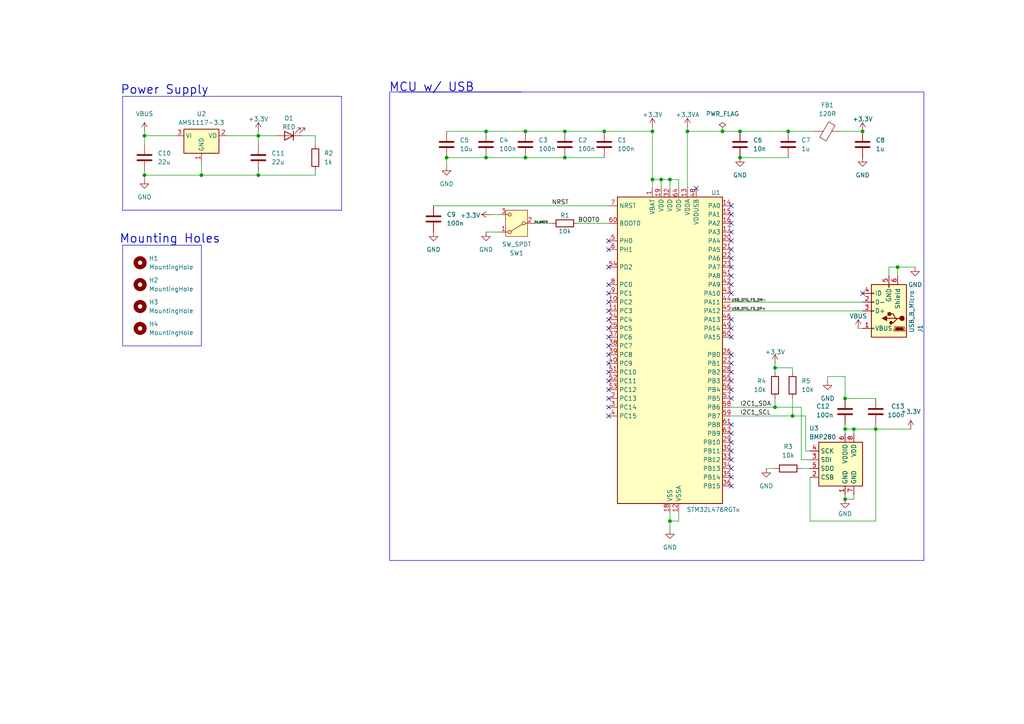
<source format=kicad_sch>
(kicad_sch
	(version 20250114)
	(generator "eeschema")
	(generator_version "9.0")
	(uuid "c688254a-90f0-43bb-a2f1-c58ce3e1fe0f")
	(paper "A4")
	(lib_symbols
		(symbol "Connector:USB_B_Micro"
			(pin_names
				(offset 1.016)
			)
			(exclude_from_sim no)
			(in_bom yes)
			(on_board yes)
			(property "Reference" "J"
				(at -5.08 11.43 0)
				(effects
					(font
						(size 1.27 1.27)
					)
					(justify left)
				)
			)
			(property "Value" "USB_B_Micro"
				(at -5.08 8.89 0)
				(effects
					(font
						(size 1.27 1.27)
					)
					(justify left)
				)
			)
			(property "Footprint" ""
				(at 3.81 -1.27 0)
				(effects
					(font
						(size 1.27 1.27)
					)
					(hide yes)
				)
			)
			(property "Datasheet" "~"
				(at 3.81 -1.27 0)
				(effects
					(font
						(size 1.27 1.27)
					)
					(hide yes)
				)
			)
			(property "Description" "USB Micro Type B connector"
				(at 0 0 0)
				(effects
					(font
						(size 1.27 1.27)
					)
					(hide yes)
				)
			)
			(property "ki_keywords" "connector USB micro"
				(at 0 0 0)
				(effects
					(font
						(size 1.27 1.27)
					)
					(hide yes)
				)
			)
			(property "ki_fp_filters" "USB*"
				(at 0 0 0)
				(effects
					(font
						(size 1.27 1.27)
					)
					(hide yes)
				)
			)
			(symbol "USB_B_Micro_0_1"
				(rectangle
					(start -5.08 -7.62)
					(end 5.08 7.62)
					(stroke
						(width 0.254)
						(type default)
					)
					(fill
						(type background)
					)
				)
				(polyline
					(pts
						(xy -4.699 5.842) (xy -4.699 5.588) (xy -4.445 4.826) (xy -4.445 4.572) (xy -1.651 4.572) (xy -1.651 4.826)
						(xy -1.397 5.588) (xy -1.397 5.842) (xy -4.699 5.842)
					)
					(stroke
						(width 0)
						(type default)
					)
					(fill
						(type none)
					)
				)
				(polyline
					(pts
						(xy -4.318 5.588) (xy -1.778 5.588) (xy -2.032 4.826) (xy -4.064 4.826) (xy -4.318 5.588)
					)
					(stroke
						(width 0)
						(type default)
					)
					(fill
						(type outline)
					)
				)
				(circle
					(center -3.81 2.159)
					(radius 0.635)
					(stroke
						(width 0.254)
						(type default)
					)
					(fill
						(type outline)
					)
				)
				(polyline
					(pts
						(xy -3.175 2.159) (xy -2.54 2.159) (xy -1.27 3.429) (xy -0.635 3.429)
					)
					(stroke
						(width 0.254)
						(type default)
					)
					(fill
						(type none)
					)
				)
				(polyline
					(pts
						(xy -2.54 2.159) (xy -1.905 2.159) (xy -1.27 0.889) (xy 0 0.889)
					)
					(stroke
						(width 0.254)
						(type default)
					)
					(fill
						(type none)
					)
				)
				(polyline
					(pts
						(xy -1.905 2.159) (xy 0.635 2.159)
					)
					(stroke
						(width 0.254)
						(type default)
					)
					(fill
						(type none)
					)
				)
				(circle
					(center -0.635 3.429)
					(radius 0.381)
					(stroke
						(width 0.254)
						(type default)
					)
					(fill
						(type outline)
					)
				)
				(rectangle
					(start -0.127 -7.62)
					(end 0.127 -6.858)
					(stroke
						(width 0)
						(type default)
					)
					(fill
						(type none)
					)
				)
				(rectangle
					(start 0.254 1.27)
					(end -0.508 0.508)
					(stroke
						(width 0.254)
						(type default)
					)
					(fill
						(type outline)
					)
				)
				(polyline
					(pts
						(xy 0.635 2.794) (xy 0.635 1.524) (xy 1.905 2.159) (xy 0.635 2.794)
					)
					(stroke
						(width 0.254)
						(type default)
					)
					(fill
						(type outline)
					)
				)
				(rectangle
					(start 5.08 4.953)
					(end 4.318 5.207)
					(stroke
						(width 0)
						(type default)
					)
					(fill
						(type none)
					)
				)
				(rectangle
					(start 5.08 -0.127)
					(end 4.318 0.127)
					(stroke
						(width 0)
						(type default)
					)
					(fill
						(type none)
					)
				)
				(rectangle
					(start 5.08 -2.667)
					(end 4.318 -2.413)
					(stroke
						(width 0)
						(type default)
					)
					(fill
						(type none)
					)
				)
				(rectangle
					(start 5.08 -5.207)
					(end 4.318 -4.953)
					(stroke
						(width 0)
						(type default)
					)
					(fill
						(type none)
					)
				)
			)
			(symbol "USB_B_Micro_1_1"
				(pin passive line
					(at -2.54 -10.16 90)
					(length 2.54)
					(name "Shield"
						(effects
							(font
								(size 1.27 1.27)
							)
						)
					)
					(number "6"
						(effects
							(font
								(size 1.27 1.27)
							)
						)
					)
				)
				(pin power_out line
					(at 0 -10.16 90)
					(length 2.54)
					(name "GND"
						(effects
							(font
								(size 1.27 1.27)
							)
						)
					)
					(number "5"
						(effects
							(font
								(size 1.27 1.27)
							)
						)
					)
				)
				(pin power_out line
					(at 7.62 5.08 180)
					(length 2.54)
					(name "VBUS"
						(effects
							(font
								(size 1.27 1.27)
							)
						)
					)
					(number "1"
						(effects
							(font
								(size 1.27 1.27)
							)
						)
					)
				)
				(pin bidirectional line
					(at 7.62 0 180)
					(length 2.54)
					(name "D+"
						(effects
							(font
								(size 1.27 1.27)
							)
						)
					)
					(number "3"
						(effects
							(font
								(size 1.27 1.27)
							)
						)
					)
				)
				(pin bidirectional line
					(at 7.62 -2.54 180)
					(length 2.54)
					(name "D-"
						(effects
							(font
								(size 1.27 1.27)
							)
						)
					)
					(number "2"
						(effects
							(font
								(size 1.27 1.27)
							)
						)
					)
				)
				(pin passive line
					(at 7.62 -5.08 180)
					(length 2.54)
					(name "ID"
						(effects
							(font
								(size 1.27 1.27)
							)
						)
					)
					(number "4"
						(effects
							(font
								(size 1.27 1.27)
							)
						)
					)
				)
			)
			(embedded_fonts no)
		)
		(symbol "Device:C"
			(pin_numbers
				(hide yes)
			)
			(pin_names
				(offset 0.254)
			)
			(exclude_from_sim no)
			(in_bom yes)
			(on_board yes)
			(property "Reference" "C"
				(at 0.635 2.54 0)
				(effects
					(font
						(size 1.27 1.27)
					)
					(justify left)
				)
			)
			(property "Value" "C"
				(at 0.635 -2.54 0)
				(effects
					(font
						(size 1.27 1.27)
					)
					(justify left)
				)
			)
			(property "Footprint" ""
				(at 0.9652 -3.81 0)
				(effects
					(font
						(size 1.27 1.27)
					)
					(hide yes)
				)
			)
			(property "Datasheet" "~"
				(at 0 0 0)
				(effects
					(font
						(size 1.27 1.27)
					)
					(hide yes)
				)
			)
			(property "Description" "Unpolarized capacitor"
				(at 0 0 0)
				(effects
					(font
						(size 1.27 1.27)
					)
					(hide yes)
				)
			)
			(property "ki_keywords" "cap capacitor"
				(at 0 0 0)
				(effects
					(font
						(size 1.27 1.27)
					)
					(hide yes)
				)
			)
			(property "ki_fp_filters" "C_*"
				(at 0 0 0)
				(effects
					(font
						(size 1.27 1.27)
					)
					(hide yes)
				)
			)
			(symbol "C_0_1"
				(polyline
					(pts
						(xy -2.032 0.762) (xy 2.032 0.762)
					)
					(stroke
						(width 0.508)
						(type default)
					)
					(fill
						(type none)
					)
				)
				(polyline
					(pts
						(xy -2.032 -0.762) (xy 2.032 -0.762)
					)
					(stroke
						(width 0.508)
						(type default)
					)
					(fill
						(type none)
					)
				)
			)
			(symbol "C_1_1"
				(pin passive line
					(at 0 3.81 270)
					(length 2.794)
					(name "~"
						(effects
							(font
								(size 1.27 1.27)
							)
						)
					)
					(number "1"
						(effects
							(font
								(size 1.27 1.27)
							)
						)
					)
				)
				(pin passive line
					(at 0 -3.81 90)
					(length 2.794)
					(name "~"
						(effects
							(font
								(size 1.27 1.27)
							)
						)
					)
					(number "2"
						(effects
							(font
								(size 1.27 1.27)
							)
						)
					)
				)
			)
			(embedded_fonts no)
		)
		(symbol "Device:FerriteBead"
			(pin_numbers
				(hide yes)
			)
			(pin_names
				(offset 0)
			)
			(exclude_from_sim no)
			(in_bom yes)
			(on_board yes)
			(property "Reference" "FB"
				(at -3.81 0.635 90)
				(effects
					(font
						(size 1.27 1.27)
					)
				)
			)
			(property "Value" "FerriteBead"
				(at 3.81 0 90)
				(effects
					(font
						(size 1.27 1.27)
					)
				)
			)
			(property "Footprint" ""
				(at -1.778 0 90)
				(effects
					(font
						(size 1.27 1.27)
					)
					(hide yes)
				)
			)
			(property "Datasheet" "~"
				(at 0 0 0)
				(effects
					(font
						(size 1.27 1.27)
					)
					(hide yes)
				)
			)
			(property "Description" "Ferrite bead"
				(at 0 0 0)
				(effects
					(font
						(size 1.27 1.27)
					)
					(hide yes)
				)
			)
			(property "ki_keywords" "L ferrite bead inductor filter"
				(at 0 0 0)
				(effects
					(font
						(size 1.27 1.27)
					)
					(hide yes)
				)
			)
			(property "ki_fp_filters" "Inductor_* L_* *Ferrite*"
				(at 0 0 0)
				(effects
					(font
						(size 1.27 1.27)
					)
					(hide yes)
				)
			)
			(symbol "FerriteBead_0_1"
				(polyline
					(pts
						(xy -2.7686 0.4064) (xy -1.7018 2.2606) (xy 2.7686 -0.3048) (xy 1.6764 -2.159) (xy -2.7686 0.4064)
					)
					(stroke
						(width 0)
						(type default)
					)
					(fill
						(type none)
					)
				)
				(polyline
					(pts
						(xy 0 1.27) (xy 0 1.2954)
					)
					(stroke
						(width 0)
						(type default)
					)
					(fill
						(type none)
					)
				)
				(polyline
					(pts
						(xy 0 -1.27) (xy 0 -1.2192)
					)
					(stroke
						(width 0)
						(type default)
					)
					(fill
						(type none)
					)
				)
			)
			(symbol "FerriteBead_1_1"
				(pin passive line
					(at 0 3.81 270)
					(length 2.54)
					(name "~"
						(effects
							(font
								(size 1.27 1.27)
							)
						)
					)
					(number "1"
						(effects
							(font
								(size 1.27 1.27)
							)
						)
					)
				)
				(pin passive line
					(at 0 -3.81 90)
					(length 2.54)
					(name "~"
						(effects
							(font
								(size 1.27 1.27)
							)
						)
					)
					(number "2"
						(effects
							(font
								(size 1.27 1.27)
							)
						)
					)
				)
			)
			(embedded_fonts no)
		)
		(symbol "Device:LED"
			(pin_numbers
				(hide yes)
			)
			(pin_names
				(offset 1.016)
				(hide yes)
			)
			(exclude_from_sim no)
			(in_bom yes)
			(on_board yes)
			(property "Reference" "D"
				(at 0 2.54 0)
				(effects
					(font
						(size 1.27 1.27)
					)
				)
			)
			(property "Value" "LED"
				(at 0 -2.54 0)
				(effects
					(font
						(size 1.27 1.27)
					)
				)
			)
			(property "Footprint" ""
				(at 0 0 0)
				(effects
					(font
						(size 1.27 1.27)
					)
					(hide yes)
				)
			)
			(property "Datasheet" "~"
				(at 0 0 0)
				(effects
					(font
						(size 1.27 1.27)
					)
					(hide yes)
				)
			)
			(property "Description" "Light emitting diode"
				(at 0 0 0)
				(effects
					(font
						(size 1.27 1.27)
					)
					(hide yes)
				)
			)
			(property "ki_keywords" "LED diode"
				(at 0 0 0)
				(effects
					(font
						(size 1.27 1.27)
					)
					(hide yes)
				)
			)
			(property "ki_fp_filters" "LED* LED_SMD:* LED_THT:*"
				(at 0 0 0)
				(effects
					(font
						(size 1.27 1.27)
					)
					(hide yes)
				)
			)
			(symbol "LED_0_1"
				(polyline
					(pts
						(xy -3.048 -0.762) (xy -4.572 -2.286) (xy -3.81 -2.286) (xy -4.572 -2.286) (xy -4.572 -1.524)
					)
					(stroke
						(width 0)
						(type default)
					)
					(fill
						(type none)
					)
				)
				(polyline
					(pts
						(xy -1.778 -0.762) (xy -3.302 -2.286) (xy -2.54 -2.286) (xy -3.302 -2.286) (xy -3.302 -1.524)
					)
					(stroke
						(width 0)
						(type default)
					)
					(fill
						(type none)
					)
				)
				(polyline
					(pts
						(xy -1.27 0) (xy 1.27 0)
					)
					(stroke
						(width 0)
						(type default)
					)
					(fill
						(type none)
					)
				)
				(polyline
					(pts
						(xy -1.27 -1.27) (xy -1.27 1.27)
					)
					(stroke
						(width 0.254)
						(type default)
					)
					(fill
						(type none)
					)
				)
				(polyline
					(pts
						(xy 1.27 -1.27) (xy 1.27 1.27) (xy -1.27 0) (xy 1.27 -1.27)
					)
					(stroke
						(width 0.254)
						(type default)
					)
					(fill
						(type none)
					)
				)
			)
			(symbol "LED_1_1"
				(pin passive line
					(at -3.81 0 0)
					(length 2.54)
					(name "K"
						(effects
							(font
								(size 1.27 1.27)
							)
						)
					)
					(number "1"
						(effects
							(font
								(size 1.27 1.27)
							)
						)
					)
				)
				(pin passive line
					(at 3.81 0 180)
					(length 2.54)
					(name "A"
						(effects
							(font
								(size 1.27 1.27)
							)
						)
					)
					(number "2"
						(effects
							(font
								(size 1.27 1.27)
							)
						)
					)
				)
			)
			(embedded_fonts no)
		)
		(symbol "Device:R"
			(pin_numbers
				(hide yes)
			)
			(pin_names
				(offset 0)
			)
			(exclude_from_sim no)
			(in_bom yes)
			(on_board yes)
			(property "Reference" "R"
				(at 2.032 0 90)
				(effects
					(font
						(size 1.27 1.27)
					)
				)
			)
			(property "Value" "R"
				(at 0 0 90)
				(effects
					(font
						(size 1.27 1.27)
					)
				)
			)
			(property "Footprint" ""
				(at -1.778 0 90)
				(effects
					(font
						(size 1.27 1.27)
					)
					(hide yes)
				)
			)
			(property "Datasheet" "~"
				(at 0 0 0)
				(effects
					(font
						(size 1.27 1.27)
					)
					(hide yes)
				)
			)
			(property "Description" "Resistor"
				(at 0 0 0)
				(effects
					(font
						(size 1.27 1.27)
					)
					(hide yes)
				)
			)
			(property "ki_keywords" "R res resistor"
				(at 0 0 0)
				(effects
					(font
						(size 1.27 1.27)
					)
					(hide yes)
				)
			)
			(property "ki_fp_filters" "R_*"
				(at 0 0 0)
				(effects
					(font
						(size 1.27 1.27)
					)
					(hide yes)
				)
			)
			(symbol "R_0_1"
				(rectangle
					(start -1.016 -2.54)
					(end 1.016 2.54)
					(stroke
						(width 0.254)
						(type default)
					)
					(fill
						(type none)
					)
				)
			)
			(symbol "R_1_1"
				(pin passive line
					(at 0 3.81 270)
					(length 1.27)
					(name "~"
						(effects
							(font
								(size 1.27 1.27)
							)
						)
					)
					(number "1"
						(effects
							(font
								(size 1.27 1.27)
							)
						)
					)
				)
				(pin passive line
					(at 0 -3.81 90)
					(length 1.27)
					(name "~"
						(effects
							(font
								(size 1.27 1.27)
							)
						)
					)
					(number "2"
						(effects
							(font
								(size 1.27 1.27)
							)
						)
					)
				)
			)
			(embedded_fonts no)
		)
		(symbol "MCU_ST_STM32L4:STM32L476RGTx"
			(exclude_from_sim no)
			(in_bom yes)
			(on_board yes)
			(property "Reference" "U"
				(at -15.24 46.99 0)
				(effects
					(font
						(size 1.27 1.27)
					)
					(justify left)
				)
			)
			(property "Value" "STM32L476RGTx"
				(at 10.16 46.99 0)
				(effects
					(font
						(size 1.27 1.27)
					)
					(justify left)
				)
			)
			(property "Footprint" "Package_QFP:LQFP-64_10x10mm_P0.5mm"
				(at -15.24 -43.18 0)
				(effects
					(font
						(size 1.27 1.27)
					)
					(justify right)
					(hide yes)
				)
			)
			(property "Datasheet" "https://www.st.com/resource/en/datasheet/stm32l476rg.pdf"
				(at 0 0 0)
				(effects
					(font
						(size 1.27 1.27)
					)
					(hide yes)
				)
			)
			(property "Description" "STMicroelectronics Arm Cortex-M4 MCU, 1024KB flash, 128KB RAM, 80 MHz, 1.71-3.6V, 51 GPIO, LQFP64"
				(at 0 0 0)
				(effects
					(font
						(size 1.27 1.27)
					)
					(hide yes)
				)
			)
			(property "ki_locked" ""
				(at 0 0 0)
				(effects
					(font
						(size 1.27 1.27)
					)
				)
			)
			(property "ki_keywords" "Arm Cortex-M4 STM32L4 STM32L4x6"
				(at 0 0 0)
				(effects
					(font
						(size 1.27 1.27)
					)
					(hide yes)
				)
			)
			(property "ki_fp_filters" "LQFP*10x10mm*P0.5mm*"
				(at 0 0 0)
				(effects
					(font
						(size 1.27 1.27)
					)
					(hide yes)
				)
			)
			(symbol "STM32L476RGTx_0_1"
				(rectangle
					(start -15.24 -43.18)
					(end 15.24 45.72)
					(stroke
						(width 0.254)
						(type default)
					)
					(fill
						(type background)
					)
				)
			)
			(symbol "STM32L476RGTx_1_1"
				(pin input line
					(at -17.78 43.18 0)
					(length 2.54)
					(name "NRST"
						(effects
							(font
								(size 1.27 1.27)
							)
						)
					)
					(number "7"
						(effects
							(font
								(size 1.27 1.27)
							)
						)
					)
				)
				(pin input line
					(at -17.78 38.1 0)
					(length 2.54)
					(name "BOOT0"
						(effects
							(font
								(size 1.27 1.27)
							)
						)
					)
					(number "60"
						(effects
							(font
								(size 1.27 1.27)
							)
						)
					)
				)
				(pin bidirectional line
					(at -17.78 33.02 0)
					(length 2.54)
					(name "PH0"
						(effects
							(font
								(size 1.27 1.27)
							)
						)
					)
					(number "5"
						(effects
							(font
								(size 1.27 1.27)
							)
						)
					)
					(alternate "RCC_OSC_IN" bidirectional line)
				)
				(pin bidirectional line
					(at -17.78 30.48 0)
					(length 2.54)
					(name "PH1"
						(effects
							(font
								(size 1.27 1.27)
							)
						)
					)
					(number "6"
						(effects
							(font
								(size 1.27 1.27)
							)
						)
					)
					(alternate "RCC_OSC_OUT" bidirectional line)
				)
				(pin bidirectional line
					(at -17.78 25.4 0)
					(length 2.54)
					(name "PD2"
						(effects
							(font
								(size 1.27 1.27)
							)
						)
					)
					(number "54"
						(effects
							(font
								(size 1.27 1.27)
							)
						)
					)
					(alternate "LCD_COM7" bidirectional line)
					(alternate "LCD_SEG31" bidirectional line)
					(alternate "LCD_SEG43" bidirectional line)
					(alternate "SDMMC1_CMD" bidirectional line)
					(alternate "TIM3_ETR" bidirectional line)
					(alternate "TSC_SYNC" bidirectional line)
					(alternate "UART5_RX" bidirectional line)
					(alternate "USART3_DE" bidirectional line)
					(alternate "USART3_RTS" bidirectional line)
				)
				(pin bidirectional line
					(at -17.78 20.32 0)
					(length 2.54)
					(name "PC0"
						(effects
							(font
								(size 1.27 1.27)
							)
						)
					)
					(number "8"
						(effects
							(font
								(size 1.27 1.27)
							)
						)
					)
					(alternate "ADC1_IN1" bidirectional line)
					(alternate "ADC2_IN1" bidirectional line)
					(alternate "ADC3_IN1" bidirectional line)
					(alternate "DFSDM1_DATIN4" bidirectional line)
					(alternate "I2C3_SCL" bidirectional line)
					(alternate "LCD_SEG18" bidirectional line)
					(alternate "LPTIM1_IN1" bidirectional line)
					(alternate "LPTIM2_IN1" bidirectional line)
					(alternate "LPUART1_RX" bidirectional line)
				)
				(pin bidirectional line
					(at -17.78 17.78 0)
					(length 2.54)
					(name "PC1"
						(effects
							(font
								(size 1.27 1.27)
							)
						)
					)
					(number "9"
						(effects
							(font
								(size 1.27 1.27)
							)
						)
					)
					(alternate "ADC1_IN2" bidirectional line)
					(alternate "ADC2_IN2" bidirectional line)
					(alternate "ADC3_IN2" bidirectional line)
					(alternate "DFSDM1_CKIN4" bidirectional line)
					(alternate "I2C3_SDA" bidirectional line)
					(alternate "LCD_SEG19" bidirectional line)
					(alternate "LPTIM1_OUT" bidirectional line)
					(alternate "LPUART1_TX" bidirectional line)
				)
				(pin bidirectional line
					(at -17.78 15.24 0)
					(length 2.54)
					(name "PC2"
						(effects
							(font
								(size 1.27 1.27)
							)
						)
					)
					(number "10"
						(effects
							(font
								(size 1.27 1.27)
							)
						)
					)
					(alternate "ADC1_IN3" bidirectional line)
					(alternate "ADC2_IN3" bidirectional line)
					(alternate "ADC3_IN3" bidirectional line)
					(alternate "DFSDM1_CKOUT" bidirectional line)
					(alternate "LCD_SEG20" bidirectional line)
					(alternate "LPTIM1_IN2" bidirectional line)
					(alternate "SPI2_MISO" bidirectional line)
				)
				(pin bidirectional line
					(at -17.78 12.7 0)
					(length 2.54)
					(name "PC3"
						(effects
							(font
								(size 1.27 1.27)
							)
						)
					)
					(number "11"
						(effects
							(font
								(size 1.27 1.27)
							)
						)
					)
					(alternate "ADC1_IN4" bidirectional line)
					(alternate "ADC2_IN4" bidirectional line)
					(alternate "ADC3_IN4" bidirectional line)
					(alternate "LCD_VLCD" bidirectional line)
					(alternate "LPTIM1_ETR" bidirectional line)
					(alternate "LPTIM2_ETR" bidirectional line)
					(alternate "SAI1_SD_A" bidirectional line)
					(alternate "SPI2_MOSI" bidirectional line)
				)
				(pin bidirectional line
					(at -17.78 10.16 0)
					(length 2.54)
					(name "PC4"
						(effects
							(font
								(size 1.27 1.27)
							)
						)
					)
					(number "24"
						(effects
							(font
								(size 1.27 1.27)
							)
						)
					)
					(alternate "ADC1_IN13" bidirectional line)
					(alternate "ADC2_IN13" bidirectional line)
					(alternate "COMP1_INM" bidirectional line)
					(alternate "LCD_SEG22" bidirectional line)
					(alternate "USART3_TX" bidirectional line)
				)
				(pin bidirectional line
					(at -17.78 7.62 0)
					(length 2.54)
					(name "PC5"
						(effects
							(font
								(size 1.27 1.27)
							)
						)
					)
					(number "25"
						(effects
							(font
								(size 1.27 1.27)
							)
						)
					)
					(alternate "ADC1_IN14" bidirectional line)
					(alternate "ADC2_IN14" bidirectional line)
					(alternate "COMP1_INP" bidirectional line)
					(alternate "LCD_SEG23" bidirectional line)
					(alternate "SYS_WKUP5" bidirectional line)
					(alternate "USART3_RX" bidirectional line)
				)
				(pin bidirectional line
					(at -17.78 5.08 0)
					(length 2.54)
					(name "PC6"
						(effects
							(font
								(size 1.27 1.27)
							)
						)
					)
					(number "37"
						(effects
							(font
								(size 1.27 1.27)
							)
						)
					)
					(alternate "DFSDM1_CKIN3" bidirectional line)
					(alternate "LCD_SEG24" bidirectional line)
					(alternate "SAI2_MCLK_A" bidirectional line)
					(alternate "SDMMC1_D6" bidirectional line)
					(alternate "TIM3_CH1" bidirectional line)
					(alternate "TIM8_CH1" bidirectional line)
					(alternate "TSC_G4_IO1" bidirectional line)
				)
				(pin bidirectional line
					(at -17.78 2.54 0)
					(length 2.54)
					(name "PC7"
						(effects
							(font
								(size 1.27 1.27)
							)
						)
					)
					(number "38"
						(effects
							(font
								(size 1.27 1.27)
							)
						)
					)
					(alternate "DFSDM1_DATIN3" bidirectional line)
					(alternate "LCD_SEG25" bidirectional line)
					(alternate "SAI2_MCLK_B" bidirectional line)
					(alternate "SDMMC1_D7" bidirectional line)
					(alternate "TIM3_CH2" bidirectional line)
					(alternate "TIM8_CH2" bidirectional line)
					(alternate "TSC_G4_IO2" bidirectional line)
				)
				(pin bidirectional line
					(at -17.78 0 0)
					(length 2.54)
					(name "PC8"
						(effects
							(font
								(size 1.27 1.27)
							)
						)
					)
					(number "39"
						(effects
							(font
								(size 1.27 1.27)
							)
						)
					)
					(alternate "LCD_SEG26" bidirectional line)
					(alternate "SDMMC1_D0" bidirectional line)
					(alternate "TIM3_CH3" bidirectional line)
					(alternate "TIM8_CH3" bidirectional line)
					(alternate "TSC_G4_IO3" bidirectional line)
				)
				(pin bidirectional line
					(at -17.78 -2.54 0)
					(length 2.54)
					(name "PC9"
						(effects
							(font
								(size 1.27 1.27)
							)
						)
					)
					(number "40"
						(effects
							(font
								(size 1.27 1.27)
							)
						)
					)
					(alternate "DAC1_EXTI9" bidirectional line)
					(alternate "LCD_SEG27" bidirectional line)
					(alternate "SAI2_EXTCLK" bidirectional line)
					(alternate "SDMMC1_D1" bidirectional line)
					(alternate "TIM3_CH4" bidirectional line)
					(alternate "TIM8_BKIN2" bidirectional line)
					(alternate "TIM8_BKIN2_COMP1" bidirectional line)
					(alternate "TIM8_CH4" bidirectional line)
					(alternate "TSC_G4_IO4" bidirectional line)
					(alternate "USB_OTG_FS_NOE" bidirectional line)
				)
				(pin bidirectional line
					(at -17.78 -5.08 0)
					(length 2.54)
					(name "PC10"
						(effects
							(font
								(size 1.27 1.27)
							)
						)
					)
					(number "51"
						(effects
							(font
								(size 1.27 1.27)
							)
						)
					)
					(alternate "LCD_COM4" bidirectional line)
					(alternate "LCD_SEG28" bidirectional line)
					(alternate "LCD_SEG40" bidirectional line)
					(alternate "SAI2_SCK_B" bidirectional line)
					(alternate "SDMMC1_D2" bidirectional line)
					(alternate "SPI3_SCK" bidirectional line)
					(alternate "TSC_G3_IO2" bidirectional line)
					(alternate "UART4_TX" bidirectional line)
					(alternate "USART3_TX" bidirectional line)
				)
				(pin bidirectional line
					(at -17.78 -7.62 0)
					(length 2.54)
					(name "PC11"
						(effects
							(font
								(size 1.27 1.27)
							)
						)
					)
					(number "52"
						(effects
							(font
								(size 1.27 1.27)
							)
						)
					)
					(alternate "ADC1_EXTI11" bidirectional line)
					(alternate "ADC2_EXTI11" bidirectional line)
					(alternate "ADC3_EXTI11" bidirectional line)
					(alternate "LCD_COM5" bidirectional line)
					(alternate "LCD_SEG29" bidirectional line)
					(alternate "LCD_SEG41" bidirectional line)
					(alternate "SAI2_MCLK_B" bidirectional line)
					(alternate "SDMMC1_D3" bidirectional line)
					(alternate "SPI3_MISO" bidirectional line)
					(alternate "TSC_G3_IO3" bidirectional line)
					(alternate "UART4_RX" bidirectional line)
					(alternate "USART3_RX" bidirectional line)
				)
				(pin bidirectional line
					(at -17.78 -10.16 0)
					(length 2.54)
					(name "PC12"
						(effects
							(font
								(size 1.27 1.27)
							)
						)
					)
					(number "53"
						(effects
							(font
								(size 1.27 1.27)
							)
						)
					)
					(alternate "LCD_COM6" bidirectional line)
					(alternate "LCD_SEG30" bidirectional line)
					(alternate "LCD_SEG42" bidirectional line)
					(alternate "SAI2_SD_B" bidirectional line)
					(alternate "SDMMC1_CK" bidirectional line)
					(alternate "SPI3_MOSI" bidirectional line)
					(alternate "TSC_G3_IO4" bidirectional line)
					(alternate "UART5_TX" bidirectional line)
					(alternate "USART3_CK" bidirectional line)
				)
				(pin bidirectional line
					(at -17.78 -12.7 0)
					(length 2.54)
					(name "PC13"
						(effects
							(font
								(size 1.27 1.27)
							)
						)
					)
					(number "2"
						(effects
							(font
								(size 1.27 1.27)
							)
						)
					)
					(alternate "RTC_OUT_ALARM" bidirectional line)
					(alternate "RTC_OUT_CALIB" bidirectional line)
					(alternate "RTC_TAMP1" bidirectional line)
					(alternate "RTC_TS" bidirectional line)
					(alternate "SYS_WKUP2" bidirectional line)
				)
				(pin bidirectional line
					(at -17.78 -15.24 0)
					(length 2.54)
					(name "PC14"
						(effects
							(font
								(size 1.27 1.27)
							)
						)
					)
					(number "3"
						(effects
							(font
								(size 1.27 1.27)
							)
						)
					)
					(alternate "RCC_OSC32_IN" bidirectional line)
				)
				(pin bidirectional line
					(at -17.78 -17.78 0)
					(length 2.54)
					(name "PC15"
						(effects
							(font
								(size 1.27 1.27)
							)
						)
					)
					(number "4"
						(effects
							(font
								(size 1.27 1.27)
							)
						)
					)
					(alternate "ADC1_EXTI15" bidirectional line)
					(alternate "ADC2_EXTI15" bidirectional line)
					(alternate "ADC3_EXTI15" bidirectional line)
					(alternate "RCC_OSC32_OUT" bidirectional line)
				)
				(pin power_in line
					(at -5.08 48.26 270)
					(length 2.54)
					(name "VBAT"
						(effects
							(font
								(size 1.27 1.27)
							)
						)
					)
					(number "1"
						(effects
							(font
								(size 1.27 1.27)
							)
						)
					)
				)
				(pin power_in line
					(at -2.54 48.26 270)
					(length 2.54)
					(name "VDD"
						(effects
							(font
								(size 1.27 1.27)
							)
						)
					)
					(number "19"
						(effects
							(font
								(size 1.27 1.27)
							)
						)
					)
				)
				(pin power_in line
					(at 0 48.26 270)
					(length 2.54)
					(name "VDD"
						(effects
							(font
								(size 1.27 1.27)
							)
						)
					)
					(number "32"
						(effects
							(font
								(size 1.27 1.27)
							)
						)
					)
				)
				(pin power_in line
					(at 0 -45.72 90)
					(length 2.54)
					(name "VSS"
						(effects
							(font
								(size 1.27 1.27)
							)
						)
					)
					(number "18"
						(effects
							(font
								(size 1.27 1.27)
							)
						)
					)
				)
				(pin passive line
					(at 0 -45.72 90)
					(length 2.54)
					(hide yes)
					(name "VSS"
						(effects
							(font
								(size 1.27 1.27)
							)
						)
					)
					(number "31"
						(effects
							(font
								(size 1.27 1.27)
							)
						)
					)
				)
				(pin passive line
					(at 0 -45.72 90)
					(length 2.54)
					(hide yes)
					(name "VSS"
						(effects
							(font
								(size 1.27 1.27)
							)
						)
					)
					(number "47"
						(effects
							(font
								(size 1.27 1.27)
							)
						)
					)
				)
				(pin passive line
					(at 0 -45.72 90)
					(length 2.54)
					(hide yes)
					(name "VSS"
						(effects
							(font
								(size 1.27 1.27)
							)
						)
					)
					(number "63"
						(effects
							(font
								(size 1.27 1.27)
							)
						)
					)
				)
				(pin power_in line
					(at 2.54 48.26 270)
					(length 2.54)
					(name "VDD"
						(effects
							(font
								(size 1.27 1.27)
							)
						)
					)
					(number "64"
						(effects
							(font
								(size 1.27 1.27)
							)
						)
					)
				)
				(pin power_in line
					(at 2.54 -45.72 90)
					(length 2.54)
					(name "VSSA"
						(effects
							(font
								(size 1.27 1.27)
							)
						)
					)
					(number "12"
						(effects
							(font
								(size 1.27 1.27)
							)
						)
					)
				)
				(pin power_in line
					(at 5.08 48.26 270)
					(length 2.54)
					(name "VDDA"
						(effects
							(font
								(size 1.27 1.27)
							)
						)
					)
					(number "13"
						(effects
							(font
								(size 1.27 1.27)
							)
						)
					)
				)
				(pin power_in line
					(at 7.62 48.26 270)
					(length 2.54)
					(name "VDDUSB"
						(effects
							(font
								(size 1.27 1.27)
							)
						)
					)
					(number "48"
						(effects
							(font
								(size 1.27 1.27)
							)
						)
					)
				)
				(pin bidirectional line
					(at 17.78 43.18 180)
					(length 2.54)
					(name "PA0"
						(effects
							(font
								(size 1.27 1.27)
							)
						)
					)
					(number "14"
						(effects
							(font
								(size 1.27 1.27)
							)
						)
					)
					(alternate "ADC1_IN5" bidirectional line)
					(alternate "ADC2_IN5" bidirectional line)
					(alternate "OPAMP1_VINP" bidirectional line)
					(alternate "RTC_TAMP2" bidirectional line)
					(alternate "SAI1_EXTCLK" bidirectional line)
					(alternate "SYS_WKUP1" bidirectional line)
					(alternate "TIM2_CH1" bidirectional line)
					(alternate "TIM2_ETR" bidirectional line)
					(alternate "TIM5_CH1" bidirectional line)
					(alternate "TIM8_ETR" bidirectional line)
					(alternate "UART4_TX" bidirectional line)
					(alternate "USART2_CTS" bidirectional line)
				)
				(pin bidirectional line
					(at 17.78 40.64 180)
					(length 2.54)
					(name "PA1"
						(effects
							(font
								(size 1.27 1.27)
							)
						)
					)
					(number "15"
						(effects
							(font
								(size 1.27 1.27)
							)
						)
					)
					(alternate "ADC1_IN6" bidirectional line)
					(alternate "ADC2_IN6" bidirectional line)
					(alternate "LCD_SEG0" bidirectional line)
					(alternate "OPAMP1_VINM" bidirectional line)
					(alternate "TIM15_CH1N" bidirectional line)
					(alternate "TIM2_CH2" bidirectional line)
					(alternate "TIM5_CH2" bidirectional line)
					(alternate "UART4_RX" bidirectional line)
					(alternate "USART2_DE" bidirectional line)
					(alternate "USART2_RTS" bidirectional line)
				)
				(pin bidirectional line
					(at 17.78 38.1 180)
					(length 2.54)
					(name "PA2"
						(effects
							(font
								(size 1.27 1.27)
							)
						)
					)
					(number "16"
						(effects
							(font
								(size 1.27 1.27)
							)
						)
					)
					(alternate "ADC1_IN7" bidirectional line)
					(alternate "ADC2_IN7" bidirectional line)
					(alternate "LCD_SEG1" bidirectional line)
					(alternate "RCC_LSCO" bidirectional line)
					(alternate "SAI2_EXTCLK" bidirectional line)
					(alternate "SYS_WKUP4" bidirectional line)
					(alternate "TIM15_CH1" bidirectional line)
					(alternate "TIM2_CH3" bidirectional line)
					(alternate "TIM5_CH3" bidirectional line)
					(alternate "USART2_TX" bidirectional line)
				)
				(pin bidirectional line
					(at 17.78 35.56 180)
					(length 2.54)
					(name "PA3"
						(effects
							(font
								(size 1.27 1.27)
							)
						)
					)
					(number "17"
						(effects
							(font
								(size 1.27 1.27)
							)
						)
					)
					(alternate "ADC1_IN8" bidirectional line)
					(alternate "ADC2_IN8" bidirectional line)
					(alternate "LCD_SEG2" bidirectional line)
					(alternate "OPAMP1_VOUT" bidirectional line)
					(alternate "TIM15_CH2" bidirectional line)
					(alternate "TIM2_CH4" bidirectional line)
					(alternate "TIM5_CH4" bidirectional line)
					(alternate "USART2_RX" bidirectional line)
				)
				(pin bidirectional line
					(at 17.78 33.02 180)
					(length 2.54)
					(name "PA4"
						(effects
							(font
								(size 1.27 1.27)
							)
						)
					)
					(number "20"
						(effects
							(font
								(size 1.27 1.27)
							)
						)
					)
					(alternate "ADC1_IN9" bidirectional line)
					(alternate "ADC2_IN9" bidirectional line)
					(alternate "DAC1_OUT1" bidirectional line)
					(alternate "LPTIM2_OUT" bidirectional line)
					(alternate "SAI1_FS_B" bidirectional line)
					(alternate "SPI1_NSS" bidirectional line)
					(alternate "SPI3_NSS" bidirectional line)
					(alternate "USART2_CK" bidirectional line)
				)
				(pin bidirectional line
					(at 17.78 30.48 180)
					(length 2.54)
					(name "PA5"
						(effects
							(font
								(size 1.27 1.27)
							)
						)
					)
					(number "21"
						(effects
							(font
								(size 1.27 1.27)
							)
						)
					)
					(alternate "ADC1_IN10" bidirectional line)
					(alternate "ADC2_IN10" bidirectional line)
					(alternate "DAC1_OUT2" bidirectional line)
					(alternate "LPTIM2_ETR" bidirectional line)
					(alternate "SPI1_SCK" bidirectional line)
					(alternate "TIM2_CH1" bidirectional line)
					(alternate "TIM2_ETR" bidirectional line)
					(alternate "TIM8_CH1N" bidirectional line)
				)
				(pin bidirectional line
					(at 17.78 27.94 180)
					(length 2.54)
					(name "PA6"
						(effects
							(font
								(size 1.27 1.27)
							)
						)
					)
					(number "22"
						(effects
							(font
								(size 1.27 1.27)
							)
						)
					)
					(alternate "ADC1_IN11" bidirectional line)
					(alternate "ADC2_IN11" bidirectional line)
					(alternate "LCD_SEG3" bidirectional line)
					(alternate "OPAMP2_VINP" bidirectional line)
					(alternate "QUADSPI_BK1_IO3" bidirectional line)
					(alternate "SPI1_MISO" bidirectional line)
					(alternate "TIM16_CH1" bidirectional line)
					(alternate "TIM1_BKIN" bidirectional line)
					(alternate "TIM1_BKIN_COMP2" bidirectional line)
					(alternate "TIM3_CH1" bidirectional line)
					(alternate "TIM8_BKIN" bidirectional line)
					(alternate "TIM8_BKIN_COMP2" bidirectional line)
					(alternate "USART3_CTS" bidirectional line)
				)
				(pin bidirectional line
					(at 17.78 25.4 180)
					(length 2.54)
					(name "PA7"
						(effects
							(font
								(size 1.27 1.27)
							)
						)
					)
					(number "23"
						(effects
							(font
								(size 1.27 1.27)
							)
						)
					)
					(alternate "ADC1_IN12" bidirectional line)
					(alternate "ADC2_IN12" bidirectional line)
					(alternate "LCD_SEG4" bidirectional line)
					(alternate "OPAMP2_VINM" bidirectional line)
					(alternate "QUADSPI_BK1_IO2" bidirectional line)
					(alternate "SPI1_MOSI" bidirectional line)
					(alternate "TIM17_CH1" bidirectional line)
					(alternate "TIM1_CH1N" bidirectional line)
					(alternate "TIM3_CH2" bidirectional line)
					(alternate "TIM8_CH1N" bidirectional line)
				)
				(pin bidirectional line
					(at 17.78 22.86 180)
					(length 2.54)
					(name "PA8"
						(effects
							(font
								(size 1.27 1.27)
							)
						)
					)
					(number "41"
						(effects
							(font
								(size 1.27 1.27)
							)
						)
					)
					(alternate "LCD_COM0" bidirectional line)
					(alternate "LPTIM2_OUT" bidirectional line)
					(alternate "RCC_MCO" bidirectional line)
					(alternate "TIM1_CH1" bidirectional line)
					(alternate "USART1_CK" bidirectional line)
					(alternate "USB_OTG_FS_SOF" bidirectional line)
				)
				(pin bidirectional line
					(at 17.78 20.32 180)
					(length 2.54)
					(name "PA9"
						(effects
							(font
								(size 1.27 1.27)
							)
						)
					)
					(number "42"
						(effects
							(font
								(size 1.27 1.27)
							)
						)
					)
					(alternate "DAC1_EXTI9" bidirectional line)
					(alternate "LCD_COM1" bidirectional line)
					(alternate "TIM15_BKIN" bidirectional line)
					(alternate "TIM1_CH2" bidirectional line)
					(alternate "USART1_TX" bidirectional line)
					(alternate "USB_OTG_FS_VBUS" bidirectional line)
				)
				(pin bidirectional line
					(at 17.78 17.78 180)
					(length 2.54)
					(name "PA10"
						(effects
							(font
								(size 1.27 1.27)
							)
						)
					)
					(number "43"
						(effects
							(font
								(size 1.27 1.27)
							)
						)
					)
					(alternate "LCD_COM2" bidirectional line)
					(alternate "TIM17_BKIN" bidirectional line)
					(alternate "TIM1_CH3" bidirectional line)
					(alternate "USART1_RX" bidirectional line)
					(alternate "USB_OTG_FS_ID" bidirectional line)
				)
				(pin bidirectional line
					(at 17.78 15.24 180)
					(length 2.54)
					(name "PA11"
						(effects
							(font
								(size 1.27 1.27)
							)
						)
					)
					(number "44"
						(effects
							(font
								(size 1.27 1.27)
							)
						)
					)
					(alternate "ADC1_EXTI11" bidirectional line)
					(alternate "ADC2_EXTI11" bidirectional line)
					(alternate "ADC3_EXTI11" bidirectional line)
					(alternate "CAN1_RX" bidirectional line)
					(alternate "TIM1_BKIN2" bidirectional line)
					(alternate "TIM1_BKIN2_COMP1" bidirectional line)
					(alternate "TIM1_CH4" bidirectional line)
					(alternate "USART1_CTS" bidirectional line)
					(alternate "USB_OTG_FS_DM" bidirectional line)
				)
				(pin bidirectional line
					(at 17.78 12.7 180)
					(length 2.54)
					(name "PA12"
						(effects
							(font
								(size 1.27 1.27)
							)
						)
					)
					(number "45"
						(effects
							(font
								(size 1.27 1.27)
							)
						)
					)
					(alternate "CAN1_TX" bidirectional line)
					(alternate "TIM1_ETR" bidirectional line)
					(alternate "USART1_DE" bidirectional line)
					(alternate "USART1_RTS" bidirectional line)
					(alternate "USB_OTG_FS_DP" bidirectional line)
				)
				(pin bidirectional line
					(at 17.78 10.16 180)
					(length 2.54)
					(name "PA13"
						(effects
							(font
								(size 1.27 1.27)
							)
						)
					)
					(number "46"
						(effects
							(font
								(size 1.27 1.27)
							)
						)
					)
					(alternate "IR_OUT" bidirectional line)
					(alternate "SYS_JTMS-SWDIO" bidirectional line)
					(alternate "USB_OTG_FS_NOE" bidirectional line)
				)
				(pin bidirectional line
					(at 17.78 7.62 180)
					(length 2.54)
					(name "PA14"
						(effects
							(font
								(size 1.27 1.27)
							)
						)
					)
					(number "49"
						(effects
							(font
								(size 1.27 1.27)
							)
						)
					)
					(alternate "SYS_JTCK-SWCLK" bidirectional line)
				)
				(pin bidirectional line
					(at 17.78 5.08 180)
					(length 2.54)
					(name "PA15"
						(effects
							(font
								(size 1.27 1.27)
							)
						)
					)
					(number "50"
						(effects
							(font
								(size 1.27 1.27)
							)
						)
					)
					(alternate "ADC1_EXTI15" bidirectional line)
					(alternate "ADC2_EXTI15" bidirectional line)
					(alternate "ADC3_EXTI15" bidirectional line)
					(alternate "LCD_SEG17" bidirectional line)
					(alternate "SAI2_FS_B" bidirectional line)
					(alternate "SPI1_NSS" bidirectional line)
					(alternate "SPI3_NSS" bidirectional line)
					(alternate "SYS_JTDI" bidirectional line)
					(alternate "TIM2_CH1" bidirectional line)
					(alternate "TIM2_ETR" bidirectional line)
					(alternate "TSC_G3_IO1" bidirectional line)
					(alternate "UART4_DE" bidirectional line)
					(alternate "UART4_RTS" bidirectional line)
				)
				(pin bidirectional line
					(at 17.78 0 180)
					(length 2.54)
					(name "PB0"
						(effects
							(font
								(size 1.27 1.27)
							)
						)
					)
					(number "26"
						(effects
							(font
								(size 1.27 1.27)
							)
						)
					)
					(alternate "ADC1_IN15" bidirectional line)
					(alternate "ADC2_IN15" bidirectional line)
					(alternate "COMP1_OUT" bidirectional line)
					(alternate "LCD_SEG5" bidirectional line)
					(alternate "OPAMP2_VOUT" bidirectional line)
					(alternate "QUADSPI_BK1_IO1" bidirectional line)
					(alternate "TIM1_CH2N" bidirectional line)
					(alternate "TIM3_CH3" bidirectional line)
					(alternate "TIM8_CH2N" bidirectional line)
					(alternate "USART3_CK" bidirectional line)
				)
				(pin bidirectional line
					(at 17.78 -2.54 180)
					(length 2.54)
					(name "PB1"
						(effects
							(font
								(size 1.27 1.27)
							)
						)
					)
					(number "27"
						(effects
							(font
								(size 1.27 1.27)
							)
						)
					)
					(alternate "ADC1_IN16" bidirectional line)
					(alternate "ADC2_IN16" bidirectional line)
					(alternate "COMP1_INM" bidirectional line)
					(alternate "DFSDM1_DATIN0" bidirectional line)
					(alternate "LCD_SEG6" bidirectional line)
					(alternate "LPTIM2_IN1" bidirectional line)
					(alternate "QUADSPI_BK1_IO0" bidirectional line)
					(alternate "TIM1_CH3N" bidirectional line)
					(alternate "TIM3_CH4" bidirectional line)
					(alternate "TIM8_CH3N" bidirectional line)
					(alternate "USART3_DE" bidirectional line)
					(alternate "USART3_RTS" bidirectional line)
				)
				(pin bidirectional line
					(at 17.78 -5.08 180)
					(length 2.54)
					(name "PB2"
						(effects
							(font
								(size 1.27 1.27)
							)
						)
					)
					(number "28"
						(effects
							(font
								(size 1.27 1.27)
							)
						)
					)
					(alternate "COMP1_INP" bidirectional line)
					(alternate "DFSDM1_CKIN0" bidirectional line)
					(alternate "I2C3_SMBA" bidirectional line)
					(alternate "LPTIM1_OUT" bidirectional line)
					(alternate "RTC_OUT_ALARM" bidirectional line)
					(alternate "RTC_OUT_CALIB" bidirectional line)
				)
				(pin bidirectional line
					(at 17.78 -7.62 180)
					(length 2.54)
					(name "PB3"
						(effects
							(font
								(size 1.27 1.27)
							)
						)
					)
					(number "55"
						(effects
							(font
								(size 1.27 1.27)
							)
						)
					)
					(alternate "COMP2_INM" bidirectional line)
					(alternate "LCD_SEG7" bidirectional line)
					(alternate "SAI1_SCK_B" bidirectional line)
					(alternate "SPI1_SCK" bidirectional line)
					(alternate "SPI3_SCK" bidirectional line)
					(alternate "SYS_JTDO-SWO" bidirectional line)
					(alternate "TIM2_CH2" bidirectional line)
					(alternate "USART1_DE" bidirectional line)
					(alternate "USART1_RTS" bidirectional line)
				)
				(pin bidirectional line
					(at 17.78 -10.16 180)
					(length 2.54)
					(name "PB4"
						(effects
							(font
								(size 1.27 1.27)
							)
						)
					)
					(number "56"
						(effects
							(font
								(size 1.27 1.27)
							)
						)
					)
					(alternate "COMP2_INP" bidirectional line)
					(alternate "LCD_SEG8" bidirectional line)
					(alternate "SAI1_MCLK_B" bidirectional line)
					(alternate "SPI1_MISO" bidirectional line)
					(alternate "SPI3_MISO" bidirectional line)
					(alternate "SYS_JTRST" bidirectional line)
					(alternate "TIM17_BKIN" bidirectional line)
					(alternate "TIM3_CH1" bidirectional line)
					(alternate "TSC_G2_IO1" bidirectional line)
					(alternate "UART5_DE" bidirectional line)
					(alternate "UART5_RTS" bidirectional line)
					(alternate "USART1_CTS" bidirectional line)
				)
				(pin bidirectional line
					(at 17.78 -12.7 180)
					(length 2.54)
					(name "PB5"
						(effects
							(font
								(size 1.27 1.27)
							)
						)
					)
					(number "57"
						(effects
							(font
								(size 1.27 1.27)
							)
						)
					)
					(alternate "COMP2_OUT" bidirectional line)
					(alternate "I2C1_SMBA" bidirectional line)
					(alternate "LCD_SEG9" bidirectional line)
					(alternate "LPTIM1_IN1" bidirectional line)
					(alternate "SAI1_SD_B" bidirectional line)
					(alternate "SPI1_MOSI" bidirectional line)
					(alternate "SPI3_MOSI" bidirectional line)
					(alternate "TIM16_BKIN" bidirectional line)
					(alternate "TIM3_CH2" bidirectional line)
					(alternate "TSC_G2_IO2" bidirectional line)
					(alternate "UART5_CTS" bidirectional line)
					(alternate "USART1_CK" bidirectional line)
				)
				(pin bidirectional line
					(at 17.78 -15.24 180)
					(length 2.54)
					(name "PB6"
						(effects
							(font
								(size 1.27 1.27)
							)
						)
					)
					(number "58"
						(effects
							(font
								(size 1.27 1.27)
							)
						)
					)
					(alternate "COMP2_INP" bidirectional line)
					(alternate "DFSDM1_DATIN5" bidirectional line)
					(alternate "I2C1_SCL" bidirectional line)
					(alternate "LPTIM1_ETR" bidirectional line)
					(alternate "SAI1_FS_B" bidirectional line)
					(alternate "TIM16_CH1N" bidirectional line)
					(alternate "TIM4_CH1" bidirectional line)
					(alternate "TIM8_BKIN2" bidirectional line)
					(alternate "TIM8_BKIN2_COMP2" bidirectional line)
					(alternate "TSC_G2_IO3" bidirectional line)
					(alternate "USART1_TX" bidirectional line)
				)
				(pin bidirectional line
					(at 17.78 -17.78 180)
					(length 2.54)
					(name "PB7"
						(effects
							(font
								(size 1.27 1.27)
							)
						)
					)
					(number "59"
						(effects
							(font
								(size 1.27 1.27)
							)
						)
					)
					(alternate "COMP2_INM" bidirectional line)
					(alternate "DFSDM1_CKIN5" bidirectional line)
					(alternate "I2C1_SDA" bidirectional line)
					(alternate "LCD_SEG21" bidirectional line)
					(alternate "LPTIM1_IN2" bidirectional line)
					(alternate "SYS_PVD_IN" bidirectional line)
					(alternate "TIM17_CH1N" bidirectional line)
					(alternate "TIM4_CH2" bidirectional line)
					(alternate "TIM8_BKIN" bidirectional line)
					(alternate "TIM8_BKIN_COMP1" bidirectional line)
					(alternate "TSC_G2_IO4" bidirectional line)
					(alternate "UART4_CTS" bidirectional line)
					(alternate "USART1_RX" bidirectional line)
				)
				(pin bidirectional line
					(at 17.78 -20.32 180)
					(length 2.54)
					(name "PB8"
						(effects
							(font
								(size 1.27 1.27)
							)
						)
					)
					(number "61"
						(effects
							(font
								(size 1.27 1.27)
							)
						)
					)
					(alternate "CAN1_RX" bidirectional line)
					(alternate "DFSDM1_DATIN6" bidirectional line)
					(alternate "I2C1_SCL" bidirectional line)
					(alternate "LCD_SEG16" bidirectional line)
					(alternate "SAI1_MCLK_A" bidirectional line)
					(alternate "SDMMC1_D4" bidirectional line)
					(alternate "TIM16_CH1" bidirectional line)
					(alternate "TIM4_CH3" bidirectional line)
				)
				(pin bidirectional line
					(at 17.78 -22.86 180)
					(length 2.54)
					(name "PB9"
						(effects
							(font
								(size 1.27 1.27)
							)
						)
					)
					(number "62"
						(effects
							(font
								(size 1.27 1.27)
							)
						)
					)
					(alternate "CAN1_TX" bidirectional line)
					(alternate "DAC1_EXTI9" bidirectional line)
					(alternate "DFSDM1_CKIN6" bidirectional line)
					(alternate "I2C1_SDA" bidirectional line)
					(alternate "IR_OUT" bidirectional line)
					(alternate "LCD_COM3" bidirectional line)
					(alternate "SAI1_FS_A" bidirectional line)
					(alternate "SDMMC1_D5" bidirectional line)
					(alternate "SPI2_NSS" bidirectional line)
					(alternate "TIM17_CH1" bidirectional line)
					(alternate "TIM4_CH4" bidirectional line)
				)
				(pin bidirectional line
					(at 17.78 -25.4 180)
					(length 2.54)
					(name "PB10"
						(effects
							(font
								(size 1.27 1.27)
							)
						)
					)
					(number "29"
						(effects
							(font
								(size 1.27 1.27)
							)
						)
					)
					(alternate "COMP1_OUT" bidirectional line)
					(alternate "DFSDM1_DATIN7" bidirectional line)
					(alternate "I2C2_SCL" bidirectional line)
					(alternate "LCD_SEG10" bidirectional line)
					(alternate "LPUART1_RX" bidirectional line)
					(alternate "QUADSPI_CLK" bidirectional line)
					(alternate "SAI1_SCK_A" bidirectional line)
					(alternate "SPI2_SCK" bidirectional line)
					(alternate "TIM2_CH3" bidirectional line)
					(alternate "USART3_TX" bidirectional line)
				)
				(pin bidirectional line
					(at 17.78 -27.94 180)
					(length 2.54)
					(name "PB11"
						(effects
							(font
								(size 1.27 1.27)
							)
						)
					)
					(number "30"
						(effects
							(font
								(size 1.27 1.27)
							)
						)
					)
					(alternate "ADC1_EXTI11" bidirectional line)
					(alternate "ADC2_EXTI11" bidirectional line)
					(alternate "ADC3_EXTI11" bidirectional line)
					(alternate "COMP2_OUT" bidirectional line)
					(alternate "DFSDM1_CKIN7" bidirectional line)
					(alternate "I2C2_SDA" bidirectional line)
					(alternate "LCD_SEG11" bidirectional line)
					(alternate "LPUART1_TX" bidirectional line)
					(alternate "QUADSPI_NCS" bidirectional line)
					(alternate "TIM2_CH4" bidirectional line)
					(alternate "USART3_RX" bidirectional line)
				)
				(pin bidirectional line
					(at 17.78 -30.48 180)
					(length 2.54)
					(name "PB12"
						(effects
							(font
								(size 1.27 1.27)
							)
						)
					)
					(number "33"
						(effects
							(font
								(size 1.27 1.27)
							)
						)
					)
					(alternate "DFSDM1_DATIN1" bidirectional line)
					(alternate "I2C2_SMBA" bidirectional line)
					(alternate "LCD_SEG12" bidirectional line)
					(alternate "LPUART1_DE" bidirectional line)
					(alternate "LPUART1_RTS" bidirectional line)
					(alternate "SAI2_FS_A" bidirectional line)
					(alternate "SPI2_NSS" bidirectional line)
					(alternate "SWPMI1_IO" bidirectional line)
					(alternate "TIM15_BKIN" bidirectional line)
					(alternate "TIM1_BKIN" bidirectional line)
					(alternate "TIM1_BKIN_COMP2" bidirectional line)
					(alternate "TSC_G1_IO1" bidirectional line)
					(alternate "USART3_CK" bidirectional line)
				)
				(pin bidirectional line
					(at 17.78 -33.02 180)
					(length 2.54)
					(name "PB13"
						(effects
							(font
								(size 1.27 1.27)
							)
						)
					)
					(number "34"
						(effects
							(font
								(size 1.27 1.27)
							)
						)
					)
					(alternate "DFSDM1_CKIN1" bidirectional line)
					(alternate "I2C2_SCL" bidirectional line)
					(alternate "LCD_SEG13" bidirectional line)
					(alternate "LPUART1_CTS" bidirectional line)
					(alternate "SAI2_SCK_A" bidirectional line)
					(alternate "SPI2_SCK" bidirectional line)
					(alternate "SWPMI1_TX" bidirectional line)
					(alternate "TIM15_CH1N" bidirectional line)
					(alternate "TIM1_CH1N" bidirectional line)
					(alternate "TSC_G1_IO2" bidirectional line)
					(alternate "USART3_CTS" bidirectional line)
				)
				(pin bidirectional line
					(at 17.78 -35.56 180)
					(length 2.54)
					(name "PB14"
						(effects
							(font
								(size 1.27 1.27)
							)
						)
					)
					(number "35"
						(effects
							(font
								(size 1.27 1.27)
							)
						)
					)
					(alternate "DFSDM1_DATIN2" bidirectional line)
					(alternate "I2C2_SDA" bidirectional line)
					(alternate "LCD_SEG14" bidirectional line)
					(alternate "SAI2_MCLK_A" bidirectional line)
					(alternate "SPI2_MISO" bidirectional line)
					(alternate "SWPMI1_RX" bidirectional line)
					(alternate "TIM15_CH1" bidirectional line)
					(alternate "TIM1_CH2N" bidirectional line)
					(alternate "TIM8_CH2N" bidirectional line)
					(alternate "TSC_G1_IO3" bidirectional line)
					(alternate "USART3_DE" bidirectional line)
					(alternate "USART3_RTS" bidirectional line)
				)
				(pin bidirectional line
					(at 17.78 -38.1 180)
					(length 2.54)
					(name "PB15"
						(effects
							(font
								(size 1.27 1.27)
							)
						)
					)
					(number "36"
						(effects
							(font
								(size 1.27 1.27)
							)
						)
					)
					(alternate "ADC1_EXTI15" bidirectional line)
					(alternate "ADC2_EXTI15" bidirectional line)
					(alternate "ADC3_EXTI15" bidirectional line)
					(alternate "DFSDM1_CKIN2" bidirectional line)
					(alternate "LCD_SEG15" bidirectional line)
					(alternate "RTC_REFIN" bidirectional line)
					(alternate "SAI2_SD_A" bidirectional line)
					(alternate "SPI2_MOSI" bidirectional line)
					(alternate "SWPMI1_SUSPEND" bidirectional line)
					(alternate "TIM15_CH2" bidirectional line)
					(alternate "TIM1_CH3N" bidirectional line)
					(alternate "TIM8_CH3N" bidirectional line)
					(alternate "TSC_G1_IO4" bidirectional line)
				)
			)
			(embedded_fonts no)
		)
		(symbol "Mechanical:MountingHole"
			(pin_names
				(offset 1.016)
			)
			(exclude_from_sim yes)
			(in_bom no)
			(on_board yes)
			(property "Reference" "H"
				(at 0 5.08 0)
				(effects
					(font
						(size 1.27 1.27)
					)
				)
			)
			(property "Value" "MountingHole"
				(at 0 3.175 0)
				(effects
					(font
						(size 1.27 1.27)
					)
				)
			)
			(property "Footprint" ""
				(at 0 0 0)
				(effects
					(font
						(size 1.27 1.27)
					)
					(hide yes)
				)
			)
			(property "Datasheet" "~"
				(at 0 0 0)
				(effects
					(font
						(size 1.27 1.27)
					)
					(hide yes)
				)
			)
			(property "Description" "Mounting Hole without connection"
				(at 0 0 0)
				(effects
					(font
						(size 1.27 1.27)
					)
					(hide yes)
				)
			)
			(property "ki_keywords" "mounting hole"
				(at 0 0 0)
				(effects
					(font
						(size 1.27 1.27)
					)
					(hide yes)
				)
			)
			(property "ki_fp_filters" "MountingHole*"
				(at 0 0 0)
				(effects
					(font
						(size 1.27 1.27)
					)
					(hide yes)
				)
			)
			(symbol "MountingHole_0_1"
				(circle
					(center 0 0)
					(radius 1.27)
					(stroke
						(width 1.27)
						(type default)
					)
					(fill
						(type none)
					)
				)
			)
			(embedded_fonts no)
		)
		(symbol "Regulator_Linear:AMS1117-3.3"
			(exclude_from_sim no)
			(in_bom yes)
			(on_board yes)
			(property "Reference" "U"
				(at -3.81 3.175 0)
				(effects
					(font
						(size 1.27 1.27)
					)
				)
			)
			(property "Value" "AMS1117-3.3"
				(at 0 3.175 0)
				(effects
					(font
						(size 1.27 1.27)
					)
					(justify left)
				)
			)
			(property "Footprint" "Package_TO_SOT_SMD:SOT-223-3_TabPin2"
				(at 0 5.08 0)
				(effects
					(font
						(size 1.27 1.27)
					)
					(hide yes)
				)
			)
			(property "Datasheet" "http://www.advanced-monolithic.com/pdf/ds1117.pdf"
				(at 2.54 -6.35 0)
				(effects
					(font
						(size 1.27 1.27)
					)
					(hide yes)
				)
			)
			(property "Description" "1A Low Dropout regulator, positive, 3.3V fixed output, SOT-223"
				(at 0 0 0)
				(effects
					(font
						(size 1.27 1.27)
					)
					(hide yes)
				)
			)
			(property "ki_keywords" "linear regulator ldo fixed positive"
				(at 0 0 0)
				(effects
					(font
						(size 1.27 1.27)
					)
					(hide yes)
				)
			)
			(property "ki_fp_filters" "SOT?223*TabPin2*"
				(at 0 0 0)
				(effects
					(font
						(size 1.27 1.27)
					)
					(hide yes)
				)
			)
			(symbol "AMS1117-3.3_0_1"
				(rectangle
					(start -5.08 -5.08)
					(end 5.08 1.905)
					(stroke
						(width 0.254)
						(type default)
					)
					(fill
						(type background)
					)
				)
			)
			(symbol "AMS1117-3.3_1_1"
				(pin power_in line
					(at -7.62 0 0)
					(length 2.54)
					(name "VI"
						(effects
							(font
								(size 1.27 1.27)
							)
						)
					)
					(number "3"
						(effects
							(font
								(size 1.27 1.27)
							)
						)
					)
				)
				(pin power_in line
					(at 0 -7.62 90)
					(length 2.54)
					(name "GND"
						(effects
							(font
								(size 1.27 1.27)
							)
						)
					)
					(number "1"
						(effects
							(font
								(size 1.27 1.27)
							)
						)
					)
				)
				(pin power_out line
					(at 7.62 0 180)
					(length 2.54)
					(name "VO"
						(effects
							(font
								(size 1.27 1.27)
							)
						)
					)
					(number "2"
						(effects
							(font
								(size 1.27 1.27)
							)
						)
					)
				)
			)
			(embedded_fonts no)
		)
		(symbol "Sensor_Pressure:BMP280"
			(exclude_from_sim no)
			(in_bom yes)
			(on_board yes)
			(property "Reference" "U"
				(at -7.62 10.16 0)
				(effects
					(font
						(size 1.27 1.27)
					)
					(justify left top)
				)
			)
			(property "Value" "BMP280"
				(at 5.08 10.16 0)
				(effects
					(font
						(size 1.27 1.27)
					)
					(justify left top)
				)
			)
			(property "Footprint" "Package_LGA:Bosch_LGA-8_2x2.5mm_P0.65mm_ClockwisePinNumbering"
				(at 0 -17.78 0)
				(effects
					(font
						(size 1.27 1.27)
					)
					(hide yes)
				)
			)
			(property "Datasheet" "https://ae-bst.resource.bosch.com/media/_tech/media/datasheets/BST-BMP280-DS001.pdf"
				(at 0 0 0)
				(effects
					(font
						(size 1.27 1.27)
					)
					(hide yes)
				)
			)
			(property "Description" "Absolute Barometric Pressure Sensor, LGA-8"
				(at 0 0 0)
				(effects
					(font
						(size 1.27 1.27)
					)
					(hide yes)
				)
			)
			(property "ki_keywords" "I2C, SPI, pressure, temperature, sensor"
				(at 0 0 0)
				(effects
					(font
						(size 1.27 1.27)
					)
					(hide yes)
				)
			)
			(property "ki_fp_filters" "Bosch*LGA*2x2.5mm*P0.65mm*"
				(at 0 0 0)
				(effects
					(font
						(size 1.27 1.27)
					)
					(hide yes)
				)
			)
			(symbol "BMP280_0_1"
				(rectangle
					(start -7.62 -5.08)
					(end 5.08 7.62)
					(stroke
						(width 0.254)
						(type default)
					)
					(fill
						(type background)
					)
				)
			)
			(symbol "BMP280_1_1"
				(pin input line
					(at -10.16 5.08 0)
					(length 2.54)
					(name "SCK"
						(effects
							(font
								(size 1.27 1.27)
							)
						)
					)
					(number "4"
						(effects
							(font
								(size 1.27 1.27)
							)
						)
					)
				)
				(pin bidirectional line
					(at -10.16 2.54 0)
					(length 2.54)
					(name "SDI"
						(effects
							(font
								(size 1.27 1.27)
							)
						)
					)
					(number "3"
						(effects
							(font
								(size 1.27 1.27)
							)
						)
					)
				)
				(pin bidirectional line
					(at -10.16 0 0)
					(length 2.54)
					(name "SDO"
						(effects
							(font
								(size 1.27 1.27)
							)
						)
					)
					(number "5"
						(effects
							(font
								(size 1.27 1.27)
							)
						)
					)
				)
				(pin input line
					(at -10.16 -2.54 0)
					(length 2.54)
					(name "CSB"
						(effects
							(font
								(size 1.27 1.27)
							)
						)
					)
					(number "2"
						(effects
							(font
								(size 1.27 1.27)
							)
						)
					)
				)
				(pin power_in line
					(at 0 10.16 270)
					(length 2.54)
					(name "VDDIO"
						(effects
							(font
								(size 1.27 1.27)
							)
						)
					)
					(number "6"
						(effects
							(font
								(size 1.27 1.27)
							)
						)
					)
				)
				(pin power_in line
					(at 0 -7.62 90)
					(length 2.54)
					(name "GND"
						(effects
							(font
								(size 1.27 1.27)
							)
						)
					)
					(number "1"
						(effects
							(font
								(size 1.27 1.27)
							)
						)
					)
				)
				(pin power_in line
					(at 2.54 10.16 270)
					(length 2.54)
					(name "VDD"
						(effects
							(font
								(size 1.27 1.27)
							)
						)
					)
					(number "8"
						(effects
							(font
								(size 1.27 1.27)
							)
						)
					)
				)
				(pin power_in line
					(at 2.54 -7.62 90)
					(length 2.54)
					(name "GND"
						(effects
							(font
								(size 1.27 1.27)
							)
						)
					)
					(number "7"
						(effects
							(font
								(size 1.27 1.27)
							)
						)
					)
				)
			)
			(embedded_fonts no)
		)
		(symbol "Switch:SW_SPDT"
			(pin_names
				(offset 0)
				(hide yes)
			)
			(exclude_from_sim no)
			(in_bom yes)
			(on_board yes)
			(property "Reference" "SW"
				(at 0 5.08 0)
				(effects
					(font
						(size 1.27 1.27)
					)
				)
			)
			(property "Value" "SW_SPDT"
				(at 0 -5.08 0)
				(effects
					(font
						(size 1.27 1.27)
					)
				)
			)
			(property "Footprint" ""
				(at 0 0 0)
				(effects
					(font
						(size 1.27 1.27)
					)
					(hide yes)
				)
			)
			(property "Datasheet" "~"
				(at 0 -7.62 0)
				(effects
					(font
						(size 1.27 1.27)
					)
					(hide yes)
				)
			)
			(property "Description" "Switch, single pole double throw"
				(at 0 0 0)
				(effects
					(font
						(size 1.27 1.27)
					)
					(hide yes)
				)
			)
			(property "ki_keywords" "switch single-pole double-throw spdt ON-ON"
				(at 0 0 0)
				(effects
					(font
						(size 1.27 1.27)
					)
					(hide yes)
				)
			)
			(symbol "SW_SPDT_0_1"
				(circle
					(center -2.032 0)
					(radius 0.4572)
					(stroke
						(width 0)
						(type default)
					)
					(fill
						(type none)
					)
				)
				(polyline
					(pts
						(xy -1.651 0.254) (xy 1.651 2.286)
					)
					(stroke
						(width 0)
						(type default)
					)
					(fill
						(type none)
					)
				)
				(circle
					(center 2.032 2.54)
					(radius 0.4572)
					(stroke
						(width 0)
						(type default)
					)
					(fill
						(type none)
					)
				)
				(circle
					(center 2.032 -2.54)
					(radius 0.4572)
					(stroke
						(width 0)
						(type default)
					)
					(fill
						(type none)
					)
				)
			)
			(symbol "SW_SPDT_1_1"
				(rectangle
					(start -3.175 3.81)
					(end 3.175 -3.81)
					(stroke
						(width 0)
						(type default)
					)
					(fill
						(type background)
					)
				)
				(pin passive line
					(at -5.08 0 0)
					(length 2.54)
					(name "B"
						(effects
							(font
								(size 1.27 1.27)
							)
						)
					)
					(number "2"
						(effects
							(font
								(size 1.27 1.27)
							)
						)
					)
				)
				(pin passive line
					(at 5.08 2.54 180)
					(length 2.54)
					(name "A"
						(effects
							(font
								(size 1.27 1.27)
							)
						)
					)
					(number "1"
						(effects
							(font
								(size 1.27 1.27)
							)
						)
					)
				)
				(pin passive line
					(at 5.08 -2.54 180)
					(length 2.54)
					(name "C"
						(effects
							(font
								(size 1.27 1.27)
							)
						)
					)
					(number "3"
						(effects
							(font
								(size 1.27 1.27)
							)
						)
					)
				)
			)
			(embedded_fonts no)
		)
		(symbol "power:+3.3V"
			(power)
			(pin_numbers
				(hide yes)
			)
			(pin_names
				(offset 0)
				(hide yes)
			)
			(exclude_from_sim no)
			(in_bom yes)
			(on_board yes)
			(property "Reference" "#PWR"
				(at 0 -3.81 0)
				(effects
					(font
						(size 1.27 1.27)
					)
					(hide yes)
				)
			)
			(property "Value" "+3.3V"
				(at 0 3.556 0)
				(effects
					(font
						(size 1.27 1.27)
					)
				)
			)
			(property "Footprint" ""
				(at 0 0 0)
				(effects
					(font
						(size 1.27 1.27)
					)
					(hide yes)
				)
			)
			(property "Datasheet" ""
				(at 0 0 0)
				(effects
					(font
						(size 1.27 1.27)
					)
					(hide yes)
				)
			)
			(property "Description" "Power symbol creates a global label with name \"+3.3V\""
				(at 0 0 0)
				(effects
					(font
						(size 1.27 1.27)
					)
					(hide yes)
				)
			)
			(property "ki_keywords" "global power"
				(at 0 0 0)
				(effects
					(font
						(size 1.27 1.27)
					)
					(hide yes)
				)
			)
			(symbol "+3.3V_0_1"
				(polyline
					(pts
						(xy -0.762 1.27) (xy 0 2.54)
					)
					(stroke
						(width 0)
						(type default)
					)
					(fill
						(type none)
					)
				)
				(polyline
					(pts
						(xy 0 2.54) (xy 0.762 1.27)
					)
					(stroke
						(width 0)
						(type default)
					)
					(fill
						(type none)
					)
				)
				(polyline
					(pts
						(xy 0 0) (xy 0 2.54)
					)
					(stroke
						(width 0)
						(type default)
					)
					(fill
						(type none)
					)
				)
			)
			(symbol "+3.3V_1_1"
				(pin power_in line
					(at 0 0 90)
					(length 0)
					(name "~"
						(effects
							(font
								(size 1.27 1.27)
							)
						)
					)
					(number "1"
						(effects
							(font
								(size 1.27 1.27)
							)
						)
					)
				)
			)
			(embedded_fonts no)
		)
		(symbol "power:+3.3VA"
			(power)
			(pin_numbers
				(hide yes)
			)
			(pin_names
				(offset 0)
				(hide yes)
			)
			(exclude_from_sim no)
			(in_bom yes)
			(on_board yes)
			(property "Reference" "#PWR"
				(at 0 -3.81 0)
				(effects
					(font
						(size 1.27 1.27)
					)
					(hide yes)
				)
			)
			(property "Value" "+3.3VA"
				(at 0 3.556 0)
				(effects
					(font
						(size 1.27 1.27)
					)
				)
			)
			(property "Footprint" ""
				(at 0 0 0)
				(effects
					(font
						(size 1.27 1.27)
					)
					(hide yes)
				)
			)
			(property "Datasheet" ""
				(at 0 0 0)
				(effects
					(font
						(size 1.27 1.27)
					)
					(hide yes)
				)
			)
			(property "Description" "Power symbol creates a global label with name \"+3.3VA\""
				(at 0 0 0)
				(effects
					(font
						(size 1.27 1.27)
					)
					(hide yes)
				)
			)
			(property "ki_keywords" "global power"
				(at 0 0 0)
				(effects
					(font
						(size 1.27 1.27)
					)
					(hide yes)
				)
			)
			(symbol "+3.3VA_0_1"
				(polyline
					(pts
						(xy -0.762 1.27) (xy 0 2.54)
					)
					(stroke
						(width 0)
						(type default)
					)
					(fill
						(type none)
					)
				)
				(polyline
					(pts
						(xy 0 2.54) (xy 0.762 1.27)
					)
					(stroke
						(width 0)
						(type default)
					)
					(fill
						(type none)
					)
				)
				(polyline
					(pts
						(xy 0 0) (xy 0 2.54)
					)
					(stroke
						(width 0)
						(type default)
					)
					(fill
						(type none)
					)
				)
			)
			(symbol "+3.3VA_1_1"
				(pin power_in line
					(at 0 0 90)
					(length 0)
					(name "~"
						(effects
							(font
								(size 1.27 1.27)
							)
						)
					)
					(number "1"
						(effects
							(font
								(size 1.27 1.27)
							)
						)
					)
				)
			)
			(embedded_fonts no)
		)
		(symbol "power:GND"
			(power)
			(pin_numbers
				(hide yes)
			)
			(pin_names
				(offset 0)
				(hide yes)
			)
			(exclude_from_sim no)
			(in_bom yes)
			(on_board yes)
			(property "Reference" "#PWR"
				(at 0 -6.35 0)
				(effects
					(font
						(size 1.27 1.27)
					)
					(hide yes)
				)
			)
			(property "Value" "GND"
				(at 0 -3.81 0)
				(effects
					(font
						(size 1.27 1.27)
					)
				)
			)
			(property "Footprint" ""
				(at 0 0 0)
				(effects
					(font
						(size 1.27 1.27)
					)
					(hide yes)
				)
			)
			(property "Datasheet" ""
				(at 0 0 0)
				(effects
					(font
						(size 1.27 1.27)
					)
					(hide yes)
				)
			)
			(property "Description" "Power symbol creates a global label with name \"GND\" , ground"
				(at 0 0 0)
				(effects
					(font
						(size 1.27 1.27)
					)
					(hide yes)
				)
			)
			(property "ki_keywords" "global power"
				(at 0 0 0)
				(effects
					(font
						(size 1.27 1.27)
					)
					(hide yes)
				)
			)
			(symbol "GND_0_1"
				(polyline
					(pts
						(xy 0 0) (xy 0 -1.27) (xy 1.27 -1.27) (xy 0 -2.54) (xy -1.27 -1.27) (xy 0 -1.27)
					)
					(stroke
						(width 0)
						(type default)
					)
					(fill
						(type none)
					)
				)
			)
			(symbol "GND_1_1"
				(pin power_in line
					(at 0 0 270)
					(length 0)
					(name "~"
						(effects
							(font
								(size 1.27 1.27)
							)
						)
					)
					(number "1"
						(effects
							(font
								(size 1.27 1.27)
							)
						)
					)
				)
			)
			(embedded_fonts no)
		)
		(symbol "power:PWR_FLAG"
			(power)
			(pin_numbers
				(hide yes)
			)
			(pin_names
				(offset 0)
				(hide yes)
			)
			(exclude_from_sim no)
			(in_bom yes)
			(on_board yes)
			(property "Reference" "#FLG"
				(at 0 1.905 0)
				(effects
					(font
						(size 1.27 1.27)
					)
					(hide yes)
				)
			)
			(property "Value" "PWR_FLAG"
				(at 0 3.81 0)
				(effects
					(font
						(size 1.27 1.27)
					)
				)
			)
			(property "Footprint" ""
				(at 0 0 0)
				(effects
					(font
						(size 1.27 1.27)
					)
					(hide yes)
				)
			)
			(property "Datasheet" "~"
				(at 0 0 0)
				(effects
					(font
						(size 1.27 1.27)
					)
					(hide yes)
				)
			)
			(property "Description" "Special symbol for telling ERC where power comes from"
				(at 0 0 0)
				(effects
					(font
						(size 1.27 1.27)
					)
					(hide yes)
				)
			)
			(property "ki_keywords" "flag power"
				(at 0 0 0)
				(effects
					(font
						(size 1.27 1.27)
					)
					(hide yes)
				)
			)
			(symbol "PWR_FLAG_0_0"
				(pin power_out line
					(at 0 0 90)
					(length 0)
					(name "~"
						(effects
							(font
								(size 1.27 1.27)
							)
						)
					)
					(number "1"
						(effects
							(font
								(size 1.27 1.27)
							)
						)
					)
				)
			)
			(symbol "PWR_FLAG_0_1"
				(polyline
					(pts
						(xy 0 0) (xy 0 1.27) (xy -1.016 1.905) (xy 0 2.54) (xy 1.016 1.905) (xy 0 1.27)
					)
					(stroke
						(width 0)
						(type default)
					)
					(fill
						(type none)
					)
				)
			)
			(embedded_fonts no)
		)
		(symbol "power:VBUS"
			(power)
			(pin_numbers
				(hide yes)
			)
			(pin_names
				(offset 0)
				(hide yes)
			)
			(exclude_from_sim no)
			(in_bom yes)
			(on_board yes)
			(property "Reference" "#PWR"
				(at 0 -3.81 0)
				(effects
					(font
						(size 1.27 1.27)
					)
					(hide yes)
				)
			)
			(property "Value" "VBUS"
				(at 0 3.556 0)
				(effects
					(font
						(size 1.27 1.27)
					)
				)
			)
			(property "Footprint" ""
				(at 0 0 0)
				(effects
					(font
						(size 1.27 1.27)
					)
					(hide yes)
				)
			)
			(property "Datasheet" ""
				(at 0 0 0)
				(effects
					(font
						(size 1.27 1.27)
					)
					(hide yes)
				)
			)
			(property "Description" "Power symbol creates a global label with name \"VBUS\""
				(at 0 0 0)
				(effects
					(font
						(size 1.27 1.27)
					)
					(hide yes)
				)
			)
			(property "ki_keywords" "global power"
				(at 0 0 0)
				(effects
					(font
						(size 1.27 1.27)
					)
					(hide yes)
				)
			)
			(symbol "VBUS_0_1"
				(polyline
					(pts
						(xy -0.762 1.27) (xy 0 2.54)
					)
					(stroke
						(width 0)
						(type default)
					)
					(fill
						(type none)
					)
				)
				(polyline
					(pts
						(xy 0 2.54) (xy 0.762 1.27)
					)
					(stroke
						(width 0)
						(type default)
					)
					(fill
						(type none)
					)
				)
				(polyline
					(pts
						(xy 0 0) (xy 0 2.54)
					)
					(stroke
						(width 0)
						(type default)
					)
					(fill
						(type none)
					)
				)
			)
			(symbol "VBUS_1_1"
				(pin power_in line
					(at 0 0 90)
					(length 0)
					(name "~"
						(effects
							(font
								(size 1.27 1.27)
							)
						)
					)
					(number "1"
						(effects
							(font
								(size 1.27 1.27)
							)
						)
					)
				)
			)
			(embedded_fonts no)
		)
	)
	(rectangle
		(start 35.56 71.12)
		(end 58.42 100.33)
		(stroke
			(width 0)
			(type default)
		)
		(fill
			(type none)
		)
		(uuid bb48a9e8-f1b1-4ba0-b9cb-271499bc955d)
	)
	(text "Power Supply\n"
		(exclude_from_sim no)
		(at 47.752 26.162 0)
		(effects
			(font
				(size 2.5 2.5)
				(thickness 0.254)
				(bold yes)
			)
		)
		(uuid "132dbd7d-a191-4819-8b24-56a7d1487ea8")
	)
	(text "MCU w/ USB"
		(exclude_from_sim no)
		(at 125.222 25.4 0)
		(effects
			(font
				(size 2.5 2.5)
				(thickness 0.254)
				(bold yes)
			)
		)
		(uuid "1de2db9b-6701-4c34-913e-bea3ae93e277")
	)
	(text "Mounting Holes\n"
		(exclude_from_sim no)
		(at 49.276 69.342 0)
		(effects
			(font
				(size 2.5 2.5)
				(thickness 0.254)
				(bold yes)
			)
		)
		(uuid "c1d43ec9-bbc2-42f0-96d3-cb6b2ae5c5eb")
	)
	(junction
		(at 224.79 106.68)
		(diameter 0)
		(color 0 0 0 0)
		(uuid "04aeba06-4459-4df1-bf68-d7f361c87db2")
	)
	(junction
		(at 140.97 45.72)
		(diameter 0)
		(color 0 0 0 0)
		(uuid "072a30b0-f0d9-4a1e-becf-dd7b56e2a529")
	)
	(junction
		(at 175.26 38.1)
		(diameter 0)
		(color 0 0 0 0)
		(uuid "15b81d83-cdb1-4d99-b452-0e18ebd293b9")
	)
	(junction
		(at 247.65 124.46)
		(diameter 0)
		(color 0 0 0 0)
		(uuid "169234b0-ce53-4c9f-9c4a-66f5f53fc31e")
	)
	(junction
		(at 189.23 38.1)
		(diameter 0)
		(color 0 0 0 0)
		(uuid "18f70189-852f-48fa-8e6a-074e5fcaed82")
	)
	(junction
		(at 129.54 45.72)
		(diameter 0)
		(color 0 0 0 0)
		(uuid "30a59244-a410-4619-93ef-7b079e54eb05")
	)
	(junction
		(at 194.31 151.13)
		(diameter 0)
		(color 0 0 0 0)
		(uuid "366fced9-fecc-4687-a92d-c209ddcc8f4b")
	)
	(junction
		(at 245.11 144.78)
		(diameter 0)
		(color 0 0 0 0)
		(uuid "48070b13-fd3b-4695-b828-d9fa3d428912")
	)
	(junction
		(at 209.55 38.1)
		(diameter 0)
		(color 0 0 0 0)
		(uuid "4918fa08-4975-47be-a8aa-98a93e2257ef")
	)
	(junction
		(at 194.31 52.07)
		(diameter 0)
		(color 0 0 0 0)
		(uuid "4b35827a-e8e3-4989-84c4-c2b3248b9229")
	)
	(junction
		(at 163.83 45.72)
		(diameter 0)
		(color 0 0 0 0)
		(uuid "4fdff7f3-5779-46f6-9828-a090287b9887")
	)
	(junction
		(at 199.39 38.1)
		(diameter 0)
		(color 0 0 0 0)
		(uuid "50481432-21c0-4fd9-8f1e-76e355ceb2cb")
	)
	(junction
		(at 228.6 38.1)
		(diameter 0)
		(color 0 0 0 0)
		(uuid "5c86c22c-734d-43b4-b8ae-ba0ade8c0e68")
	)
	(junction
		(at 41.91 39.37)
		(diameter 0)
		(color 0 0 0 0)
		(uuid "66de8544-d385-4a89-907e-0b7ddc67cf85")
	)
	(junction
		(at 260.35 77.47)
		(diameter 0)
		(color 0 0 0 0)
		(uuid "6d825fa9-851e-4a25-b12f-22f3ab68cbb8")
	)
	(junction
		(at 74.93 50.8)
		(diameter 0)
		(color 0 0 0 0)
		(uuid "7c3c6284-2b46-4af5-8deb-65551d8c3446")
	)
	(junction
		(at 41.91 50.8)
		(diameter 0)
		(color 0 0 0 0)
		(uuid "7cb6fb63-c753-4a63-81c9-6b8d14d231af")
	)
	(junction
		(at 163.83 38.1)
		(diameter 0)
		(color 0 0 0 0)
		(uuid "7cbbf605-f7b1-4f73-9e3a-88d127f9cfb2")
	)
	(junction
		(at 214.63 45.72)
		(diameter 0)
		(color 0 0 0 0)
		(uuid "7ce20d8f-94b3-45df-8e37-e19e1f96b35e")
	)
	(junction
		(at 152.4 45.72)
		(diameter 0)
		(color 0 0 0 0)
		(uuid "a2817862-2851-49b1-aa2b-646ca076b77b")
	)
	(junction
		(at 254 124.46)
		(diameter 0)
		(color 0 0 0 0)
		(uuid "a7bbe7d1-ec82-4562-b6d5-96339112ea6f")
	)
	(junction
		(at 58.42 50.8)
		(diameter 0)
		(color 0 0 0 0)
		(uuid "ab64eb3e-4b1f-4595-8a6c-14aa910487bb")
	)
	(junction
		(at 245.11 115.57)
		(diameter 0)
		(color 0 0 0 0)
		(uuid "afc92700-1119-4798-be24-6e42a665b131")
	)
	(junction
		(at 229.87 120.65)
		(diameter 0)
		(color 0 0 0 0)
		(uuid "b779ed41-a1cc-4e1f-ac8c-1ed61946df30")
	)
	(junction
		(at 152.4 38.1)
		(diameter 0)
		(color 0 0 0 0)
		(uuid "c645ef6e-9606-41a5-953d-434a049790c3")
	)
	(junction
		(at 191.77 52.07)
		(diameter 0)
		(color 0 0 0 0)
		(uuid "ce2e4322-2e1f-474f-8de3-6c61d507ade3")
	)
	(junction
		(at 140.97 38.1)
		(diameter 0)
		(color 0 0 0 0)
		(uuid "d1250990-ce67-45a7-b3c1-ad599f41c3a4")
	)
	(junction
		(at 224.79 118.11)
		(diameter 0)
		(color 0 0 0 0)
		(uuid "d70611d9-9b0e-44ad-b9eb-5be25b71b2fd")
	)
	(junction
		(at 74.93 39.37)
		(diameter 0)
		(color 0 0 0 0)
		(uuid "e4904336-8d0b-4ba4-a807-6f45553b2ba8")
	)
	(junction
		(at 189.23 52.07)
		(diameter 0)
		(color 0 0 0 0)
		(uuid "e6c34e47-a2c1-41cb-9213-d4bc158917fb")
	)
	(junction
		(at 245.11 124.46)
		(diameter 0)
		(color 0 0 0 0)
		(uuid "e70e3888-37d9-4036-a4a2-ff1e896ab8d9")
	)
	(junction
		(at 250.19 38.1)
		(diameter 0)
		(color 0 0 0 0)
		(uuid "fd8a8286-4bcc-419a-9dc8-6ebd325cc414")
	)
	(junction
		(at 214.63 38.1)
		(diameter 0)
		(color 0 0 0 0)
		(uuid "fe6e221d-0cfa-48e0-aa73-e92b1018e9a8")
	)
	(no_connect
		(at 212.09 107.95)
		(uuid "01e9d797-d682-4600-8ee4-cd8a15f12984")
	)
	(no_connect
		(at 212.09 69.85)
		(uuid "08761b06-cf6c-4ab5-a1af-18bf0bc1202c")
	)
	(no_connect
		(at 176.53 77.47)
		(uuid "08e0780a-8e0f-47e1-85fa-9563aa5b6da5")
	)
	(no_connect
		(at 176.53 110.49)
		(uuid "0e46c8a1-3ab1-4171-a3fd-7703ff1e1ab0")
	)
	(no_connect
		(at 176.53 120.65)
		(uuid "0eb6ebf5-a941-4e5b-a1e2-ca133b9c80c9")
	)
	(no_connect
		(at 212.09 140.97)
		(uuid "33f6bab4-200e-4bcf-a1b9-fabc1ace1071")
	)
	(no_connect
		(at 212.09 110.49)
		(uuid "372a1534-f522-4bfb-8ec5-88b6274d9986")
	)
	(no_connect
		(at 212.09 113.03)
		(uuid "3b56dd7c-4018-472b-bac9-6c7fe173e93c")
	)
	(no_connect
		(at 212.09 135.89)
		(uuid "414ed481-2c93-4e94-b212-4c1a06cc2fe9")
	)
	(no_connect
		(at 212.09 95.25)
		(uuid "41f1634c-e5ee-4286-a521-042ffdaf0a62")
	)
	(no_connect
		(at 176.53 97.79)
		(uuid "42080b7b-4ebf-4d7f-9b53-d9be70fee09a")
	)
	(no_connect
		(at 176.53 69.85)
		(uuid "4c432f31-e1d5-4a7e-9039-dfeb2e1fc32e")
	)
	(no_connect
		(at 212.09 85.09)
		(uuid "53182a1b-a1f3-485e-be8b-a2d6c79522aa")
	)
	(no_connect
		(at 176.53 107.95)
		(uuid "55ef86b6-00d0-4adf-b3ca-e3db33cb3caa")
	)
	(no_connect
		(at 250.19 85.09)
		(uuid "56becb6a-6272-484e-95e7-d77b8970676b")
	)
	(no_connect
		(at 201.93 54.61)
		(uuid "5de013ae-30e1-41aa-b784-aae34c464780")
	)
	(no_connect
		(at 212.09 133.35)
		(uuid "5fbadd32-d325-4468-8143-5340fbf18e00")
	)
	(no_connect
		(at 212.09 115.57)
		(uuid "6b69f443-8d40-48ce-b6d3-846752b2da28")
	)
	(no_connect
		(at 212.09 74.93)
		(uuid "6c332051-7249-46d3-9424-9278a11828d0")
	)
	(no_connect
		(at 212.09 80.01)
		(uuid "6c64b051-ed36-4310-9d0e-58f41f688192")
	)
	(no_connect
		(at 212.09 130.81)
		(uuid "6df24637-1c36-4e6a-bcfb-ce4f64e1b134")
	)
	(no_connect
		(at 212.09 138.43)
		(uuid "72d7381b-7136-493e-a010-6461729242c4")
	)
	(no_connect
		(at 212.09 77.47)
		(uuid "7b893256-86f6-4fe7-959e-11c171629d7b")
	)
	(no_connect
		(at 212.09 128.27)
		(uuid "7cf6e537-cd09-40cc-b678-4c097fb7e79f")
	)
	(no_connect
		(at 212.09 97.79)
		(uuid "80a2ac3d-9cfe-4017-8103-12d2d81751ea")
	)
	(no_connect
		(at 212.09 123.19)
		(uuid "836c290a-cb0b-46dc-9231-f114660230d3")
	)
	(no_connect
		(at 212.09 67.31)
		(uuid "859dc332-807b-4183-9f4b-0171b57249be")
	)
	(no_connect
		(at 212.09 102.87)
		(uuid "9067ae0d-e636-4e2a-a3bc-2adceaad0d0b")
	)
	(no_connect
		(at 176.53 85.09)
		(uuid "9f61c65f-40ab-4cf0-b94d-cd3c1a1f25ec")
	)
	(no_connect
		(at 176.53 82.55)
		(uuid "a71112ae-48a3-421c-98cb-1435192be8d1")
	)
	(no_connect
		(at 212.09 92.71)
		(uuid "a7702acf-ed9c-4225-a760-417746e13421")
	)
	(no_connect
		(at 176.53 95.25)
		(uuid "b04fce08-e135-4247-a7e6-f6944a74b51c")
	)
	(no_connect
		(at 176.53 113.03)
		(uuid "b25cce09-0365-4e09-82eb-7ad9e94be9dc")
	)
	(no_connect
		(at 176.53 72.39)
		(uuid "b93fefaa-e5e1-405e-a88b-687a7408c45b")
	)
	(no_connect
		(at 176.53 100.33)
		(uuid "bc67d5fc-09fd-4626-befb-9ffd3a4929a8")
	)
	(no_connect
		(at 176.53 105.41)
		(uuid "cadaf4f3-e0e9-47d4-a901-7ff09809d475")
	)
	(no_connect
		(at 176.53 115.57)
		(uuid "d205139d-7618-4664-a500-7d4e67b22bb5")
	)
	(no_connect
		(at 176.53 87.63)
		(uuid "d22e48c4-e0b1-45c1-9a35-730608b1e61a")
	)
	(no_connect
		(at 212.09 59.69)
		(uuid "db81a018-5acf-4377-973c-cecf81011b34")
	)
	(no_connect
		(at 176.53 92.71)
		(uuid "e2534a3a-9411-453f-81f5-276f1bb33c7f")
	)
	(no_connect
		(at 212.09 105.41)
		(uuid "ea2cda39-be5a-4c9d-ac9b-8146be0f2101")
	)
	(no_connect
		(at 212.09 62.23)
		(uuid "ed9e879a-b730-429b-8a24-3feb85d533fe")
	)
	(no_connect
		(at 176.53 90.17)
		(uuid "ef34c12b-4108-46e9-b865-f556cfaa068f")
	)
	(no_connect
		(at 176.53 118.11)
		(uuid "f334e301-6f44-4632-8d76-28df0735fdeb")
	)
	(no_connect
		(at 212.09 125.73)
		(uuid "f481f2cc-8b8a-4891-a5f0-66d7b4aed902")
	)
	(no_connect
		(at 212.09 72.39)
		(uuid "f830d17f-7b37-4636-bcf7-4fcd53a81424")
	)
	(no_connect
		(at 212.09 82.55)
		(uuid "f8c70275-5f04-46b1-b7d8-5fb6ba6e1186")
	)
	(no_connect
		(at 212.09 64.77)
		(uuid "ff09b99f-df17-46a3-adfe-ab8b6177445b")
	)
	(no_connect
		(at 176.53 102.87)
		(uuid "ff2e192c-1a18-4a72-9361-1b3b81e25431")
	)
	(wire
		(pts
			(xy 229.87 106.68) (xy 229.87 107.95)
		)
		(stroke
			(width 0)
			(type default)
		)
		(uuid "0148b768-9495-42f1-8cab-b67e137287c5")
	)
	(wire
		(pts
			(xy 224.79 118.11) (xy 232.41 118.11)
		)
		(stroke
			(width 0)
			(type default)
		)
		(uuid "02409a96-a77b-47a9-bf5d-42f1b4602fdc")
	)
	(wire
		(pts
			(xy 140.97 38.1) (xy 152.4 38.1)
		)
		(stroke
			(width 0)
			(type default)
		)
		(uuid "05821c41-236c-4940-8371-a203039f31b7")
	)
	(wire
		(pts
			(xy 196.85 54.61) (xy 196.85 52.07)
		)
		(stroke
			(width 0)
			(type default)
		)
		(uuid "08f4c29f-9e98-4b3d-b6f4-d7eace8185d8")
	)
	(wire
		(pts
			(xy 245.11 109.22) (xy 245.11 115.57)
		)
		(stroke
			(width 0)
			(type default)
		)
		(uuid "09a72c00-6e46-4ee9-9c06-c25a24dc26a4")
	)
	(wire
		(pts
			(xy 152.4 38.1) (xy 163.83 38.1)
		)
		(stroke
			(width 0)
			(type default)
		)
		(uuid "09ae998e-6aa2-4999-a632-93bc7f5184c8")
	)
	(wire
		(pts
			(xy 212.09 118.11) (xy 224.79 118.11)
		)
		(stroke
			(width 0)
			(type default)
		)
		(uuid "0a3c13c5-71b4-4bf4-b4a1-79a5a63a55e0")
	)
	(polyline
		(pts
			(xy 99.06 27.94) (xy 99.06 60.96)
		)
		(stroke
			(width 0)
			(type default)
		)
		(uuid "0b0c12eb-ffd0-44d1-a3a3-faaec7247ec9")
	)
	(wire
		(pts
			(xy 41.91 49.53) (xy 41.91 50.8)
		)
		(stroke
			(width 0)
			(type default)
		)
		(uuid "0b2ee2d1-602b-45e0-8551-6e76b7d2fd89")
	)
	(wire
		(pts
			(xy 91.44 50.8) (xy 74.93 50.8)
		)
		(stroke
			(width 0)
			(type default)
		)
		(uuid "0b4e467d-fbd2-43ce-b10d-fd05907a85ff")
	)
	(wire
		(pts
			(xy 129.54 45.72) (xy 129.54 48.26)
		)
		(stroke
			(width 0)
			(type default)
		)
		(uuid "12635edc-1670-4979-948a-efa416f5d79a")
	)
	(wire
		(pts
			(xy 245.11 124.46) (xy 245.11 125.73)
		)
		(stroke
			(width 0)
			(type default)
		)
		(uuid "1706b3d4-fb30-4b21-b4cb-6a38184b9fb5")
	)
	(wire
		(pts
			(xy 140.97 67.31) (xy 144.78 67.31)
		)
		(stroke
			(width 0)
			(type default)
		)
		(uuid "198b4500-1f47-4fbe-8ad0-2d8e5d186314")
	)
	(wire
		(pts
			(xy 194.31 52.07) (xy 196.85 52.07)
		)
		(stroke
			(width 0)
			(type default)
		)
		(uuid "1b69f49b-28a9-4604-afd3-f9beaef3f81e")
	)
	(polyline
		(pts
			(xy 35.56 60.96) (xy 99.06 60.96)
		)
		(stroke
			(width 0)
			(type default)
		)
		(uuid "2098142f-9b7c-4fd3-8240-b076b1efd95e")
	)
	(wire
		(pts
			(xy 233.68 130.81) (xy 234.95 130.81)
		)
		(stroke
			(width 0)
			(type default)
		)
		(uuid "2252f8a7-3e35-492d-9f9b-f40b65ed1d85")
	)
	(wire
		(pts
			(xy 224.79 106.68) (xy 229.87 106.68)
		)
		(stroke
			(width 0)
			(type default)
		)
		(uuid "2294db7c-645e-417f-9913-dd61a49d9bcb")
	)
	(wire
		(pts
			(xy 163.83 45.72) (xy 175.26 45.72)
		)
		(stroke
			(width 0)
			(type default)
		)
		(uuid "31d7954f-2179-45e2-a24a-68f752951c02")
	)
	(wire
		(pts
			(xy 91.44 49.53) (xy 91.44 50.8)
		)
		(stroke
			(width 0)
			(type default)
		)
		(uuid "34177a27-41e7-4e0c-a733-e8bc2feb537e")
	)
	(wire
		(pts
			(xy 240.03 109.22) (xy 245.11 109.22)
		)
		(stroke
			(width 0)
			(type default)
		)
		(uuid "3693057d-a365-469a-a27f-9824a8a33fbc")
	)
	(wire
		(pts
			(xy 194.31 151.13) (xy 194.31 153.67)
		)
		(stroke
			(width 0)
			(type default)
		)
		(uuid "398b2977-81c8-47db-b9a4-6bb4ce4b7ce6")
	)
	(wire
		(pts
			(xy 152.4 45.72) (xy 163.83 45.72)
		)
		(stroke
			(width 0)
			(type default)
		)
		(uuid "3b052133-55a9-4b30-b8bf-2ecb53382fcc")
	)
	(wire
		(pts
			(xy 194.31 148.59) (xy 194.31 151.13)
		)
		(stroke
			(width 0)
			(type default)
		)
		(uuid "3b20408c-5890-4baa-908f-b8dae773f03d")
	)
	(wire
		(pts
			(xy 247.65 124.46) (xy 254 124.46)
		)
		(stroke
			(width 0)
			(type default)
		)
		(uuid "3b219e5b-4eec-4d71-a12d-024bc5d87724")
	)
	(wire
		(pts
			(xy 199.39 38.1) (xy 199.39 54.61)
		)
		(stroke
			(width 0)
			(type default)
		)
		(uuid "3e6370c4-99db-4960-b3d9-450d6dc0968b")
	)
	(wire
		(pts
			(xy 189.23 52.07) (xy 189.23 54.61)
		)
		(stroke
			(width 0)
			(type default)
		)
		(uuid "40bcc276-678a-4af5-be93-933b42959652")
	)
	(wire
		(pts
			(xy 254 123.19) (xy 254 124.46)
		)
		(stroke
			(width 0)
			(type default)
		)
		(uuid "4160a20f-e395-4789-b68f-db7df453e91b")
	)
	(wire
		(pts
			(xy 214.63 45.72) (xy 228.6 45.72)
		)
		(stroke
			(width 0)
			(type default)
		)
		(uuid "421378f2-c9c8-4806-899e-02122c0871d4")
	)
	(wire
		(pts
			(xy 264.16 124.46) (xy 254 124.46)
		)
		(stroke
			(width 0)
			(type default)
		)
		(uuid "43b45a66-5b78-4c2b-a5ee-5e5e4ded4d9d")
	)
	(wire
		(pts
			(xy 260.35 77.47) (xy 260.35 80.01)
		)
		(stroke
			(width 0)
			(type default)
		)
		(uuid "441de157-eab3-4417-9433-14fda0ff6642")
	)
	(wire
		(pts
			(xy 125.73 59.69) (xy 176.53 59.69)
		)
		(stroke
			(width 0)
			(type default)
		)
		(uuid "44bb4074-2ef8-479c-8570-85069429aa51")
	)
	(wire
		(pts
			(xy 41.91 52.07) (xy 41.91 50.8)
		)
		(stroke
			(width 0)
			(type default)
		)
		(uuid "45696c10-f195-4b64-b5c5-8193dbe11cc0")
	)
	(wire
		(pts
			(xy 233.68 130.81) (xy 233.68 120.65)
		)
		(stroke
			(width 0)
			(type default)
		)
		(uuid "4853fbfa-76ed-4f08-9714-ccc3ee718e44")
	)
	(wire
		(pts
			(xy 58.42 50.8) (xy 74.93 50.8)
		)
		(stroke
			(width 0)
			(type default)
		)
		(uuid "48a36b1c-96d8-4a67-b41e-d6c8c27fc857")
	)
	(wire
		(pts
			(xy 254 151.13) (xy 254 124.46)
		)
		(stroke
			(width 0)
			(type default)
		)
		(uuid "4bc8d712-162b-4507-9dc7-32c67a3c8c55")
	)
	(wire
		(pts
			(xy 129.54 45.72) (xy 140.97 45.72)
		)
		(stroke
			(width 0)
			(type default)
		)
		(uuid "4d089968-57bb-4481-9863-1ea4f0bf5837")
	)
	(wire
		(pts
			(xy 214.63 38.1) (xy 228.6 38.1)
		)
		(stroke
			(width 0)
			(type default)
		)
		(uuid "4f7950db-9956-4045-a5e3-8954e2896b59")
	)
	(wire
		(pts
			(xy 222.25 135.89) (xy 224.79 135.89)
		)
		(stroke
			(width 0)
			(type default)
		)
		(uuid "58944a04-700f-4a94-94b8-c3a600f481c6")
	)
	(wire
		(pts
			(xy 191.77 54.61) (xy 191.77 52.07)
		)
		(stroke
			(width 0)
			(type default)
		)
		(uuid "59d93882-c13c-4446-958b-4c449191a28f")
	)
	(wire
		(pts
			(xy 240.03 110.49) (xy 240.03 109.22)
		)
		(stroke
			(width 0)
			(type default)
		)
		(uuid "65d62da2-0107-4d02-9edb-6171854db808")
	)
	(wire
		(pts
			(xy 74.93 49.53) (xy 74.93 50.8)
		)
		(stroke
			(width 0)
			(type default)
		)
		(uuid "698ea4fd-e9f3-469f-8de8-9dd520328396")
	)
	(wire
		(pts
			(xy 260.35 77.47) (xy 265.43 77.47)
		)
		(stroke
			(width 0)
			(type default)
		)
		(uuid "6cd4c627-41d8-4164-b47f-8214e085e73f")
	)
	(wire
		(pts
			(xy 129.54 38.1) (xy 140.97 38.1)
		)
		(stroke
			(width 0)
			(type default)
		)
		(uuid "6d3a7afe-8f63-4a3a-a792-b4f750eac6a5")
	)
	(wire
		(pts
			(xy 212.09 90.17) (xy 250.19 90.17)
		)
		(stroke
			(width 0)
			(type default)
		)
		(uuid "71823622-31b6-4f35-be17-2ebc0e90fbaf")
	)
	(wire
		(pts
			(xy 243.84 38.1) (xy 250.19 38.1)
		)
		(stroke
			(width 0)
			(type default)
		)
		(uuid "71e7735e-f3f4-4b72-864e-79498717cda1")
	)
	(wire
		(pts
			(xy 189.23 36.83) (xy 189.23 38.1)
		)
		(stroke
			(width 0)
			(type default)
		)
		(uuid "73f38c49-6efe-4367-9223-670c1e7db371")
	)
	(polyline
		(pts
			(xy 267.97 162.56) (xy 113.03 162.56)
		)
		(stroke
			(width 0)
			(type default)
		)
		(uuid "74205dd4-d648-43a0-a107-feee1f035cf5")
	)
	(wire
		(pts
			(xy 196.85 151.13) (xy 194.31 151.13)
		)
		(stroke
			(width 0)
			(type default)
		)
		(uuid "743761df-b88e-43f7-8c07-8a8b638cba29")
	)
	(wire
		(pts
			(xy 229.87 120.65) (xy 233.68 120.65)
		)
		(stroke
			(width 0)
			(type default)
		)
		(uuid "7bb97fcb-d88c-4faa-9d61-479875aed306")
	)
	(wire
		(pts
			(xy 189.23 38.1) (xy 189.23 52.07)
		)
		(stroke
			(width 0)
			(type default)
		)
		(uuid "83011f4d-e109-4ca2-a6cf-696a6e1ace3d")
	)
	(wire
		(pts
			(xy 66.04 39.37) (xy 74.93 39.37)
		)
		(stroke
			(width 0)
			(type default)
		)
		(uuid "8441ff74-aff9-46ab-b93e-a19ecfae87a8")
	)
	(polyline
		(pts
			(xy 267.97 26.67) (xy 267.97 162.56)
		)
		(stroke
			(width 0)
			(type default)
		)
		(uuid "8574319f-95ef-48eb-9db0-2057ca5e8212")
	)
	(wire
		(pts
			(xy 194.31 54.61) (xy 194.31 52.07)
		)
		(stroke
			(width 0)
			(type default)
		)
		(uuid "8910ca4d-7584-4805-8fd4-d00507ab9c20")
	)
	(wire
		(pts
			(xy 58.42 46.99) (xy 58.42 50.8)
		)
		(stroke
			(width 0)
			(type default)
		)
		(uuid "901b0794-de9a-43b4-8db5-9795677f156e")
	)
	(wire
		(pts
			(xy 41.91 39.37) (xy 50.8 39.37)
		)
		(stroke
			(width 0)
			(type default)
		)
		(uuid "9024571d-9e66-4fbd-8143-0e94cde109ac")
	)
	(wire
		(pts
			(xy 163.83 38.1) (xy 175.26 38.1)
		)
		(stroke
			(width 0)
			(type default)
		)
		(uuid "9110d1d7-45ef-4696-8844-2779f7af340c")
	)
	(wire
		(pts
			(xy 234.95 138.43) (xy 234.95 151.13)
		)
		(stroke
			(width 0)
			(type default)
		)
		(uuid "92efe7d9-3912-49bb-911c-954591941fbc")
	)
	(polyline
		(pts
			(xy 113.03 162.56) (xy 113.03 26.67)
		)
		(stroke
			(width 0)
			(type default)
		)
		(uuid "9349b1d2-fea2-4edc-8cdb-13979f93ca08")
	)
	(wire
		(pts
			(xy 224.79 106.68) (xy 224.79 107.95)
		)
		(stroke
			(width 0)
			(type default)
		)
		(uuid "9503f144-9fe0-4309-9762-49b31e5a5221")
	)
	(wire
		(pts
			(xy 247.65 143.51) (xy 247.65 144.78)
		)
		(stroke
			(width 0)
			(type default)
		)
		(uuid "96ba636c-a757-4c0d-a6e7-daab0244124f")
	)
	(wire
		(pts
			(xy 245.11 115.57) (xy 254 115.57)
		)
		(stroke
			(width 0)
			(type default)
		)
		(uuid "989d08ce-0f05-4466-8285-4dcb0448c4fd")
	)
	(wire
		(pts
			(xy 232.41 133.35) (xy 232.41 118.11)
		)
		(stroke
			(width 0)
			(type default)
		)
		(uuid "98e14c11-69af-4b8b-a419-2f634e701d29")
	)
	(wire
		(pts
			(xy 167.64 64.77) (xy 176.53 64.77)
		)
		(stroke
			(width 0)
			(type default)
		)
		(uuid "997ad41b-6739-4dcb-a17e-dc809d74055f")
	)
	(wire
		(pts
			(xy 212.09 87.63) (xy 250.19 87.63)
		)
		(stroke
			(width 0)
			(type default)
		)
		(uuid "9dcf74ac-64ee-4013-83fc-d28dd8679d6d")
	)
	(wire
		(pts
			(xy 189.23 52.07) (xy 191.77 52.07)
		)
		(stroke
			(width 0)
			(type default)
		)
		(uuid "a1b5a241-5fe0-4626-b5c8-f75af60671d8")
	)
	(polyline
		(pts
			(xy 113.03 26.67) (xy 151.13 26.67)
		)
		(stroke
			(width 0)
			(type default)
		)
		(uuid "a20ae05a-640e-41f2-bf14-0e8381313f9c")
	)
	(wire
		(pts
			(xy 229.87 115.57) (xy 229.87 120.65)
		)
		(stroke
			(width 0)
			(type default)
		)
		(uuid "a2774335-4cf9-448f-8d7c-586ca27cfffa")
	)
	(wire
		(pts
			(xy 245.11 124.46) (xy 247.65 124.46)
		)
		(stroke
			(width 0)
			(type default)
		)
		(uuid "a2fc6901-ba95-43af-af56-b81442b8ecff")
	)
	(wire
		(pts
			(xy 41.91 50.8) (xy 58.42 50.8)
		)
		(stroke
			(width 0)
			(type default)
		)
		(uuid "a3c16ca4-6d02-4217-87ad-d44a641bdf1e")
	)
	(wire
		(pts
			(xy 245.11 123.19) (xy 245.11 124.46)
		)
		(stroke
			(width 0)
			(type default)
		)
		(uuid "a3dd240b-3fb3-41db-b7e6-85ca9b5551cd")
	)
	(wire
		(pts
			(xy 257.81 77.47) (xy 260.35 77.47)
		)
		(stroke
			(width 0)
			(type default)
		)
		(uuid "a4dbe63f-2b76-4b41-b215-075eb6a90ca7")
	)
	(polyline
		(pts
			(xy 115.57 26.67) (xy 267.97 26.67)
		)
		(stroke
			(width 0)
			(type default)
		)
		(uuid "a8510350-5167-4144-8e27-e25ff75ca426")
	)
	(wire
		(pts
			(xy 41.91 41.91) (xy 41.91 39.37)
		)
		(stroke
			(width 0)
			(type default)
		)
		(uuid "a9e65547-0688-4827-a7e0-dc72fa518569")
	)
	(wire
		(pts
			(xy 199.39 36.83) (xy 199.39 38.1)
		)
		(stroke
			(width 0)
			(type default)
		)
		(uuid "ab0a7013-4abc-4678-a692-541848ef040b")
	)
	(wire
		(pts
			(xy 142.24 62.23) (xy 144.78 62.23)
		)
		(stroke
			(width 0)
			(type default)
		)
		(uuid "af4206a1-1132-4698-b0c0-c9ada00d357c")
	)
	(wire
		(pts
			(xy 245.11 144.78) (xy 247.65 144.78)
		)
		(stroke
			(width 0)
			(type default)
		)
		(uuid "b082a776-2e1f-4d14-a740-81b5da01da4a")
	)
	(wire
		(pts
			(xy 257.81 80.01) (xy 257.81 77.47)
		)
		(stroke
			(width 0)
			(type default)
		)
		(uuid "b2853f57-0890-405b-b4f8-898b49ca01b0")
	)
	(wire
		(pts
			(xy 232.41 133.35) (xy 234.95 133.35)
		)
		(stroke
			(width 0)
			(type default)
		)
		(uuid "b2efb31c-867f-4a94-a97e-05f337a8735b")
	)
	(wire
		(pts
			(xy 74.93 38.1) (xy 74.93 39.37)
		)
		(stroke
			(width 0)
			(type default)
		)
		(uuid "b8ce936b-c850-44d1-a8e4-71d8c2696b6e")
	)
	(wire
		(pts
			(xy 247.65 124.46) (xy 247.65 125.73)
		)
		(stroke
			(width 0)
			(type default)
		)
		(uuid "ba60c686-c4c2-44b7-8b97-6a68b02c5b86")
	)
	(wire
		(pts
			(xy 232.41 135.89) (xy 234.95 135.89)
		)
		(stroke
			(width 0)
			(type default)
		)
		(uuid "c0dda1ed-eaab-40c3-9aa1-fa68eb06ce1c")
	)
	(wire
		(pts
			(xy 234.95 151.13) (xy 254 151.13)
		)
		(stroke
			(width 0)
			(type default)
		)
		(uuid "c53508a6-f859-481a-87bc-6531c766b103")
	)
	(wire
		(pts
			(xy 140.97 45.72) (xy 152.4 45.72)
		)
		(stroke
			(width 0)
			(type default)
		)
		(uuid "c7b29662-d93c-42de-a3ed-ab8681272b95")
	)
	(wire
		(pts
			(xy 245.11 143.51) (xy 245.11 144.78)
		)
		(stroke
			(width 0)
			(type default)
		)
		(uuid "c800d090-0652-438c-ac76-f69953d32da3")
	)
	(wire
		(pts
			(xy 228.6 38.1) (xy 236.22 38.1)
		)
		(stroke
			(width 0)
			(type default)
		)
		(uuid "ca10ec34-0854-437a-81f3-11c463a81c34")
	)
	(wire
		(pts
			(xy 41.91 38.1) (xy 41.91 39.37)
		)
		(stroke
			(width 0)
			(type default)
		)
		(uuid "cceaad10-d1a7-493b-ab27-1bdc8396a63c")
	)
	(polyline
		(pts
			(xy 35.56 27.94) (xy 35.56 60.96)
		)
		(stroke
			(width 0)
			(type default)
		)
		(uuid "ccf644e2-1f57-4e42-bc23-6edde0f63b56")
	)
	(wire
		(pts
			(xy 74.93 39.37) (xy 74.93 41.91)
		)
		(stroke
			(width 0)
			(type default)
		)
		(uuid "d182c057-4ad7-4cd6-91b7-41562af2361f")
	)
	(wire
		(pts
			(xy 196.85 148.59) (xy 196.85 151.13)
		)
		(stroke
			(width 0)
			(type default)
		)
		(uuid "d32c80dc-a704-4d8b-beca-13d1a29f9d68")
	)
	(wire
		(pts
			(xy 87.63 39.37) (xy 91.44 39.37)
		)
		(stroke
			(width 0)
			(type default)
		)
		(uuid "d3e38c17-f1e2-45f1-a8f4-85ea189054ec")
	)
	(wire
		(pts
			(xy 224.79 115.57) (xy 224.79 118.11)
		)
		(stroke
			(width 0)
			(type default)
		)
		(uuid "d3fb7063-f5f9-4246-a78e-6afc26076381")
	)
	(wire
		(pts
			(xy 248.92 95.25) (xy 250.19 95.25)
		)
		(stroke
			(width 0)
			(type default)
		)
		(uuid "d5693bfa-b312-4ec3-ba88-c9ffa672ec0d")
	)
	(wire
		(pts
			(xy 154.94 64.77) (xy 160.02 64.77)
		)
		(stroke
			(width 0)
			(type default)
		)
		(uuid "dbdbb7dc-5631-4589-ac11-8b2a119e3688")
	)
	(wire
		(pts
			(xy 224.79 105.41) (xy 224.79 106.68)
		)
		(stroke
			(width 0)
			(type default)
		)
		(uuid "e1cc7baa-99c2-4d65-bbda-322d3693dea0")
	)
	(wire
		(pts
			(xy 212.09 120.65) (xy 229.87 120.65)
		)
		(stroke
			(width 0)
			(type default)
		)
		(uuid "ede0e542-6977-457c-a48e-e2331ab5de24")
	)
	(wire
		(pts
			(xy 175.26 38.1) (xy 189.23 38.1)
		)
		(stroke
			(width 0)
			(type default)
		)
		(uuid "f9036d1c-d666-4251-9502-7442a8228e5a")
	)
	(wire
		(pts
			(xy 74.93 39.37) (xy 80.01 39.37)
		)
		(stroke
			(width 0)
			(type default)
		)
		(uuid "f9766007-0495-40f5-a499-322ad5ac9cbd")
	)
	(wire
		(pts
			(xy 209.55 38.1) (xy 214.63 38.1)
		)
		(stroke
			(width 0)
			(type default)
		)
		(uuid "fc342995-1af6-4787-89a7-71af320707c2")
	)
	(wire
		(pts
			(xy 91.44 39.37) (xy 91.44 41.91)
		)
		(stroke
			(width 0)
			(type default)
		)
		(uuid "fcce0f86-c009-41ac-baef-4ec1a83917a0")
	)
	(wire
		(pts
			(xy 199.39 38.1) (xy 209.55 38.1)
		)
		(stroke
			(width 0)
			(type default)
		)
		(uuid "fddf427f-5378-4d73-9ce4-1fbe7c9a03e7")
	)
	(polyline
		(pts
			(xy 35.56 27.94) (xy 99.06 27.94)
		)
		(stroke
			(width 0)
			(type default)
		)
		(uuid "ff8550d1-d449-41fe-a959-89b29a18103e")
	)
	(wire
		(pts
			(xy 191.77 52.07) (xy 194.31 52.07)
		)
		(stroke
			(width 0)
			(type default)
		)
		(uuid "fff6c3d6-58ca-457a-86d0-bf153084f741")
	)
	(label "NRST"
		(at 160.02 59.69 0)
		(effects
			(font
				(size 1.27 1.27)
			)
			(justify left bottom)
		)
		(uuid "0129204a-b52a-405f-ab34-f5b74a43115c")
	)
	(label "SW_BOOT0"
		(at 154.94 64.77 0)
		(effects
			(font
				(size 0.5 0.5)
			)
			(justify left bottom)
		)
		(uuid "10d02323-e101-4469-ad7e-8318f6b2237e")
	)
	(label "USB_OTG_FS_DP+"
		(at 212.09 90.17 0)
		(effects
			(font
				(size 0.75 0.75)
			)
			(justify left bottom)
		)
		(uuid "14e49274-43b9-4a33-8503-90e3901489cd")
	)
	(label "I2C1_SCL"
		(at 214.63 120.65 0)
		(effects
			(font
				(size 1.27 1.27)
			)
			(justify left bottom)
		)
		(uuid "1fbbaf9f-08c2-4fe7-8fae-38e34f3a5ae2")
	)
	(label "I2C1_SDA"
		(at 214.63 118.11 0)
		(effects
			(font
				(size 1.27 1.27)
			)
			(justify left bottom)
		)
		(uuid "574d05db-0344-4149-982b-0d7d666e14e0")
	)
	(label "BOOT0"
		(at 167.64 64.77 0)
		(effects
			(font
				(size 1.27 1.27)
			)
			(justify left bottom)
		)
		(uuid "9d02783a-6eed-49e5-ae23-2e3bf184aca1")
	)
	(label "USB_OTG_FS_DM-"
		(at 212.09 87.63 0)
		(effects
			(font
				(size 0.75 0.75)
			)
			(justify left bottom)
		)
		(uuid "f0a86c8a-25f9-4854-ab6a-fbfc649a6180")
	)
	(symbol
		(lib_id "Device:R")
		(at 163.83 64.77 90)
		(unit 1)
		(exclude_from_sim no)
		(in_bom yes)
		(on_board yes)
		(dnp no)
		(uuid "0511f62e-c4bb-4004-aaa8-325bf8a56dae")
		(property "Reference" "R1"
			(at 163.83 62.484 90)
			(effects
				(font
					(size 1.27 1.27)
				)
			)
		)
		(property "Value" "10k"
			(at 163.83 67.056 90)
			(effects
				(font
					(size 1.27 1.27)
				)
			)
		)
		(property "Footprint" "Resistor_SMD:R_0402_1005Metric"
			(at 163.83 66.548 90)
			(effects
				(font
					(size 1.27 1.27)
				)
				(hide yes)
			)
		)
		(property "Datasheet" "~"
			(at 163.83 64.77 0)
			(effects
				(font
					(size 1.27 1.27)
				)
				(hide yes)
			)
		)
		(property "Description" "Resistor"
			(at 163.83 64.77 0)
			(effects
				(font
					(size 1.27 1.27)
				)
				(hide yes)
			)
		)
		(pin "1"
			(uuid "eb3b642b-199e-4f5b-9e0b-c058d1f89261")
		)
		(pin "2"
			(uuid "06dc86b1-8e41-4b4f-9953-7d71415ad5aa")
		)
		(instances
			(project "JANUSJFH"
				(path "/c688254a-90f0-43bb-a2f1-c58ce3e1fe0f"
					(reference "R1")
					(unit 1)
				)
			)
		)
	)
	(symbol
		(lib_id "power:GND")
		(at 222.25 135.89 0)
		(unit 1)
		(exclude_from_sim no)
		(in_bom yes)
		(on_board yes)
		(dnp no)
		(fields_autoplaced yes)
		(uuid "0874787a-5ff5-4ee2-9d86-bbb7f93974fb")
		(property "Reference" "#PWR013"
			(at 222.25 142.24 0)
			(effects
				(font
					(size 1.27 1.27)
				)
				(hide yes)
			)
		)
		(property "Value" "GND"
			(at 222.25 140.97 0)
			(effects
				(font
					(size 1.27 1.27)
				)
			)
		)
		(property "Footprint" ""
			(at 222.25 135.89 0)
			(effects
				(font
					(size 1.27 1.27)
				)
				(hide yes)
			)
		)
		(property "Datasheet" ""
			(at 222.25 135.89 0)
			(effects
				(font
					(size 1.27 1.27)
				)
				(hide yes)
			)
		)
		(property "Description" "Power symbol creates a global label with name \"GND\" , ground"
			(at 222.25 135.89 0)
			(effects
				(font
					(size 1.27 1.27)
				)
				(hide yes)
			)
		)
		(pin "1"
			(uuid "6e4b8456-c944-4ba8-ad4c-bb5c5d82a906")
		)
		(instances
			(project "JANUSJFH"
				(path "/c688254a-90f0-43bb-a2f1-c58ce3e1fe0f"
					(reference "#PWR013")
					(unit 1)
				)
			)
		)
	)
	(symbol
		(lib_id "Regulator_Linear:AMS1117-3.3")
		(at 58.42 39.37 0)
		(unit 1)
		(exclude_from_sim no)
		(in_bom yes)
		(on_board yes)
		(dnp no)
		(fields_autoplaced yes)
		(uuid "08dba474-f784-4796-a59f-79873dff12e0")
		(property "Reference" "U2"
			(at 58.42 33.02 0)
			(effects
				(font
					(size 1.27 1.27)
				)
			)
		)
		(property "Value" "AMS1117-3.3"
			(at 58.42 35.56 0)
			(effects
				(font
					(size 1.27 1.27)
				)
			)
		)
		(property "Footprint" "Package_TO_SOT_SMD:SOT-223-3_TabPin2"
			(at 58.42 34.29 0)
			(effects
				(font
					(size 1.27 1.27)
				)
				(hide yes)
			)
		)
		(property "Datasheet" "http://www.advanced-monolithic.com/pdf/ds1117.pdf"
			(at 60.96 45.72 0)
			(effects
				(font
					(size 1.27 1.27)
				)
				(hide yes)
			)
		)
		(property "Description" "1A Low Dropout regulator, positive, 3.3V fixed output, SOT-223"
			(at 58.42 39.37 0)
			(effects
				(font
					(size 1.27 1.27)
				)
				(hide yes)
			)
		)
		(pin "2"
			(uuid "e257d14d-64f7-4b45-ad49-c7c2c35886c1")
		)
		(pin "1"
			(uuid "d1e28d1e-76ab-4425-9320-1dfd789b3641")
		)
		(pin "3"
			(uuid "1240af11-54e9-45cc-8548-a7bdea5b1fff")
		)
		(instances
			(project "JANUSJFH"
				(path "/c688254a-90f0-43bb-a2f1-c58ce3e1fe0f"
					(reference "U2")
					(unit 1)
				)
			)
		)
	)
	(symbol
		(lib_id "Device:C")
		(at 214.63 41.91 0)
		(unit 1)
		(exclude_from_sim no)
		(in_bom yes)
		(on_board yes)
		(dnp no)
		(fields_autoplaced yes)
		(uuid "13e67d7a-b718-4928-82ff-27fef52e26d1")
		(property "Reference" "C6"
			(at 218.44 40.6399 0)
			(effects
				(font
					(size 1.27 1.27)
				)
				(justify left)
			)
		)
		(property "Value" "10n"
			(at 218.44 43.1799 0)
			(effects
				(font
					(size 1.27 1.27)
				)
				(justify left)
			)
		)
		(property "Footprint" "Capacitor_SMD:C_0402_1005Metric"
			(at 215.5952 45.72 0)
			(effects
				(font
					(size 1.27 1.27)
				)
				(hide yes)
			)
		)
		(property "Datasheet" "~"
			(at 214.63 41.91 0)
			(effects
				(font
					(size 1.27 1.27)
				)
				(hide yes)
			)
		)
		(property "Description" "Unpolarized capacitor"
			(at 214.63 41.91 0)
			(effects
				(font
					(size 1.27 1.27)
				)
				(hide yes)
			)
		)
		(pin "1"
			(uuid "a3d1f3d9-94fe-4b10-bdd2-a7772f31d59d")
		)
		(pin "2"
			(uuid "26bd8927-c855-43b5-bc11-f4d83d9f2fca")
		)
		(instances
			(project "JANUSJFH"
				(path "/c688254a-90f0-43bb-a2f1-c58ce3e1fe0f"
					(reference "C6")
					(unit 1)
				)
			)
		)
	)
	(symbol
		(lib_id "Device:C")
		(at 152.4 41.91 0)
		(unit 1)
		(exclude_from_sim no)
		(in_bom yes)
		(on_board yes)
		(dnp no)
		(fields_autoplaced yes)
		(uuid "18911991-602d-48eb-8ed4-462cb7344dde")
		(property "Reference" "C3"
			(at 156.21 40.6399 0)
			(effects
				(font
					(size 1.27 1.27)
				)
				(justify left)
			)
		)
		(property "Value" "100n"
			(at 156.21 43.1799 0)
			(effects
				(font
					(size 1.27 1.27)
				)
				(justify left)
			)
		)
		(property "Footprint" "Capacitor_SMD:C_0402_1005Metric"
			(at 153.3652 45.72 0)
			(effects
				(font
					(size 1.27 1.27)
				)
				(hide yes)
			)
		)
		(property "Datasheet" "~"
			(at 152.4 41.91 0)
			(effects
				(font
					(size 1.27 1.27)
				)
				(hide yes)
			)
		)
		(property "Description" "Unpolarized capacitor"
			(at 152.4 41.91 0)
			(effects
				(font
					(size 1.27 1.27)
				)
				(hide yes)
			)
		)
		(pin "1"
			(uuid "ceeac67d-3842-4222-b15b-df4e7dcfebf7")
		)
		(pin "2"
			(uuid "fbb18553-e69b-4838-80be-f1f92ee3d320")
		)
		(instances
			(project "JANUSJFH"
				(path "/c688254a-90f0-43bb-a2f1-c58ce3e1fe0f"
					(reference "C3")
					(unit 1)
				)
			)
		)
	)
	(symbol
		(lib_id "Device:C")
		(at 175.26 41.91 0)
		(unit 1)
		(exclude_from_sim no)
		(in_bom yes)
		(on_board yes)
		(dnp no)
		(fields_autoplaced yes)
		(uuid "1b137b9e-e699-4106-af27-2c8de0c2900e")
		(property "Reference" "C1"
			(at 179.07 40.6399 0)
			(effects
				(font
					(size 1.27 1.27)
				)
				(justify left)
			)
		)
		(property "Value" "100n"
			(at 179.07 43.1799 0)
			(effects
				(font
					(size 1.27 1.27)
				)
				(justify left)
			)
		)
		(property "Footprint" "Capacitor_SMD:C_0402_1005Metric"
			(at 176.2252 45.72 0)
			(effects
				(font
					(size 1.27 1.27)
				)
				(hide yes)
			)
		)
		(property "Datasheet" "~"
			(at 175.26 41.91 0)
			(effects
				(font
					(size 1.27 1.27)
				)
				(hide yes)
			)
		)
		(property "Description" "Unpolarized capacitor"
			(at 175.26 41.91 0)
			(effects
				(font
					(size 1.27 1.27)
				)
				(hide yes)
			)
		)
		(pin "1"
			(uuid "10e745ef-80e1-4acb-a36d-0f9aca12cb7f")
		)
		(pin "2"
			(uuid "edd6b9ec-1b5c-4f06-8528-15af128207ae")
		)
		(instances
			(project "JANUSJFH"
				(path "/c688254a-90f0-43bb-a2f1-c58ce3e1fe0f"
					(reference "C1")
					(unit 1)
				)
			)
		)
	)
	(symbol
		(lib_id "Device:R")
		(at 229.87 111.76 180)
		(unit 1)
		(exclude_from_sim no)
		(in_bom yes)
		(on_board yes)
		(dnp no)
		(fields_autoplaced yes)
		(uuid "1dbf55e6-bf57-4d75-b047-384c394a2fcb")
		(property "Reference" "R5"
			(at 232.41 110.4899 0)
			(effects
				(font
					(size 1.27 1.27)
				)
				(justify right)
			)
		)
		(property "Value" "10k"
			(at 232.41 113.0299 0)
			(effects
				(font
					(size 1.27 1.27)
				)
				(justify right)
			)
		)
		(property "Footprint" "Resistor_SMD:R_0402_1005Metric"
			(at 231.648 111.76 90)
			(effects
				(font
					(size 1.27 1.27)
				)
				(hide yes)
			)
		)
		(property "Datasheet" "~"
			(at 229.87 111.76 0)
			(effects
				(font
					(size 1.27 1.27)
				)
				(hide yes)
			)
		)
		(property "Description" "Resistor"
			(at 229.87 111.76 0)
			(effects
				(font
					(size 1.27 1.27)
				)
				(hide yes)
			)
		)
		(pin "2"
			(uuid "8552211f-a93a-4efd-bc79-5a1193bd8020")
		)
		(pin "1"
			(uuid "0aa5d232-a5e5-49c3-841c-06c7b4bb38a3")
		)
		(instances
			(project "JANUSJFH"
				(path "/c688254a-90f0-43bb-a2f1-c58ce3e1fe0f"
					(reference "R5")
					(unit 1)
				)
			)
		)
	)
	(symbol
		(lib_id "power:GND")
		(at 250.19 45.72 0)
		(unit 1)
		(exclude_from_sim no)
		(in_bom yes)
		(on_board yes)
		(dnp no)
		(fields_autoplaced yes)
		(uuid "22f19bdb-c4ba-404f-8d55-793888e55ed6")
		(property "Reference" "#PWR07"
			(at 250.19 52.07 0)
			(effects
				(font
					(size 1.27 1.27)
				)
				(hide yes)
			)
		)
		(property "Value" "GND"
			(at 250.19 50.8 0)
			(effects
				(font
					(size 1.27 1.27)
				)
			)
		)
		(property "Footprint" ""
			(at 250.19 45.72 0)
			(effects
				(font
					(size 1.27 1.27)
				)
				(hide yes)
			)
		)
		(property "Datasheet" ""
			(at 250.19 45.72 0)
			(effects
				(font
					(size 1.27 1.27)
				)
				(hide yes)
			)
		)
		(property "Description" "Power symbol creates a global label with name \"GND\" , ground"
			(at 250.19 45.72 0)
			(effects
				(font
					(size 1.27 1.27)
				)
				(hide yes)
			)
		)
		(pin "1"
			(uuid "4e433796-6928-4060-8888-6d1c6d836b74")
		)
		(instances
			(project "JANUSJFH"
				(path "/c688254a-90f0-43bb-a2f1-c58ce3e1fe0f"
					(reference "#PWR07")
					(unit 1)
				)
			)
		)
	)
	(symbol
		(lib_id "power:VBUS")
		(at 41.91 38.1 0)
		(unit 1)
		(exclude_from_sim no)
		(in_bom yes)
		(on_board yes)
		(dnp no)
		(fields_autoplaced yes)
		(uuid "305ae997-1edf-4f85-8661-713e52bc1515")
		(property "Reference" "#PWR016"
			(at 41.91 41.91 0)
			(effects
				(font
					(size 1.27 1.27)
				)
				(hide yes)
			)
		)
		(property "Value" "VBUS"
			(at 41.91 33.02 0)
			(effects
				(font
					(size 1.27 1.27)
				)
			)
		)
		(property "Footprint" ""
			(at 41.91 38.1 0)
			(effects
				(font
					(size 1.27 1.27)
				)
				(hide yes)
			)
		)
		(property "Datasheet" ""
			(at 41.91 38.1 0)
			(effects
				(font
					(size 1.27 1.27)
				)
				(hide yes)
			)
		)
		(property "Description" "Power symbol creates a global label with name \"VBUS\""
			(at 41.91 38.1 0)
			(effects
				(font
					(size 1.27 1.27)
				)
				(hide yes)
			)
		)
		(pin "1"
			(uuid "6b483016-d17f-4a35-9c11-a9d0846c2909")
		)
		(instances
			(project "JANUSJFH"
				(path "/c688254a-90f0-43bb-a2f1-c58ce3e1fe0f"
					(reference "#PWR016")
					(unit 1)
				)
			)
		)
	)
	(symbol
		(lib_id "Sensor_Pressure:BMP280")
		(at 245.11 135.89 0)
		(unit 1)
		(exclude_from_sim no)
		(in_bom yes)
		(on_board yes)
		(dnp no)
		(uuid "34ff0c0e-255a-4b43-8484-922be437144c")
		(property "Reference" "U3"
			(at 234.696 124.206 0)
			(effects
				(font
					(size 1.27 1.27)
				)
				(justify left)
			)
		)
		(property "Value" "BMP280"
			(at 234.696 126.746 0)
			(effects
				(font
					(size 1.27 1.27)
				)
				(justify left)
			)
		)
		(property "Footprint" "Package_LGA:Bosch_LGA-8_2x2.5mm_P0.65mm_ClockwisePinNumbering"
			(at 245.11 153.67 0)
			(effects
				(font
					(size 1.27 1.27)
				)
				(hide yes)
			)
		)
		(property "Datasheet" "https://ae-bst.resource.bosch.com/media/_tech/media/datasheets/BST-BMP280-DS001.pdf"
			(at 245.11 135.89 0)
			(effects
				(font
					(size 1.27 1.27)
				)
				(hide yes)
			)
		)
		(property "Description" "Absolute Barometric Pressure Sensor, LGA-8"
			(at 245.11 135.89 0)
			(effects
				(font
					(size 1.27 1.27)
				)
				(hide yes)
			)
		)
		(pin "4"
			(uuid "55a977c3-e2b3-45f4-b163-e608b782da9e")
		)
		(pin "2"
			(uuid "d3b292ca-c716-46fa-b2f9-aa3785562bae")
		)
		(pin "5"
			(uuid "12b07b02-99f3-4cf6-bdbf-a5f154380e25")
		)
		(pin "6"
			(uuid "5f10aa8d-a24d-4bfe-8655-9da84675eaa8")
		)
		(pin "7"
			(uuid "43777d3e-6fce-45ce-9ed2-d1b5541f8e5a")
		)
		(pin "1"
			(uuid "4f82e165-28d1-4eae-8366-6df3bb2bbbca")
		)
		(pin "8"
			(uuid "bcca3641-01f1-4608-93c3-58c3d0089c80")
		)
		(pin "3"
			(uuid "11a1176b-94b5-4e0a-a192-57974585388b")
		)
		(instances
			(project "JANUSJFH"
				(path "/c688254a-90f0-43bb-a2f1-c58ce3e1fe0f"
					(reference "U3")
					(unit 1)
				)
			)
		)
	)
	(symbol
		(lib_id "power:GND")
		(at 214.63 45.72 0)
		(unit 1)
		(exclude_from_sim no)
		(in_bom yes)
		(on_board yes)
		(dnp no)
		(fields_autoplaced yes)
		(uuid "36cd5c36-1052-45af-bc17-ff161539c3fc")
		(property "Reference" "#PWR06"
			(at 214.63 52.07 0)
			(effects
				(font
					(size 1.27 1.27)
				)
				(hide yes)
			)
		)
		(property "Value" "GND"
			(at 214.63 50.8 0)
			(effects
				(font
					(size 1.27 1.27)
				)
			)
		)
		(property "Footprint" ""
			(at 214.63 45.72 0)
			(effects
				(font
					(size 1.27 1.27)
				)
				(hide yes)
			)
		)
		(property "Datasheet" ""
			(at 214.63 45.72 0)
			(effects
				(font
					(size 1.27 1.27)
				)
				(hide yes)
			)
		)
		(property "Description" "Power symbol creates a global label with name \"GND\" , ground"
			(at 214.63 45.72 0)
			(effects
				(font
					(size 1.27 1.27)
				)
				(hide yes)
			)
		)
		(pin "1"
			(uuid "88a19067-bafd-4450-8e1b-ef136291825d")
		)
		(instances
			(project "JANUSJFH"
				(path "/c688254a-90f0-43bb-a2f1-c58ce3e1fe0f"
					(reference "#PWR06")
					(unit 1)
				)
			)
		)
	)
	(symbol
		(lib_id "power:+3.3V")
		(at 142.24 62.23 90)
		(unit 1)
		(exclude_from_sim no)
		(in_bom yes)
		(on_board yes)
		(dnp no)
		(uuid "3961e4f2-3ac0-4afb-a369-0b819f6e48d8")
		(property "Reference" "#PWR010"
			(at 146.05 62.23 0)
			(effects
				(font
					(size 1.27 1.27)
				)
				(hide yes)
			)
		)
		(property "Value" "+3.3V"
			(at 136.398 62.484 90)
			(effects
				(font
					(size 1.27 1.27)
				)
			)
		)
		(property "Footprint" ""
			(at 142.24 62.23 0)
			(effects
				(font
					(size 1.27 1.27)
				)
				(hide yes)
			)
		)
		(property "Datasheet" ""
			(at 142.24 62.23 0)
			(effects
				(font
					(size 1.27 1.27)
				)
				(hide yes)
			)
		)
		(property "Description" "Power symbol creates a global label with name \"+3.3V\""
			(at 142.24 62.23 0)
			(effects
				(font
					(size 1.27 1.27)
				)
				(hide yes)
			)
		)
		(pin "1"
			(uuid "7e8d9636-7d5e-4a94-9d1c-6b57a7ff5aae")
		)
		(instances
			(project "JANUSJFH"
				(path "/c688254a-90f0-43bb-a2f1-c58ce3e1fe0f"
					(reference "#PWR010")
					(unit 1)
				)
			)
		)
	)
	(symbol
		(lib_id "power:+3.3V")
		(at 74.93 38.1 0)
		(unit 1)
		(exclude_from_sim no)
		(in_bom yes)
		(on_board yes)
		(dnp no)
		(uuid "39aae2ef-a71b-4a6c-a705-7328147a81e3")
		(property "Reference" "#PWR017"
			(at 74.93 41.91 0)
			(effects
				(font
					(size 1.27 1.27)
				)
				(hide yes)
			)
		)
		(property "Value" "+3.3V"
			(at 74.93 34.544 0)
			(effects
				(font
					(size 1.27 1.27)
				)
			)
		)
		(property "Footprint" ""
			(at 74.93 38.1 0)
			(effects
				(font
					(size 1.27 1.27)
				)
				(hide yes)
			)
		)
		(property "Datasheet" ""
			(at 74.93 38.1 0)
			(effects
				(font
					(size 1.27 1.27)
				)
				(hide yes)
			)
		)
		(property "Description" "Power symbol creates a global label with name \"+3.3V\""
			(at 74.93 38.1 0)
			(effects
				(font
					(size 1.27 1.27)
				)
				(hide yes)
			)
		)
		(pin "1"
			(uuid "7d1c3003-56c6-4d8a-bd07-531d3950af65")
		)
		(instances
			(project "JANUSJFH"
				(path "/c688254a-90f0-43bb-a2f1-c58ce3e1fe0f"
					(reference "#PWR017")
					(unit 1)
				)
			)
		)
	)
	(symbol
		(lib_id "power:GND")
		(at 194.31 153.67 0)
		(unit 1)
		(exclude_from_sim no)
		(in_bom yes)
		(on_board yes)
		(dnp no)
		(fields_autoplaced yes)
		(uuid "41d377f3-2f86-40b0-810c-7a59048bc678")
		(property "Reference" "#PWR01"
			(at 194.31 160.02 0)
			(effects
				(font
					(size 1.27 1.27)
				)
				(hide yes)
			)
		)
		(property "Value" "GND"
			(at 194.31 158.75 0)
			(effects
				(font
					(size 1.27 1.27)
				)
			)
		)
		(property "Footprint" ""
			(at 194.31 153.67 0)
			(effects
				(font
					(size 1.27 1.27)
				)
				(hide yes)
			)
		)
		(property "Datasheet" ""
			(at 194.31 153.67 0)
			(effects
				(font
					(size 1.27 1.27)
				)
				(hide yes)
			)
		)
		(property "Description" "Power symbol creates a global label with name \"GND\" , ground"
			(at 194.31 153.67 0)
			(effects
				(font
					(size 1.27 1.27)
				)
				(hide yes)
			)
		)
		(pin "1"
			(uuid "c114e03f-a879-42f5-94e7-deee45029903")
		)
		(instances
			(project "JANUSJFH"
				(path "/c688254a-90f0-43bb-a2f1-c58ce3e1fe0f"
					(reference "#PWR01")
					(unit 1)
				)
			)
		)
	)
	(symbol
		(lib_id "Mechanical:MountingHole")
		(at 40.64 95.25 0)
		(unit 1)
		(exclude_from_sim yes)
		(in_bom no)
		(on_board yes)
		(dnp no)
		(fields_autoplaced yes)
		(uuid "42ccd131-51d6-4b9d-9d3c-a7478272e8f5")
		(property "Reference" "H4"
			(at 43.18 93.9799 0)
			(effects
				(font
					(size 1.27 1.27)
				)
				(justify left)
			)
		)
		(property "Value" "MountingHole"
			(at 43.18 96.5199 0)
			(effects
				(font
					(size 1.27 1.27)
				)
				(justify left)
			)
		)
		(property "Footprint" "MountingHole:MountingHole_2.2mm_M2"
			(at 40.64 95.25 0)
			(effects
				(font
					(size 1.27 1.27)
				)
				(hide yes)
			)
		)
		(property "Datasheet" "~"
			(at 40.64 95.25 0)
			(effects
				(font
					(size 1.27 1.27)
				)
				(hide yes)
			)
		)
		(property "Description" "Mounting Hole without connection"
			(at 40.64 95.25 0)
			(effects
				(font
					(size 1.27 1.27)
				)
				(hide yes)
			)
		)
		(instances
			(project "JANUSJFH"
				(path "/c688254a-90f0-43bb-a2f1-c58ce3e1fe0f"
					(reference "H4")
					(unit 1)
				)
			)
		)
	)
	(symbol
		(lib_id "Switch:SW_SPDT")
		(at 149.86 64.77 180)
		(unit 1)
		(exclude_from_sim no)
		(in_bom yes)
		(on_board yes)
		(dnp no)
		(uuid "47b41abf-48d9-4c19-9648-bc8b2081a0a3")
		(property "Reference" "SW1"
			(at 149.86 73.406 0)
			(effects
				(font
					(size 1.27 1.27)
				)
			)
		)
		(property "Value" "SW_SPDT"
			(at 149.86 70.866 0)
			(effects
				(font
					(size 1.27 1.27)
				)
			)
		)
		(property "Footprint" "Button_Switch_SMD:SW_SPDT_PCM12"
			(at 149.86 64.77 0)
			(effects
				(font
					(size 1.27 1.27)
				)
				(hide yes)
			)
		)
		(property "Datasheet" "~"
			(at 149.86 57.15 0)
			(effects
				(font
					(size 1.27 1.27)
				)
				(hide yes)
			)
		)
		(property "Description" "Switch, single pole double throw"
			(at 149.86 64.77 0)
			(effects
				(font
					(size 1.27 1.27)
				)
				(hide yes)
			)
		)
		(pin "2"
			(uuid "9a808cf3-d6ca-4bbc-9aae-61adecbdfe16")
		)
		(pin "1"
			(uuid "b5febfbb-72bd-404c-b2ac-d348b1afc1c5")
		)
		(pin "3"
			(uuid "faefec57-8d8d-4633-a942-3f36abcb3142")
		)
		(instances
			(project "JANUSJFH"
				(path "/c688254a-90f0-43bb-a2f1-c58ce3e1fe0f"
					(reference "SW1")
					(unit 1)
				)
			)
		)
	)
	(symbol
		(lib_id "power:GND")
		(at 41.91 52.07 0)
		(unit 1)
		(exclude_from_sim no)
		(in_bom yes)
		(on_board yes)
		(dnp no)
		(fields_autoplaced yes)
		(uuid "47ec4165-627e-4471-836a-25b227e9855b")
		(property "Reference" "#PWR015"
			(at 41.91 58.42 0)
			(effects
				(font
					(size 1.27 1.27)
				)
				(hide yes)
			)
		)
		(property "Value" "GND"
			(at 41.91 57.15 0)
			(effects
				(font
					(size 1.27 1.27)
				)
			)
		)
		(property "Footprint" ""
			(at 41.91 52.07 0)
			(effects
				(font
					(size 1.27 1.27)
				)
				(hide yes)
			)
		)
		(property "Datasheet" ""
			(at 41.91 52.07 0)
			(effects
				(font
					(size 1.27 1.27)
				)
				(hide yes)
			)
		)
		(property "Description" "Power symbol creates a global label with name \"GND\" , ground"
			(at 41.91 52.07 0)
			(effects
				(font
					(size 1.27 1.27)
				)
				(hide yes)
			)
		)
		(pin "1"
			(uuid "76aa0af5-6001-4da0-8c7c-ce084d28ae6c")
		)
		(instances
			(project "JANUSJFH"
				(path "/c688254a-90f0-43bb-a2f1-c58ce3e1fe0f"
					(reference "#PWR015")
					(unit 1)
				)
			)
		)
	)
	(symbol
		(lib_id "power:+3.3V")
		(at 264.16 124.46 0)
		(unit 1)
		(exclude_from_sim no)
		(in_bom yes)
		(on_board yes)
		(dnp no)
		(fields_autoplaced yes)
		(uuid "484a1a97-de3a-4db4-9da2-9a3ae81cb07a")
		(property "Reference" "#PWR014"
			(at 264.16 128.27 0)
			(effects
				(font
					(size 1.27 1.27)
				)
				(hide yes)
			)
		)
		(property "Value" "+3.3V"
			(at 264.16 119.38 0)
			(effects
				(font
					(size 1.27 1.27)
				)
			)
		)
		(property "Footprint" ""
			(at 264.16 124.46 0)
			(effects
				(font
					(size 1.27 1.27)
				)
				(hide yes)
			)
		)
		(property "Datasheet" ""
			(at 264.16 124.46 0)
			(effects
				(font
					(size 1.27 1.27)
				)
				(hide yes)
			)
		)
		(property "Description" "Power symbol creates a global label with name \"+3.3V\""
			(at 264.16 124.46 0)
			(effects
				(font
					(size 1.27 1.27)
				)
				(hide yes)
			)
		)
		(pin "1"
			(uuid "31890b1c-fb08-45d4-ba67-6f80236fab98")
		)
		(instances
			(project "JANUSJFH"
				(path "/c688254a-90f0-43bb-a2f1-c58ce3e1fe0f"
					(reference "#PWR014")
					(unit 1)
				)
			)
		)
	)
	(symbol
		(lib_id "Device:C")
		(at 140.97 41.91 0)
		(unit 1)
		(exclude_from_sim no)
		(in_bom yes)
		(on_board yes)
		(dnp no)
		(fields_autoplaced yes)
		(uuid "50ab4ccc-c0a5-43ac-b3bd-74cf49fb7a72")
		(property "Reference" "C4"
			(at 144.78 40.6399 0)
			(effects
				(font
					(size 1.27 1.27)
				)
				(justify left)
			)
		)
		(property "Value" "100n"
			(at 144.78 43.1799 0)
			(effects
				(font
					(size 1.27 1.27)
				)
				(justify left)
			)
		)
		(property "Footprint" "Capacitor_SMD:C_0402_1005Metric"
			(at 141.9352 45.72 0)
			(effects
				(font
					(size 1.27 1.27)
				)
				(hide yes)
			)
		)
		(property "Datasheet" "~"
			(at 140.97 41.91 0)
			(effects
				(font
					(size 1.27 1.27)
				)
				(hide yes)
			)
		)
		(property "Description" "Unpolarized capacitor"
			(at 140.97 41.91 0)
			(effects
				(font
					(size 1.27 1.27)
				)
				(hide yes)
			)
		)
		(pin "1"
			(uuid "d2072562-b4ce-4eb1-92df-ce9ff353c119")
		)
		(pin "2"
			(uuid "fe0eb386-26af-4198-94cd-88043fc30ed7")
		)
		(instances
			(project "JANUSJFH"
				(path "/c688254a-90f0-43bb-a2f1-c58ce3e1fe0f"
					(reference "C4")
					(unit 1)
				)
			)
		)
	)
	(symbol
		(lib_id "Connector:USB_B_Micro")
		(at 257.81 90.17 180)
		(unit 1)
		(exclude_from_sim no)
		(in_bom yes)
		(on_board yes)
		(dnp no)
		(uuid "66878095-2306-4084-8e47-4eaff507fe42")
		(property "Reference" "J1"
			(at 266.954 96.52 90)
			(effects
				(font
					(size 1.27 1.27)
				)
				(justify right)
			)
		)
		(property "Value" "USB_B_Micro"
			(at 264.414 96.52 90)
			(effects
				(font
					(size 1.27 1.27)
				)
				(justify right)
			)
		)
		(property "Footprint" "Connector_USB:USB_Micro-B_Wuerth_629105150521"
			(at 254 88.9 0)
			(effects
				(font
					(size 1.27 1.27)
				)
				(hide yes)
			)
		)
		(property "Datasheet" "~"
			(at 254 88.9 0)
			(effects
				(font
					(size 1.27 1.27)
				)
				(hide yes)
			)
		)
		(property "Description" "USB Micro Type B connector"
			(at 257.81 90.17 0)
			(effects
				(font
					(size 1.27 1.27)
				)
				(hide yes)
			)
		)
		(pin "2"
			(uuid "73a96ab2-d289-43b5-8378-a36df3c95f41")
		)
		(pin "6"
			(uuid "525f07b4-4747-4f9b-8582-89d339688386")
		)
		(pin "1"
			(uuid "023c06bd-9c14-43a7-a18b-4460e8315d3b")
		)
		(pin "3"
			(uuid "4c79ab9a-1dcb-4364-8b5e-43430c97c965")
		)
		(pin "4"
			(uuid "ab7b1004-b346-41f2-bd02-baffb1aec4c5")
		)
		(pin "5"
			(uuid "05628abf-6ab5-4afa-b82f-524541002359")
		)
		(instances
			(project "JANUSJFH"
				(path "/c688254a-90f0-43bb-a2f1-c58ce3e1fe0f"
					(reference "J1")
					(unit 1)
				)
			)
		)
	)
	(symbol
		(lib_id "Device:C")
		(at 129.54 41.91 0)
		(unit 1)
		(exclude_from_sim no)
		(in_bom yes)
		(on_board yes)
		(dnp no)
		(fields_autoplaced yes)
		(uuid "66e6f864-c2cc-46e2-8dc8-2f955c0f8b52")
		(property "Reference" "C5"
			(at 133.35 40.6399 0)
			(effects
				(font
					(size 1.27 1.27)
				)
				(justify left)
			)
		)
		(property "Value" "10u"
			(at 133.35 43.1799 0)
			(effects
				(font
					(size 1.27 1.27)
				)
				(justify left)
			)
		)
		(property "Footprint" "Capacitor_SMD:C_0603_1608Metric"
			(at 130.5052 45.72 0)
			(effects
				(font
					(size 1.27 1.27)
				)
				(hide yes)
			)
		)
		(property "Datasheet" "~"
			(at 129.54 41.91 0)
			(effects
				(font
					(size 1.27 1.27)
				)
				(hide yes)
			)
		)
		(property "Description" "Unpolarized capacitor"
			(at 129.54 41.91 0)
			(effects
				(font
					(size 1.27 1.27)
				)
				(hide yes)
			)
		)
		(pin "1"
			(uuid "b42d91d5-5658-4c42-bac4-b4dcb003b548")
		)
		(pin "2"
			(uuid "0dece5f8-906b-42c7-a3a3-c8362f0a4a2b")
		)
		(instances
			(project "JANUSJFH"
				(path "/c688254a-90f0-43bb-a2f1-c58ce3e1fe0f"
					(reference "C5")
					(unit 1)
				)
			)
		)
	)
	(symbol
		(lib_id "power:GND")
		(at 240.03 110.49 0)
		(unit 1)
		(exclude_from_sim no)
		(in_bom yes)
		(on_board yes)
		(dnp no)
		(fields_autoplaced yes)
		(uuid "6bbb7727-3c06-4e76-8bba-f4494f1b8dc8")
		(property "Reference" "#PWR019"
			(at 240.03 116.84 0)
			(effects
				(font
					(size 1.27 1.27)
				)
				(hide yes)
			)
		)
		(property "Value" "GND"
			(at 240.03 115.57 0)
			(effects
				(font
					(size 1.27 1.27)
				)
			)
		)
		(property "Footprint" ""
			(at 240.03 110.49 0)
			(effects
				(font
					(size 1.27 1.27)
				)
				(hide yes)
			)
		)
		(property "Datasheet" ""
			(at 240.03 110.49 0)
			(effects
				(font
					(size 1.27 1.27)
				)
				(hide yes)
			)
		)
		(property "Description" "Power symbol creates a global label with name \"GND\" , ground"
			(at 240.03 110.49 0)
			(effects
				(font
					(size 1.27 1.27)
				)
				(hide yes)
			)
		)
		(pin "1"
			(uuid "b15489f1-18cd-4de6-8aff-bef2f00ba8a8")
		)
		(instances
			(project "JANUSJFH"
				(path "/c688254a-90f0-43bb-a2f1-c58ce3e1fe0f"
					(reference "#PWR019")
					(unit 1)
				)
			)
		)
	)
	(symbol
		(lib_id "power:GND")
		(at 265.43 77.47 0)
		(unit 1)
		(exclude_from_sim no)
		(in_bom yes)
		(on_board yes)
		(dnp no)
		(fields_autoplaced yes)
		(uuid "7483bfae-7c85-4743-96bb-c918125cd20e")
		(property "Reference" "#PWR022"
			(at 265.43 83.82 0)
			(effects
				(font
					(size 1.27 1.27)
				)
				(hide yes)
			)
		)
		(property "Value" "GND"
			(at 265.43 82.55 0)
			(effects
				(font
					(size 1.27 1.27)
				)
			)
		)
		(property "Footprint" ""
			(at 265.43 77.47 0)
			(effects
				(font
					(size 1.27 1.27)
				)
				(hide yes)
			)
		)
		(property "Datasheet" ""
			(at 265.43 77.47 0)
			(effects
				(font
					(size 1.27 1.27)
				)
				(hide yes)
			)
		)
		(property "Description" "Power symbol creates a global label with name \"GND\" , ground"
			(at 265.43 77.47 0)
			(effects
				(font
					(size 1.27 1.27)
				)
				(hide yes)
			)
		)
		(pin "1"
			(uuid "6472a1b8-d747-4291-af21-17a962ce5455")
		)
		(instances
			(project "JANUSJFH"
				(path "/c688254a-90f0-43bb-a2f1-c58ce3e1fe0f"
					(reference "#PWR022")
					(unit 1)
				)
			)
		)
	)
	(symbol
		(lib_id "power:GND")
		(at 125.73 67.31 0)
		(unit 1)
		(exclude_from_sim no)
		(in_bom yes)
		(on_board yes)
		(dnp no)
		(fields_autoplaced yes)
		(uuid "756bf28e-0e4b-4f78-a028-700d9dc170d9")
		(property "Reference" "#PWR08"
			(at 125.73 73.66 0)
			(effects
				(font
					(size 1.27 1.27)
				)
				(hide yes)
			)
		)
		(property "Value" "GND"
			(at 125.73 72.39 0)
			(effects
				(font
					(size 1.27 1.27)
				)
			)
		)
		(property "Footprint" ""
			(at 125.73 67.31 0)
			(effects
				(font
					(size 1.27 1.27)
				)
				(hide yes)
			)
		)
		(property "Datasheet" ""
			(at 125.73 67.31 0)
			(effects
				(font
					(size 1.27 1.27)
				)
				(hide yes)
			)
		)
		(property "Description" "Power symbol creates a global label with name \"GND\" , ground"
			(at 125.73 67.31 0)
			(effects
				(font
					(size 1.27 1.27)
				)
				(hide yes)
			)
		)
		(pin "1"
			(uuid "225708e4-b04d-4aae-9561-28f23c8d2520")
		)
		(instances
			(project "JANUSJFH"
				(path "/c688254a-90f0-43bb-a2f1-c58ce3e1fe0f"
					(reference "#PWR08")
					(unit 1)
				)
			)
		)
	)
	(symbol
		(lib_id "Device:C")
		(at 245.11 119.38 0)
		(unit 1)
		(exclude_from_sim no)
		(in_bom yes)
		(on_board yes)
		(dnp no)
		(uuid "7c02a078-8bfd-4bd3-b104-186693c6e051")
		(property "Reference" "C12"
			(at 236.728 117.856 0)
			(effects
				(font
					(size 1.27 1.27)
				)
				(justify left)
			)
		)
		(property "Value" "100n"
			(at 236.728 120.396 0)
			(effects
				(font
					(size 1.27 1.27)
				)
				(justify left)
			)
		)
		(property "Footprint" "Capacitor_SMD:C_0402_1005Metric"
			(at 246.0752 123.19 0)
			(effects
				(font
					(size 1.27 1.27)
				)
				(hide yes)
			)
		)
		(property "Datasheet" "~"
			(at 245.11 119.38 0)
			(effects
				(font
					(size 1.27 1.27)
				)
				(hide yes)
			)
		)
		(property "Description" "Unpolarized capacitor"
			(at 245.11 119.38 0)
			(effects
				(font
					(size 1.27 1.27)
				)
				(hide yes)
			)
		)
		(pin "1"
			(uuid "4457645d-a2c0-4bd6-85a2-2f2fdbcb90d3")
		)
		(pin "2"
			(uuid "d8241638-3b7f-43fc-a141-8d2b741b6819")
		)
		(instances
			(project "JANUSJFH"
				(path "/c688254a-90f0-43bb-a2f1-c58ce3e1fe0f"
					(reference "C12")
					(unit 1)
				)
			)
		)
	)
	(symbol
		(lib_id "MCU_ST_STM32L4:STM32L476RGTx")
		(at 194.31 102.87 0)
		(unit 1)
		(exclude_from_sim no)
		(in_bom yes)
		(on_board yes)
		(dnp no)
		(uuid "7e5613f4-17c0-4a99-99c8-7446e74152dd")
		(property "Reference" "U1"
			(at 206.248 55.88 0)
			(effects
				(font
					(size 1.27 1.27)
				)
				(justify left)
			)
		)
		(property "Value" "STM32L476RGTx"
			(at 199.136 147.828 0)
			(effects
				(font
					(size 1.27 1.27)
				)
				(justify left)
			)
		)
		(property "Footprint" "Package_QFP:LQFP-64_10x10mm_P0.5mm"
			(at 179.07 146.05 0)
			(effects
				(font
					(size 1.27 1.27)
				)
				(justify right)
				(hide yes)
			)
		)
		(property "Datasheet" "https://www.st.com/resource/en/datasheet/stm32l476rg.pdf"
			(at 194.31 102.87 0)
			(effects
				(font
					(size 1.27 1.27)
				)
				(hide yes)
			)
		)
		(property "Description" "STMicroelectronics Arm Cortex-M4 MCU, 1024KB flash, 128KB RAM, 80 MHz, 1.71-3.6V, 51 GPIO, LQFP64"
			(at 194.31 102.87 0)
			(effects
				(font
					(size 1.27 1.27)
				)
				(hide yes)
			)
		)
		(pin "22"
			(uuid "e1c188f3-d63c-43bd-90e1-c66a31d66686")
		)
		(pin "1"
			(uuid "5529381b-a571-4897-8df2-ec634aa4428a")
		)
		(pin "15"
			(uuid "89b26382-6559-4705-bc8a-17fb2469a0c4")
		)
		(pin "16"
			(uuid "d1312c66-a8af-41d2-b0b2-d7274584afb6")
		)
		(pin "19"
			(uuid "032bef2e-d121-4144-a695-b032c191d61c")
		)
		(pin "2"
			(uuid "c5a87868-37cd-4455-be04-d888932f3a92")
		)
		(pin "11"
			(uuid "0e4b20ac-2dda-45d9-8f13-03d631708bac")
		)
		(pin "21"
			(uuid "f77698fe-effb-4a9f-bb5b-5b2f00108cc6")
		)
		(pin "28"
			(uuid "e576530c-2fec-45b0-a325-b9d9744f23c3")
		)
		(pin "3"
			(uuid "72cded9b-6f2b-469c-b87b-63018d0e08c1")
		)
		(pin "12"
			(uuid "0a2b617c-a588-4268-a023-224dd6398007")
		)
		(pin "29"
			(uuid "1f0e851a-844f-46fd-a9f8-e39e20da3e30")
		)
		(pin "30"
			(uuid "cc1cc0c8-3568-4c4d-abc0-beb03e2da5bd")
		)
		(pin "24"
			(uuid "fa752151-01d2-4e15-baeb-f34a66fd9522")
		)
		(pin "18"
			(uuid "d333688b-576e-45b5-8bb4-ed7720022925")
		)
		(pin "10"
			(uuid "0fe75d81-184a-4aac-b5fd-83cf594d05cf")
		)
		(pin "31"
			(uuid "2b57c2ad-5ece-4c3e-98e2-e8843eae7c92")
		)
		(pin "32"
			(uuid "2ba5a794-1eea-4530-a8f1-1a6f63d63bdd")
		)
		(pin "23"
			(uuid "a11872ba-55fe-4eef-b49e-1c2ca7e7f109")
		)
		(pin "13"
			(uuid "1821f848-2a16-4a23-903b-b83a9d4a401f")
		)
		(pin "26"
			(uuid "73a0bf19-6952-4b23-8ee7-e276d84d5a56")
		)
		(pin "33"
			(uuid "77973a7a-311d-4462-a1c0-1169f35038fe")
		)
		(pin "34"
			(uuid "f330e92d-d47d-48ac-b18a-33851fbfe7a5")
		)
		(pin "14"
			(uuid "e7a0c103-3989-4a74-b7ae-c18d9f56ce6e")
		)
		(pin "25"
			(uuid "66a7b186-feda-47cf-9fa2-b33554513048")
		)
		(pin "27"
			(uuid "4edc6d0c-61e5-4427-84d2-8b3e22ba7cb3")
		)
		(pin "17"
			(uuid "00281a8d-e711-4c17-a58f-392ab6c70ce9")
		)
		(pin "20"
			(uuid "323f523e-7cb5-414f-bc14-466a8e2df065")
		)
		(pin "50"
			(uuid "2797e5ff-8cbb-423b-b5b5-bceb0a3c875e")
		)
		(pin "64"
			(uuid "a86b147a-d27a-49d9-9b72-88cc0fb5bccb")
		)
		(pin "8"
			(uuid "8b562dac-594a-4edb-b1a1-307c54746995")
		)
		(pin "55"
			(uuid "38c0ca3b-5b13-47d4-83ea-83f165fdbe29")
		)
		(pin "9"
			(uuid "e6f5acb1-11cd-4c7c-98dc-1c1a78eb565d")
		)
		(pin "48"
			(uuid "67ba50b8-d3a5-4367-9ce1-6cf6d7ece851")
		)
		(pin "59"
			(uuid "540e5cee-43ca-436c-bb3d-ac9a43571f50")
		)
		(pin "41"
			(uuid "99787047-fb21-4437-bca7-1c5c35eeff53")
		)
		(pin "40"
			(uuid "995c61a3-9bb3-44d7-aee7-9e2aafc507b6")
		)
		(pin "56"
			(uuid "0674a061-5d3d-48cc-9d0d-385a18d192e7")
		)
		(pin "4"
			(uuid "92e438df-cca9-47c4-9552-2e0713ce1904")
		)
		(pin "60"
			(uuid "797ccdf6-69fc-4691-a481-232e57cfb8e2")
		)
		(pin "42"
			(uuid "32d9579f-90fd-48cb-80e1-3f66886bad74")
		)
		(pin "45"
			(uuid "f4bffc4c-d44c-410a-8a4a-a7bc501897ae")
		)
		(pin "63"
			(uuid "a798cf9c-edf3-4efb-b51f-d7e8772b59c0")
		)
		(pin "49"
			(uuid "ecf6b289-256d-484a-92ea-f0359082d47f")
		)
		(pin "43"
			(uuid "f04f5cfd-2b8c-4a6a-a4f6-fa6c85cb9dfb")
		)
		(pin "57"
			(uuid "12442eb7-962d-4166-90f7-53f53a6acf4d")
		)
		(pin "46"
			(uuid "85db8abc-c316-4da0-9a1d-d16ab749b7ee")
		)
		(pin "47"
			(uuid "c51f1360-bbac-4998-b445-0f89c9b4b376")
		)
		(pin "6"
			(uuid "f0baba8d-3776-4bda-9e45-faa2dd121185")
		)
		(pin "7"
			(uuid "ce22c676-3b18-4417-9ee3-c60066d210db")
		)
		(pin "61"
			(uuid "6f36fd2b-9e67-4c41-9b33-7df48d1429d0")
		)
		(pin "62"
			(uuid "6c7437f7-27fd-4a7d-8d00-0927f4d5f353")
		)
		(pin "37"
			(uuid "6019d539-48a6-4601-91c7-9ba2af495037")
		)
		(pin "44"
			(uuid "0f066c29-7e3d-4766-b008-e0b335156bb5")
		)
		(pin "5"
			(uuid "642652df-5e53-456b-adb7-7e08b85ce3be")
		)
		(pin "53"
			(uuid "6a046718-4e38-4f28-b871-d894ecd20355")
		)
		(pin "39"
			(uuid "4fa9c487-8b11-4432-91d0-7218b993f01b")
		)
		(pin "35"
			(uuid "91aa3e10-e6ee-4aab-89b4-d3b17f9952aa")
		)
		(pin "36"
			(uuid "44e90878-da74-439f-8974-849188864d16")
		)
		(pin "52"
			(uuid "beb088a7-20cb-4c1f-8276-f414760fb281")
		)
		(pin "54"
			(uuid "df5bf74b-d1a0-4006-a977-3627da480418")
		)
		(pin "58"
			(uuid "4dd9f1da-11c7-4248-8998-84e895c0cdaf")
		)
		(pin "38"
			(uuid "ccebb31c-840f-413c-8aa4-2aead263c8e3")
		)
		(pin "51"
			(uuid "cebfa99b-708c-4faa-a4ed-ab76b734b283")
		)
		(instances
			(project "JANUSJFH"
				(path "/c688254a-90f0-43bb-a2f1-c58ce3e1fe0f"
					(reference "U1")
					(unit 1)
				)
			)
		)
	)
	(symbol
		(lib_id "Device:R")
		(at 224.79 111.76 0)
		(mirror x)
		(unit 1)
		(exclude_from_sim no)
		(in_bom yes)
		(on_board yes)
		(dnp no)
		(uuid "80db6428-2e1c-4951-a493-852a6eb5e597")
		(property "Reference" "R4"
			(at 222.25 110.4899 0)
			(effects
				(font
					(size 1.27 1.27)
				)
				(justify right)
			)
		)
		(property "Value" "10k"
			(at 222.25 113.0299 0)
			(effects
				(font
					(size 1.27 1.27)
				)
				(justify right)
			)
		)
		(property "Footprint" "Resistor_SMD:R_0402_1005Metric"
			(at 223.012 111.76 90)
			(effects
				(font
					(size 1.27 1.27)
				)
				(hide yes)
			)
		)
		(property "Datasheet" "~"
			(at 224.79 111.76 0)
			(effects
				(font
					(size 1.27 1.27)
				)
				(hide yes)
			)
		)
		(property "Description" "Resistor"
			(at 224.79 111.76 0)
			(effects
				(font
					(size 1.27 1.27)
				)
				(hide yes)
			)
		)
		(pin "2"
			(uuid "cd04ea42-174d-468a-814c-8a5b8d00e37c")
		)
		(pin "1"
			(uuid "a5db3027-34f7-4673-a87a-f386d1d11b20")
		)
		(instances
			(project "JANUSJFH"
				(path "/c688254a-90f0-43bb-a2f1-c58ce3e1fe0f"
					(reference "R4")
					(unit 1)
				)
			)
		)
	)
	(symbol
		(lib_id "power:GND")
		(at 129.54 48.26 0)
		(unit 1)
		(exclude_from_sim no)
		(in_bom yes)
		(on_board yes)
		(dnp no)
		(fields_autoplaced yes)
		(uuid "83238381-38c8-40a7-9876-d34f02ef0b57")
		(property "Reference" "#PWR03"
			(at 129.54 54.61 0)
			(effects
				(font
					(size 1.27 1.27)
				)
				(hide yes)
			)
		)
		(property "Value" "GND"
			(at 129.54 53.34 0)
			(effects
				(font
					(size 1.27 1.27)
				)
			)
		)
		(property "Footprint" ""
			(at 129.54 48.26 0)
			(effects
				(font
					(size 1.27 1.27)
				)
				(hide yes)
			)
		)
		(property "Datasheet" ""
			(at 129.54 48.26 0)
			(effects
				(font
					(size 1.27 1.27)
				)
				(hide yes)
			)
		)
		(property "Description" "Power symbol creates a global label with name \"GND\" , ground"
			(at 129.54 48.26 0)
			(effects
				(font
					(size 1.27 1.27)
				)
				(hide yes)
			)
		)
		(pin "1"
			(uuid "2ad100f5-b3f6-4be6-9ffe-aba5e7b9ddf8")
		)
		(instances
			(project "JANUSJFH"
				(path "/c688254a-90f0-43bb-a2f1-c58ce3e1fe0f"
					(reference "#PWR03")
					(unit 1)
				)
			)
		)
	)
	(symbol
		(lib_id "power:GND")
		(at 245.11 144.78 0)
		(unit 1)
		(exclude_from_sim no)
		(in_bom yes)
		(on_board yes)
		(dnp no)
		(fields_autoplaced yes)
		(uuid "85ffb388-fab3-49bf-ac10-c83c3683096b")
		(property "Reference" "#PWR018"
			(at 245.11 151.13 0)
			(effects
				(font
					(size 1.27 1.27)
				)
				(hide yes)
			)
		)
		(property "Value" "GND"
			(at 245.11 149.0356 0)
			(effects
				(font
					(size 1.27 1.27)
				)
			)
		)
		(property "Footprint" ""
			(at 245.11 144.78 0)
			(effects
				(font
					(size 1.27 1.27)
				)
				(hide yes)
			)
		)
		(property "Datasheet" ""
			(at 245.11 144.78 0)
			(effects
				(font
					(size 1.27 1.27)
				)
				(hide yes)
			)
		)
		(property "Description" "Power symbol creates a global label with name \"GND\" , ground"
			(at 245.11 144.78 0)
			(effects
				(font
					(size 1.27 1.27)
				)
				(hide yes)
			)
		)
		(pin "1"
			(uuid "3fd84ef9-13e2-4bbf-a9ea-eaad84dc174a")
		)
		(instances
			(project "JANUSJFH"
				(path "/c688254a-90f0-43bb-a2f1-c58ce3e1fe0f"
					(reference "#PWR018")
					(unit 1)
				)
			)
		)
	)
	(symbol
		(lib_id "power:+3.3VA")
		(at 199.39 36.83 0)
		(unit 1)
		(exclude_from_sim no)
		(in_bom yes)
		(on_board yes)
		(dnp no)
		(uuid "87ea2aed-4103-4273-bc2f-ac430cdee96d")
		(property "Reference" "#PWR04"
			(at 199.39 40.64 0)
			(effects
				(font
					(size 1.27 1.27)
				)
				(hide yes)
			)
		)
		(property "Value" "+3.3VA"
			(at 199.39 33.274 0)
			(effects
				(font
					(size 1.27 1.27)
				)
			)
		)
		(property "Footprint" ""
			(at 199.39 36.83 0)
			(effects
				(font
					(size 1.27 1.27)
				)
				(hide yes)
			)
		)
		(property "Datasheet" ""
			(at 199.39 36.83 0)
			(effects
				(font
					(size 1.27 1.27)
				)
				(hide yes)
			)
		)
		(property "Description" "Power symbol creates a global label with name \"+3.3VA\""
			(at 199.39 36.83 0)
			(effects
				(font
					(size 1.27 1.27)
				)
				(hide yes)
			)
		)
		(pin "1"
			(uuid "3ba86c9f-4bb0-4731-9076-76268f029c19")
		)
		(instances
			(project "JANUSJFH"
				(path "/c688254a-90f0-43bb-a2f1-c58ce3e1fe0f"
					(reference "#PWR04")
					(unit 1)
				)
			)
		)
	)
	(symbol
		(lib_id "Device:LED")
		(at 83.82 39.37 180)
		(unit 1)
		(exclude_from_sim no)
		(in_bom yes)
		(on_board yes)
		(dnp no)
		(uuid "894edfb0-a903-415d-8e88-f6ed1a53c4ac")
		(property "Reference" "D1"
			(at 83.82 34.29 0)
			(effects
				(font
					(size 1.27 1.27)
				)
			)
		)
		(property "Value" "RED"
			(at 83.82 36.83 0)
			(effects
				(font
					(size 1.27 1.27)
				)
			)
		)
		(property "Footprint" "LED_SMD:LED_0603_1608Metric"
			(at 83.82 39.37 0)
			(effects
				(font
					(size 1.27 1.27)
				)
				(hide yes)
			)
		)
		(property "Datasheet" "~"
			(at 83.82 39.37 0)
			(effects
				(font
					(size 1.27 1.27)
				)
				(hide yes)
			)
		)
		(property "Description" "Light emitting diode"
			(at 83.82 39.37 0)
			(effects
				(font
					(size 1.27 1.27)
				)
				(hide yes)
			)
		)
		(pin "1"
			(uuid "c4399b99-095e-4fef-868f-f07b70e158b0")
		)
		(pin "2"
			(uuid "09290b9b-701e-4d85-b215-14bd18ef39a3")
		)
		(instances
			(project "JANUSJFH"
				(path "/c688254a-90f0-43bb-a2f1-c58ce3e1fe0f"
					(reference "D1")
					(unit 1)
				)
			)
		)
	)
	(symbol
		(lib_id "Device:R")
		(at 228.6 135.89 90)
		(unit 1)
		(exclude_from_sim no)
		(in_bom yes)
		(on_board yes)
		(dnp no)
		(fields_autoplaced yes)
		(uuid "8a939c97-8f63-4dbf-ab0c-379b09fe5ed4")
		(property "Reference" "R3"
			(at 228.6 129.54 90)
			(effects
				(font
					(size 1.27 1.27)
				)
			)
		)
		(property "Value" "10k"
			(at 228.6 132.08 90)
			(effects
				(font
					(size 1.27 1.27)
				)
			)
		)
		(property "Footprint" "Resistor_SMD:R_0402_1005Metric"
			(at 228.6 137.668 90)
			(effects
				(font
					(size 1.27 1.27)
				)
				(hide yes)
			)
		)
		(property "Datasheet" "~"
			(at 228.6 135.89 0)
			(effects
				(font
					(size 1.27 1.27)
				)
				(hide yes)
			)
		)
		(property "Description" "Resistor"
			(at 228.6 135.89 0)
			(effects
				(font
					(size 1.27 1.27)
				)
				(hide yes)
			)
		)
		(pin "2"
			(uuid "c6abc74f-f3c5-45ff-97bf-ba89146b9ecd")
		)
		(pin "1"
			(uuid "fdc475f9-81fb-4b52-9453-3c40eea8e708")
		)
		(instances
			(project "JANUSJFH"
				(path "/c688254a-90f0-43bb-a2f1-c58ce3e1fe0f"
					(reference "R3")
					(unit 1)
				)
			)
		)
	)
	(symbol
		(lib_id "Device:C")
		(at 250.19 41.91 0)
		(unit 1)
		(exclude_from_sim no)
		(in_bom yes)
		(on_board yes)
		(dnp no)
		(fields_autoplaced yes)
		(uuid "930b16cd-0989-499a-a1b9-c463e9e6af95")
		(property "Reference" "C8"
			(at 254 40.6399 0)
			(effects
				(font
					(size 1.27 1.27)
				)
				(justify left)
			)
		)
		(property "Value" "1u"
			(at 254 43.1799 0)
			(effects
				(font
					(size 1.27 1.27)
				)
				(justify left)
			)
		)
		(property "Footprint" "Capacitor_SMD:C_0402_1005Metric"
			(at 251.1552 45.72 0)
			(effects
				(font
					(size 1.27 1.27)
				)
				(hide yes)
			)
		)
		(property "Datasheet" "~"
			(at 250.19 41.91 0)
			(effects
				(font
					(size 1.27 1.27)
				)
				(hide yes)
			)
		)
		(property "Description" "Unpolarized capacitor"
			(at 250.19 41.91 0)
			(effects
				(font
					(size 1.27 1.27)
				)
				(hide yes)
			)
		)
		(pin "1"
			(uuid "53ac60b4-88f2-4e78-aa13-0fbf7ef3c265")
		)
		(pin "2"
			(uuid "6eae8a1f-3db0-4654-b2f5-6ec9c67c99d4")
		)
		(instances
			(project "JANUSJFH"
				(path "/c688254a-90f0-43bb-a2f1-c58ce3e1fe0f"
					(reference "C8")
					(unit 1)
				)
			)
		)
	)
	(symbol
		(lib_id "Device:R")
		(at 91.44 45.72 0)
		(unit 1)
		(exclude_from_sim no)
		(in_bom yes)
		(on_board yes)
		(dnp no)
		(fields_autoplaced yes)
		(uuid "953559c5-0177-43be-8ca3-1df697907fe4")
		(property "Reference" "R2"
			(at 93.98 44.4499 0)
			(effects
				(font
					(size 1.27 1.27)
				)
				(justify left)
			)
		)
		(property "Value" "1k"
			(at 93.98 46.9899 0)
			(effects
				(font
					(size 1.27 1.27)
				)
				(justify left)
			)
		)
		(property "Footprint" "Resistor_SMD:R_0402_1005Metric"
			(at 89.662 45.72 90)
			(effects
				(font
					(size 1.27 1.27)
				)
				(hide yes)
			)
		)
		(property "Datasheet" "~"
			(at 91.44 45.72 0)
			(effects
				(font
					(size 1.27 1.27)
				)
				(hide yes)
			)
		)
		(property "Description" "Resistor"
			(at 91.44 45.72 0)
			(effects
				(font
					(size 1.27 1.27)
				)
				(hide yes)
			)
		)
		(pin "1"
			(uuid "51daddac-81d5-41be-a32a-4b06cabac94e")
		)
		(pin "2"
			(uuid "c91640c3-fcb0-41e3-868a-b2cbd8c43a16")
		)
		(instances
			(project "JANUSJFH"
				(path "/c688254a-90f0-43bb-a2f1-c58ce3e1fe0f"
					(reference "R2")
					(unit 1)
				)
			)
		)
	)
	(symbol
		(lib_id "Device:C")
		(at 228.6 41.91 0)
		(unit 1)
		(exclude_from_sim no)
		(in_bom yes)
		(on_board yes)
		(dnp no)
		(fields_autoplaced yes)
		(uuid "9ede3486-ab6d-44ff-90cc-e9e7dc288ec2")
		(property "Reference" "C7"
			(at 232.41 40.6399 0)
			(effects
				(font
					(size 1.27 1.27)
				)
				(justify left)
			)
		)
		(property "Value" "1u"
			(at 232.41 43.1799 0)
			(effects
				(font
					(size 1.27 1.27)
				)
				(justify left)
			)
		)
		(property "Footprint" "Capacitor_SMD:C_0402_1005Metric"
			(at 229.5652 45.72 0)
			(effects
				(font
					(size 1.27 1.27)
				)
				(hide yes)
			)
		)
		(property "Datasheet" "~"
			(at 228.6 41.91 0)
			(effects
				(font
					(size 1.27 1.27)
				)
				(hide yes)
			)
		)
		(property "Description" "Unpolarized capacitor"
			(at 228.6 41.91 0)
			(effects
				(font
					(size 1.27 1.27)
				)
				(hide yes)
			)
		)
		(pin "1"
			(uuid "d1f2bfb3-398c-44d5-ac14-f4e56c75df63")
		)
		(pin "2"
			(uuid "86f9c753-f3db-43f8-b042-46cf163d362b")
		)
		(instances
			(project "JANUSJFH"
				(path "/c688254a-90f0-43bb-a2f1-c58ce3e1fe0f"
					(reference "C7")
					(unit 1)
				)
			)
		)
	)
	(symbol
		(lib_id "Device:C")
		(at 254 119.38 0)
		(mirror y)
		(unit 1)
		(exclude_from_sim no)
		(in_bom yes)
		(on_board yes)
		(dnp no)
		(uuid "a65ebd26-3d4f-45b7-9d56-06167d7a0ea8")
		(property "Reference" "C13"
			(at 262.382 117.856 0)
			(effects
				(font
					(size 1.27 1.27)
				)
				(justify left)
			)
		)
		(property "Value" "100n"
			(at 262.382 120.396 0)
			(effects
				(font
					(size 1.27 1.27)
				)
				(justify left)
			)
		)
		(property "Footprint" "Capacitor_SMD:C_0402_1005Metric"
			(at 253.0348 123.19 0)
			(effects
				(font
					(size 1.27 1.27)
				)
				(hide yes)
			)
		)
		(property "Datasheet" "~"
			(at 254 119.38 0)
			(effects
				(font
					(size 1.27 1.27)
				)
				(hide yes)
			)
		)
		(property "Description" "Unpolarized capacitor"
			(at 254 119.38 0)
			(effects
				(font
					(size 1.27 1.27)
				)
				(hide yes)
			)
		)
		(pin "1"
			(uuid "48fb1532-d0b6-4e48-b2ac-7a20288d9e03")
		)
		(pin "2"
			(uuid "894a2a22-4704-4272-a532-af9a5de3d642")
		)
		(instances
			(project "JANUSJFH"
				(path "/c688254a-90f0-43bb-a2f1-c58ce3e1fe0f"
					(reference "C13")
					(unit 1)
				)
			)
		)
	)
	(symbol
		(lib_id "Device:C")
		(at 74.93 45.72 0)
		(unit 1)
		(exclude_from_sim no)
		(in_bom yes)
		(on_board yes)
		(dnp no)
		(fields_autoplaced yes)
		(uuid "b14d7212-faa9-4651-b0d0-84a18aa1666f")
		(property "Reference" "C11"
			(at 78.74 44.4499 0)
			(effects
				(font
					(size 1.27 1.27)
				)
				(justify left)
			)
		)
		(property "Value" "22u"
			(at 78.74 46.9899 0)
			(effects
				(font
					(size 1.27 1.27)
				)
				(justify left)
			)
		)
		(property "Footprint" "Capacitor_SMD:C_0805_2012Metric"
			(at 75.8952 49.53 0)
			(effects
				(font
					(size 1.27 1.27)
				)
				(hide yes)
			)
		)
		(property "Datasheet" "~"
			(at 74.93 45.72 0)
			(effects
				(font
					(size 1.27 1.27)
				)
				(hide yes)
			)
		)
		(property "Description" "Unpolarized capacitor"
			(at 74.93 45.72 0)
			(effects
				(font
					(size 1.27 1.27)
				)
				(hide yes)
			)
		)
		(pin "1"
			(uuid "0584b963-7d18-45fc-8265-2f93d00a4cd0")
		)
		(pin "2"
			(uuid "6707be25-ceae-477d-a393-9ddb4f6129e9")
		)
		(instances
			(project "JANUSJFH"
				(path "/c688254a-90f0-43bb-a2f1-c58ce3e1fe0f"
					(reference "C11")
					(unit 1)
				)
			)
		)
	)
	(symbol
		(lib_id "Device:C")
		(at 163.83 41.91 0)
		(unit 1)
		(exclude_from_sim no)
		(in_bom yes)
		(on_board yes)
		(dnp no)
		(fields_autoplaced yes)
		(uuid "b3a2212e-221f-48e7-af7a-231edf3bc5ba")
		(property "Reference" "C2"
			(at 167.64 40.6399 0)
			(effects
				(font
					(size 1.27 1.27)
				)
				(justify left)
			)
		)
		(property "Value" "100n"
			(at 167.64 43.1799 0)
			(effects
				(font
					(size 1.27 1.27)
				)
				(justify left)
			)
		)
		(property "Footprint" "Capacitor_SMD:C_0402_1005Metric"
			(at 164.7952 45.72 0)
			(effects
				(font
					(size 1.27 1.27)
				)
				(hide yes)
			)
		)
		(property "Datasheet" "~"
			(at 163.83 41.91 0)
			(effects
				(font
					(size 1.27 1.27)
				)
				(hide yes)
			)
		)
		(property "Description" "Unpolarized capacitor"
			(at 163.83 41.91 0)
			(effects
				(font
					(size 1.27 1.27)
				)
				(hide yes)
			)
		)
		(pin "1"
			(uuid "716a4d8c-7da0-4d24-a6d8-621a8499ae51")
		)
		(pin "2"
			(uuid "c124787d-8485-47bf-af45-6e01084175dc")
		)
		(instances
			(project "JANUSJFH"
				(path "/c688254a-90f0-43bb-a2f1-c58ce3e1fe0f"
					(reference "C2")
					(unit 1)
				)
			)
		)
	)
	(symbol
		(lib_id "power:+3.3V")
		(at 189.23 36.83 0)
		(unit 1)
		(exclude_from_sim no)
		(in_bom yes)
		(on_board yes)
		(dnp no)
		(uuid "bc1d8ed6-5d2f-4c3c-a1c4-71371856b8c3")
		(property "Reference" "#PWR02"
			(at 189.23 40.64 0)
			(effects
				(font
					(size 1.27 1.27)
				)
				(hide yes)
			)
		)
		(property "Value" "+3.3V"
			(at 189.23 33.274 0)
			(effects
				(font
					(size 1.27 1.27)
				)
			)
		)
		(property "Footprint" ""
			(at 189.23 36.83 0)
			(effects
				(font
					(size 1.27 1.27)
				)
				(hide yes)
			)
		)
		(property "Datasheet" ""
			(at 189.23 36.83 0)
			(effects
				(font
					(size 1.27 1.27)
				)
				(hide yes)
			)
		)
		(property "Description" "Power symbol creates a global label with name \"+3.3V\""
			(at 189.23 36.83 0)
			(effects
				(font
					(size 1.27 1.27)
				)
				(hide yes)
			)
		)
		(pin "1"
			(uuid "6d469a62-8044-4468-91c3-90f7ad9eca33")
		)
		(instances
			(project "JANUSJFH"
				(path "/c688254a-90f0-43bb-a2f1-c58ce3e1fe0f"
					(reference "#PWR02")
					(unit 1)
				)
			)
		)
	)
	(symbol
		(lib_id "power:VBUS")
		(at 248.92 95.25 0)
		(unit 1)
		(exclude_from_sim no)
		(in_bom yes)
		(on_board yes)
		(dnp no)
		(uuid "cd30adcf-67e3-421d-97be-91d638a6d169")
		(property "Reference" "#PWR012"
			(at 248.92 99.06 0)
			(effects
				(font
					(size 1.27 1.27)
				)
				(hide yes)
			)
		)
		(property "Value" "VBUS"
			(at 246.38 91.694 0)
			(effects
				(font
					(size 1.27 1.27)
				)
				(justify left)
			)
		)
		(property "Footprint" ""
			(at 248.92 95.25 0)
			(effects
				(font
					(size 1.27 1.27)
				)
				(hide yes)
			)
		)
		(property "Datasheet" ""
			(at 248.92 95.25 0)
			(effects
				(font
					(size 1.27 1.27)
				)
				(hide yes)
			)
		)
		(property "Description" "Power symbol creates a global label with name \"VBUS\""
			(at 248.92 95.25 0)
			(effects
				(font
					(size 1.27 1.27)
				)
				(hide yes)
			)
		)
		(pin "1"
			(uuid "c3e6ee33-8f73-4102-95e2-36a3c9593c77")
		)
		(instances
			(project "JANUSJFH"
				(path "/c688254a-90f0-43bb-a2f1-c58ce3e1fe0f"
					(reference "#PWR012")
					(unit 1)
				)
			)
		)
	)
	(symbol
		(lib_id "Device:FerriteBead")
		(at 240.03 38.1 90)
		(unit 1)
		(exclude_from_sim no)
		(in_bom yes)
		(on_board yes)
		(dnp no)
		(fields_autoplaced yes)
		(uuid "d3917ece-d117-4adf-863a-78515dde5185")
		(property "Reference" "FB1"
			(at 239.9792 30.48 90)
			(effects
				(font
					(size 1.27 1.27)
				)
			)
		)
		(property "Value" "120R"
			(at 239.9792 33.02 90)
			(effects
				(font
					(size 1.27 1.27)
				)
			)
		)
		(property "Footprint" "Inductor_SMD:L_0603_1608Metric"
			(at 240.03 39.878 90)
			(effects
				(font
					(size 1.27 1.27)
				)
				(hide yes)
			)
		)
		(property "Datasheet" "~"
			(at 240.03 38.1 0)
			(effects
				(font
					(size 1.27 1.27)
				)
				(hide yes)
			)
		)
		(property "Description" "Ferrite bead"
			(at 240.03 38.1 0)
			(effects
				(font
					(size 1.27 1.27)
				)
				(hide yes)
			)
		)
		(pin "2"
			(uuid "a2254e6c-6307-410b-aa5e-e0df057ff88f")
		)
		(pin "1"
			(uuid "48976258-e251-4d63-8c91-4ed0f4c36b97")
		)
		(instances
			(project "JANUSJFH"
				(path "/c688254a-90f0-43bb-a2f1-c58ce3e1fe0f"
					(reference "FB1")
					(unit 1)
				)
			)
		)
	)
	(symbol
		(lib_id "Mechanical:MountingHole")
		(at 40.64 76.2 0)
		(unit 1)
		(exclude_from_sim yes)
		(in_bom no)
		(on_board yes)
		(dnp no)
		(fields_autoplaced yes)
		(uuid "d9cd0b45-3a87-43ab-babf-dc92bab6f4a0")
		(property "Reference" "H1"
			(at 43.18 74.9299 0)
			(effects
				(font
					(size 1.27 1.27)
				)
				(justify left)
			)
		)
		(property "Value" "MountingHole"
			(at 43.18 77.4699 0)
			(effects
				(font
					(size 1.27 1.27)
				)
				(justify left)
			)
		)
		(property "Footprint" "MountingHole:MountingHole_2.2mm_M2"
			(at 40.64 76.2 0)
			(effects
				(font
					(size 1.27 1.27)
				)
				(hide yes)
			)
		)
		(property "Datasheet" "~"
			(at 40.64 76.2 0)
			(effects
				(font
					(size 1.27 1.27)
				)
				(hide yes)
			)
		)
		(property "Description" "Mounting Hole without connection"
			(at 40.64 76.2 0)
			(effects
				(font
					(size 1.27 1.27)
				)
				(hide yes)
			)
		)
		(instances
			(project "JANUSJFH"
				(path "/c688254a-90f0-43bb-a2f1-c58ce3e1fe0f"
					(reference "H1")
					(unit 1)
				)
			)
		)
	)
	(symbol
		(lib_id "Device:C")
		(at 125.73 63.5 0)
		(unit 1)
		(exclude_from_sim no)
		(in_bom yes)
		(on_board yes)
		(dnp no)
		(fields_autoplaced yes)
		(uuid "dcc796b4-1b22-465f-bea5-cf5cb17af005")
		(property "Reference" "C9"
			(at 129.54 62.2299 0)
			(effects
				(font
					(size 1.27 1.27)
				)
				(justify left)
			)
		)
		(property "Value" "100n"
			(at 129.54 64.7699 0)
			(effects
				(font
					(size 1.27 1.27)
				)
				(justify left)
			)
		)
		(property "Footprint" "Capacitor_SMD:C_0402_1005Metric"
			(at 126.6952 67.31 0)
			(effects
				(font
					(size 1.27 1.27)
				)
				(hide yes)
			)
		)
		(property "Datasheet" "~"
			(at 125.73 63.5 0)
			(effects
				(font
					(size 1.27 1.27)
				)
				(hide yes)
			)
		)
		(property "Description" "Unpolarized capacitor"
			(at 125.73 63.5 0)
			(effects
				(font
					(size 1.27 1.27)
				)
				(hide yes)
			)
		)
		(pin "1"
			(uuid "1113b11f-d460-4aa8-90d1-7728ac6191f7")
		)
		(pin "2"
			(uuid "29f26f92-a766-4c4b-a454-2ba773e7f956")
		)
		(instances
			(project "JANUSJFH"
				(path "/c688254a-90f0-43bb-a2f1-c58ce3e1fe0f"
					(reference "C9")
					(unit 1)
				)
			)
		)
	)
	(symbol
		(lib_id "power:GND")
		(at 140.97 67.31 0)
		(unit 1)
		(exclude_from_sim no)
		(in_bom yes)
		(on_board yes)
		(dnp no)
		(fields_autoplaced yes)
		(uuid "e1d14acc-70a5-4532-880e-b38394f991a2")
		(property "Reference" "#PWR09"
			(at 140.97 73.66 0)
			(effects
				(font
					(size 1.27 1.27)
				)
				(hide yes)
			)
		)
		(property "Value" "GND"
			(at 140.97 72.39 0)
			(effects
				(font
					(size 1.27 1.27)
				)
			)
		)
		(property "Footprint" ""
			(at 140.97 67.31 0)
			(effects
				(font
					(size 1.27 1.27)
				)
				(hide yes)
			)
		)
		(property "Datasheet" ""
			(at 140.97 67.31 0)
			(effects
				(font
					(size 1.27 1.27)
				)
				(hide yes)
			)
		)
		(property "Description" "Power symbol creates a global label with name \"GND\" , ground"
			(at 140.97 67.31 0)
			(effects
				(font
					(size 1.27 1.27)
				)
				(hide yes)
			)
		)
		(pin "1"
			(uuid "417e2f85-3516-45ad-bfc9-579e41bae6a4")
		)
		(instances
			(project "JANUSJFH"
				(path "/c688254a-90f0-43bb-a2f1-c58ce3e1fe0f"
					(reference "#PWR09")
					(unit 1)
				)
			)
		)
	)
	(symbol
		(lib_id "power:PWR_FLAG")
		(at 209.55 38.1 0)
		(unit 1)
		(exclude_from_sim no)
		(in_bom yes)
		(on_board yes)
		(dnp no)
		(fields_autoplaced yes)
		(uuid "e3ad1b5a-c3e7-4a6b-b873-36eff7815542")
		(property "Reference" "#FLG01"
			(at 209.55 36.195 0)
			(effects
				(font
					(size 1.27 1.27)
				)
				(hide yes)
			)
		)
		(property "Value" "PWR_FLAG"
			(at 209.55 33.02 0)
			(effects
				(font
					(size 1.27 1.27)
				)
			)
		)
		(property "Footprint" ""
			(at 209.55 38.1 0)
			(effects
				(font
					(size 1.27 1.27)
				)
				(hide yes)
			)
		)
		(property "Datasheet" "~"
			(at 209.55 38.1 0)
			(effects
				(font
					(size 1.27 1.27)
				)
				(hide yes)
			)
		)
		(property "Description" "Special symbol for telling ERC where power comes from"
			(at 209.55 38.1 0)
			(effects
				(font
					(size 1.27 1.27)
				)
				(hide yes)
			)
		)
		(pin "1"
			(uuid "6017a15e-d7a4-4b36-9da7-840c42e801db")
		)
		(instances
			(project "JANUSJFH"
				(path "/c688254a-90f0-43bb-a2f1-c58ce3e1fe0f"
					(reference "#FLG01")
					(unit 1)
				)
			)
		)
	)
	(symbol
		(lib_id "power:+3.3V")
		(at 250.19 38.1 0)
		(unit 1)
		(exclude_from_sim no)
		(in_bom yes)
		(on_board yes)
		(dnp no)
		(uuid "ed268142-db75-4f5b-903a-e45783b2751f")
		(property "Reference" "#PWR05"
			(at 250.19 41.91 0)
			(effects
				(font
					(size 1.27 1.27)
				)
				(hide yes)
			)
		)
		(property "Value" "+3.3V"
			(at 250.19 34.544 0)
			(effects
				(font
					(size 1.27 1.27)
				)
			)
		)
		(property "Footprint" ""
			(at 250.19 38.1 0)
			(effects
				(font
					(size 1.27 1.27)
				)
				(hide yes)
			)
		)
		(property "Datasheet" ""
			(at 250.19 38.1 0)
			(effects
				(font
					(size 1.27 1.27)
				)
				(hide yes)
			)
		)
		(property "Description" "Power symbol creates a global label with name \"+3.3V\""
			(at 250.19 38.1 0)
			(effects
				(font
					(size 1.27 1.27)
				)
				(hide yes)
			)
		)
		(pin "1"
			(uuid "e82602e0-6fb4-4a0c-9bb2-00a1cb2954a5")
		)
		(instances
			(project "JANUSJFH"
				(path "/c688254a-90f0-43bb-a2f1-c58ce3e1fe0f"
					(reference "#PWR05")
					(unit 1)
				)
			)
		)
	)
	(symbol
		(lib_id "Mechanical:MountingHole")
		(at 40.64 82.55 0)
		(unit 1)
		(exclude_from_sim yes)
		(in_bom no)
		(on_board yes)
		(dnp no)
		(fields_autoplaced yes)
		(uuid "ed8345ea-3d37-433a-b8af-d8452ad00aa2")
		(property "Reference" "H2"
			(at 43.18 81.2799 0)
			(effects
				(font
					(size 1.27 1.27)
				)
				(justify left)
			)
		)
		(property "Value" "MountingHole"
			(at 43.18 83.8199 0)
			(effects
				(font
					(size 1.27 1.27)
				)
				(justify left)
			)
		)
		(property "Footprint" "MountingHole:MountingHole_2.2mm_M2"
			(at 40.64 82.55 0)
			(effects
				(font
					(size 1.27 1.27)
				)
				(hide yes)
			)
		)
		(property "Datasheet" "~"
			(at 40.64 82.55 0)
			(effects
				(font
					(size 1.27 1.27)
				)
				(hide yes)
			)
		)
		(property "Description" "Mounting Hole without connection"
			(at 40.64 82.55 0)
			(effects
				(font
					(size 1.27 1.27)
				)
				(hide yes)
			)
		)
		(instances
			(project "JANUSJFH"
				(path "/c688254a-90f0-43bb-a2f1-c58ce3e1fe0f"
					(reference "H2")
					(unit 1)
				)
			)
		)
	)
	(symbol
		(lib_id "power:+3.3V")
		(at 224.79 105.41 0)
		(unit 1)
		(exclude_from_sim no)
		(in_bom yes)
		(on_board yes)
		(dnp no)
		(uuid "f58263e5-2131-49f6-b45d-1e24529d5590")
		(property "Reference" "#PWR020"
			(at 224.79 109.22 0)
			(effects
				(font
					(size 1.27 1.27)
				)
				(hide yes)
			)
		)
		(property "Value" "+3.3V"
			(at 224.79 102.108 0)
			(effects
				(font
					(size 1.27 1.27)
				)
			)
		)
		(property "Footprint" ""
			(at 224.79 105.41 0)
			(effects
				(font
					(size 1.27 1.27)
				)
				(hide yes)
			)
		)
		(property "Datasheet" ""
			(at 224.79 105.41 0)
			(effects
				(font
					(size 1.27 1.27)
				)
				(hide yes)
			)
		)
		(property "Description" "Power symbol creates a global label with name \"+3.3V\""
			(at 224.79 105.41 0)
			(effects
				(font
					(size 1.27 1.27)
				)
				(hide yes)
			)
		)
		(pin "1"
			(uuid "147f2bf9-54be-40e5-bb6d-7a044df9497a")
		)
		(instances
			(project "JANUSJFH"
				(path "/c688254a-90f0-43bb-a2f1-c58ce3e1fe0f"
					(reference "#PWR020")
					(unit 1)
				)
			)
		)
	)
	(symbol
		(lib_id "Device:C")
		(at 41.91 45.72 0)
		(unit 1)
		(exclude_from_sim no)
		(in_bom yes)
		(on_board yes)
		(dnp no)
		(fields_autoplaced yes)
		(uuid "f75d4aac-26d5-4811-b6ae-c4c7010aaec7")
		(property "Reference" "C10"
			(at 45.72 44.4499 0)
			(effects
				(font
					(size 1.27 1.27)
				)
				(justify left)
			)
		)
		(property "Value" "22u"
			(at 45.72 46.9899 0)
			(effects
				(font
					(size 1.27 1.27)
				)
				(justify left)
			)
		)
		(property "Footprint" "Capacitor_SMD:C_0805_2012Metric"
			(at 42.8752 49.53 0)
			(effects
				(font
					(size 1.27 1.27)
				)
				(hide yes)
			)
		)
		(property "Datasheet" "~"
			(at 41.91 45.72 0)
			(effects
				(font
					(size 1.27 1.27)
				)
				(hide yes)
			)
		)
		(property "Description" "Unpolarized capacitor"
			(at 41.91 45.72 0)
			(effects
				(font
					(size 1.27 1.27)
				)
				(hide yes)
			)
		)
		(pin "1"
			(uuid "a9ea2443-38e7-44b2-8d65-241b484bbc73")
		)
		(pin "2"
			(uuid "fd9e72e9-8251-4044-98a9-3fe99a1fbff5")
		)
		(instances
			(project "JANUSJFH"
				(path "/c688254a-90f0-43bb-a2f1-c58ce3e1fe0f"
					(reference "C10")
					(unit 1)
				)
			)
		)
	)
	(symbol
		(lib_id "Mechanical:MountingHole")
		(at 40.64 88.9 0)
		(unit 1)
		(exclude_from_sim yes)
		(in_bom no)
		(on_board yes)
		(dnp no)
		(fields_autoplaced yes)
		(uuid "f7bd6753-f285-4684-aa90-394e081a9280")
		(property "Reference" "H3"
			(at 43.18 87.6299 0)
			(effects
				(font
					(size 1.27 1.27)
				)
				(justify left)
			)
		)
		(property "Value" "MountingHole"
			(at 43.18 90.1699 0)
			(effects
				(font
					(size 1.27 1.27)
				)
				(justify left)
			)
		)
		(property "Footprint" "MountingHole:MountingHole_2.2mm_M2"
			(at 40.64 88.9 0)
			(effects
				(font
					(size 1.27 1.27)
				)
				(hide yes)
			)
		)
		(property "Datasheet" "~"
			(at 40.64 88.9 0)
			(effects
				(font
					(size 1.27 1.27)
				)
				(hide yes)
			)
		)
		(property "Description" "Mounting Hole without connection"
			(at 40.64 88.9 0)
			(effects
				(font
					(size 1.27 1.27)
				)
				(hide yes)
			)
		)
		(instances
			(project "JANUSJFH"
				(path "/c688254a-90f0-43bb-a2f1-c58ce3e1fe0f"
					(reference "H3")
					(unit 1)
				)
			)
		)
	)
	(sheet_instances
		(path "/"
			(page "1")
		)
	)
	(embedded_fonts no)
)

</source>
